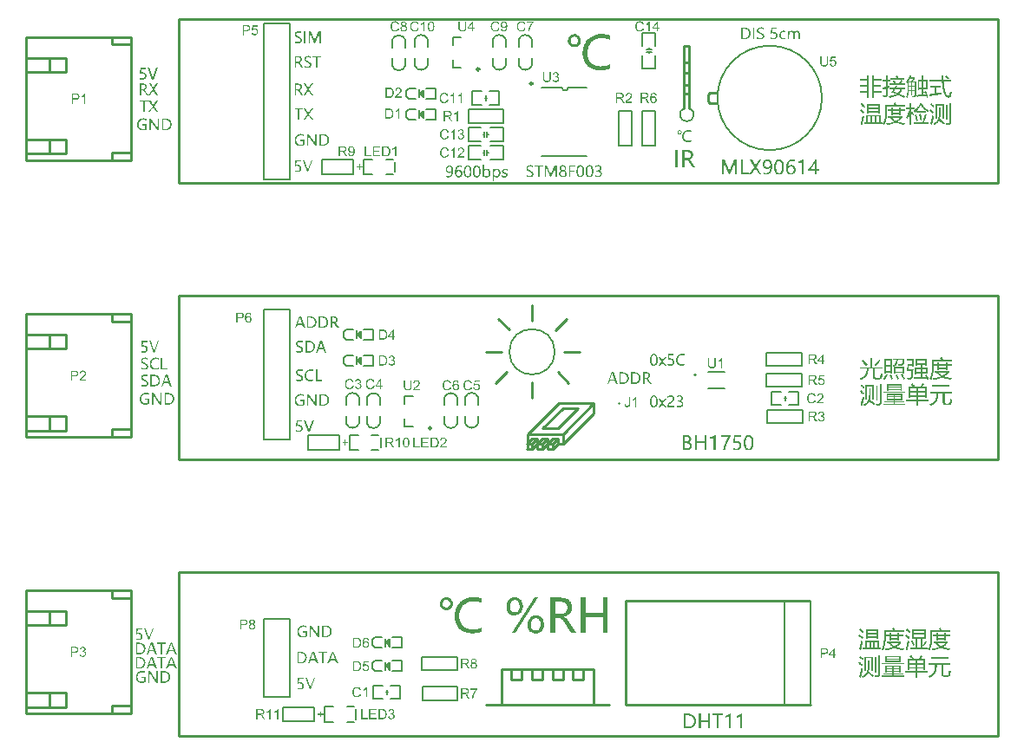
<source format=gto>
G04*
G04 #@! TF.GenerationSoftware,Altium Limited,Altium Designer,21.0.3 (12)*
G04*
G04 Layer_Color=65535*
%FSLAX25Y25*%
%MOIN*%
G70*
G04*
G04 #@! TF.SameCoordinates,439F85FB-2BEC-417C-9B7D-EA87D0E056F6*
G04*
G04*
G04 #@! TF.FilePolarity,Positive*
G04*
G01*
G75*
%ADD10C,0.00787*%
%ADD11C,0.00984*%
%ADD12C,0.01000*%
%ADD13C,0.00800*%
%ADD14C,0.00600*%
%ADD15C,0.00500*%
%ADD16R,0.00700X0.01400*%
G36*
X328301Y443043D02*
X328476D01*
X328695Y443021D01*
X328914Y442999D01*
X329417Y442934D01*
X329963Y442846D01*
X330532Y442737D01*
X331101Y442562D01*
Y440834D01*
X331079D01*
X331035Y440856D01*
X330948Y440900D01*
X330860Y440944D01*
X330707Y440987D01*
X330554Y441053D01*
X330379Y441119D01*
X330160Y441184D01*
X329701Y441294D01*
X329154Y441403D01*
X328564Y441490D01*
X327908Y441512D01*
X327667D01*
X327514Y441490D01*
X327295Y441468D01*
X327055Y441425D01*
X326792Y441381D01*
X326508Y441315D01*
X326202Y441250D01*
X325874Y441141D01*
X325546Y441031D01*
X325218Y440878D01*
X324890Y440703D01*
X324562Y440506D01*
X324255Y440266D01*
X323949Y440003D01*
X323927Y439981D01*
X323884Y439938D01*
X323818Y439850D01*
X323709Y439719D01*
X323599Y439566D01*
X323468Y439391D01*
X323337Y439172D01*
X323206Y438932D01*
X323053Y438647D01*
X322921Y438341D01*
X322790Y438013D01*
X322681Y437641D01*
X322571Y437269D01*
X322506Y436854D01*
X322462Y436395D01*
X322440Y435935D01*
Y435914D01*
Y435826D01*
Y435695D01*
X322462Y435542D01*
X322484Y435323D01*
X322506Y435082D01*
X322550Y434820D01*
X322615Y434536D01*
X322790Y433923D01*
X322899Y433595D01*
X323031Y433267D01*
X323206Y432961D01*
X323402Y432633D01*
X323621Y432349D01*
X323862Y432064D01*
X323884Y432043D01*
X323927Y431999D01*
X324015Y431933D01*
X324124Y431846D01*
X324277Y431736D01*
X324452Y431605D01*
X324649Y431496D01*
X324868Y431365D01*
X325130Y431212D01*
X325414Y431102D01*
X325721Y430971D01*
X326049Y430862D01*
X326420Y430774D01*
X326792Y430709D01*
X327208Y430665D01*
X327623Y430643D01*
X327820D01*
X327951Y430665D01*
X328126D01*
X328323Y430687D01*
X328564Y430709D01*
X328804Y430752D01*
X329351Y430840D01*
X329942Y430971D01*
X330532Y431168D01*
X331101Y431430D01*
Y429790D01*
X331079D01*
X331035Y429768D01*
X330948Y429724D01*
X330816Y429681D01*
X330663Y429637D01*
X330467Y429593D01*
X330270Y429528D01*
X330029Y429462D01*
X329767Y429396D01*
X329482Y429353D01*
X329154Y429287D01*
X328826Y429243D01*
X328126Y429156D01*
X327339Y429134D01*
X327208D01*
X327055Y429156D01*
X326836D01*
X326574Y429200D01*
X326289Y429221D01*
X325939Y429287D01*
X325589Y429374D01*
X325218Y429462D01*
X324824Y429593D01*
X324409Y429724D01*
X323993Y429899D01*
X323599Y430118D01*
X323206Y430359D01*
X322812Y430643D01*
X322462Y430971D01*
X322440Y430993D01*
X322375Y431058D01*
X322287Y431168D01*
X322178Y431299D01*
X322046Y431496D01*
X321871Y431714D01*
X321719Y431977D01*
X321544Y432261D01*
X321369Y432589D01*
X321216Y432961D01*
X321062Y433355D01*
X320909Y433770D01*
X320800Y434230D01*
X320712Y434733D01*
X320647Y435236D01*
X320625Y435782D01*
Y435826D01*
Y435935D01*
X320647Y436089D01*
Y436329D01*
X320691Y436613D01*
X320734Y436920D01*
X320800Y437291D01*
X320887Y437663D01*
X320975Y438079D01*
X321106Y438516D01*
X321281Y438953D01*
X321478Y439391D01*
X321697Y439828D01*
X321981Y440266D01*
X322287Y440659D01*
X322637Y441053D01*
X322659Y441075D01*
X322725Y441141D01*
X322856Y441250D01*
X323009Y441359D01*
X323206Y441512D01*
X323446Y441687D01*
X323730Y441862D01*
X324059Y442059D01*
X324409Y442256D01*
X324802Y442431D01*
X325239Y442606D01*
X325699Y442759D01*
X326180Y442890D01*
X326705Y442978D01*
X327252Y443043D01*
X327842Y443065D01*
X328148D01*
X328301Y443043D01*
D02*
G37*
G36*
X317826Y443021D02*
X318066Y442978D01*
X318351Y442890D01*
X318657Y442759D01*
X318963Y442562D01*
X319247Y442321D01*
X319269Y442300D01*
X319356Y442190D01*
X319488Y442037D01*
X319619Y441819D01*
X319750Y441578D01*
X319881Y441272D01*
X319969Y440922D01*
X319991Y440528D01*
Y440506D01*
Y440484D01*
Y440353D01*
X319947Y440156D01*
X319903Y439916D01*
X319816Y439653D01*
X319685Y439347D01*
X319488Y439041D01*
X319247Y438757D01*
X319203Y438735D01*
X319116Y438647D01*
X318963Y438538D01*
X318744Y438407D01*
X318482Y438254D01*
X318176Y438144D01*
X317826Y438057D01*
X317454Y438035D01*
X317410D01*
X317279Y438057D01*
X317082Y438079D01*
X316841Y438122D01*
X316579Y438210D01*
X316273Y438341D01*
X315967Y438516D01*
X315682Y438757D01*
X315661Y438800D01*
X315573Y438888D01*
X315464Y439041D01*
X315332Y439260D01*
X315179Y439522D01*
X315070Y439828D01*
X314983Y440156D01*
X314961Y440528D01*
Y440550D01*
Y440572D01*
X314983Y440703D01*
X315004Y440900D01*
X315048Y441162D01*
X315136Y441447D01*
X315267Y441731D01*
X315464Y442037D01*
X315704Y442321D01*
X315748Y442343D01*
X315835Y442431D01*
X315988Y442562D01*
X316207Y442693D01*
X316470Y442825D01*
X316754Y442956D01*
X317082Y443043D01*
X317454Y443065D01*
X317629D01*
X317826Y443021D01*
D02*
G37*
G36*
X361152Y398476D02*
X361229D01*
X361327Y398465D01*
X361546Y398432D01*
X361797Y398367D01*
X362048Y398279D01*
X362300Y398170D01*
X362420Y398094D01*
X362529Y398006D01*
X362540D01*
X362551Y397984D01*
X362617Y397919D01*
X362704Y397809D01*
X362813Y397667D01*
X362912Y397481D01*
X362999Y397252D01*
X363065Y396990D01*
X363076Y396837D01*
X363087Y396684D01*
Y396673D01*
Y396618D01*
X363076Y396552D01*
X363065Y396454D01*
X363043Y396345D01*
X363010Y396214D01*
X362966Y396072D01*
X362901Y395929D01*
X362824Y395776D01*
X362726Y395623D01*
X362606Y395470D01*
X362453Y395317D01*
X362289Y395186D01*
X362081Y395055D01*
X361852Y394946D01*
X361589Y394858D01*
Y394836D01*
X361600D01*
X361633Y394814D01*
X361688Y394782D01*
X361753Y394749D01*
X361917Y394640D01*
X362070Y394498D01*
X362081Y394487D01*
X362103Y394454D01*
X362158Y394399D01*
X362212Y394323D01*
X362289Y394224D01*
X362376Y394093D01*
X362486Y393940D01*
X362595Y393754D01*
X363863Y391732D01*
X362835D01*
X361710Y393601D01*
Y393612D01*
X361699Y393623D01*
X361655Y393689D01*
X361589Y393787D01*
X361502Y393907D01*
X361403Y394039D01*
X361305Y394170D01*
X361196Y394279D01*
X361087Y394366D01*
X361076Y394377D01*
X361043Y394399D01*
X360977Y394432D01*
X360901Y394476D01*
X360802Y394509D01*
X360693Y394541D01*
X360573Y394563D01*
X360431Y394574D01*
X359797D01*
Y391732D01*
X358922D01*
Y398487D01*
X361087D01*
X361152Y398476D01*
D02*
G37*
G36*
X357174Y391732D02*
X356299D01*
Y398487D01*
X357174D01*
Y391732D01*
D02*
G37*
G36*
X330267Y212795D02*
X328518D01*
Y218875D01*
X321672D01*
Y212795D01*
X319923Y212795D01*
Y226311D01*
X321672Y226311D01*
Y220428D01*
X328518D01*
Y226311D01*
X330267D01*
Y212795D01*
D02*
G37*
G36*
X294860Y226486D02*
X295122Y226464D01*
X295450Y226398D01*
X295800Y226289D01*
X296172Y226136D01*
X296544Y225917D01*
X296872Y225611D01*
X296915Y225567D01*
X297003Y225436D01*
X297134Y225239D01*
X297287Y224955D01*
X297418Y224605D01*
X297550Y224189D01*
X297637Y223687D01*
X297681Y223118D01*
Y223096D01*
Y223052D01*
Y222965D01*
X297659Y222855D01*
Y222724D01*
X297637Y222571D01*
X297571Y222199D01*
X297462Y221784D01*
X297309Y221346D01*
X297090Y220909D01*
X296784Y220515D01*
X296741Y220472D01*
X296631Y220362D01*
X296434Y220187D01*
X296150Y220012D01*
X295822Y219837D01*
X295406Y219662D01*
X294947Y219553D01*
X294685Y219531D01*
X294422Y219509D01*
X294291D01*
X294182Y219531D01*
X293941Y219553D01*
X293613Y219619D01*
X293263Y219728D01*
X292891Y219903D01*
X292520Y220122D01*
X292170Y220428D01*
Y220450D01*
X292126Y220472D01*
X292038Y220603D01*
X291907Y220800D01*
X291754Y221084D01*
X291601Y221456D01*
X291470Y221871D01*
X291382Y222352D01*
X291339Y222899D01*
Y222921D01*
Y222965D01*
Y223052D01*
X291360Y223183D01*
Y223315D01*
X291382Y223468D01*
X291448Y223862D01*
X291557Y224277D01*
X291710Y224714D01*
X291929Y225130D01*
X292213Y225524D01*
X292235Y225546D01*
X292257Y225567D01*
X292388Y225677D01*
X292585Y225830D01*
X292848Y226027D01*
X293197Y226202D01*
X293613Y226355D01*
X294072Y226464D01*
X294335Y226508D01*
X294750D01*
X294860Y226486D01*
D02*
G37*
G36*
X312706Y226289D02*
X312859D01*
X313055Y226267D01*
X313493Y226202D01*
X313996Y226070D01*
X314499Y225895D01*
X315002Y225677D01*
X315243Y225524D01*
X315461Y225349D01*
X315483D01*
X315505Y225305D01*
X315636Y225174D01*
X315811Y224955D01*
X316030Y224671D01*
X316227Y224299D01*
X316402Y223840D01*
X316533Y223315D01*
X316555Y223009D01*
X316577Y222702D01*
Y222680D01*
Y222571D01*
X316555Y222440D01*
X316533Y222243D01*
X316489Y222024D01*
X316424Y221762D01*
X316336Y221478D01*
X316205Y221193D01*
X316052Y220887D01*
X315855Y220581D01*
X315614Y220275D01*
X315308Y219969D01*
X314980Y219706D01*
X314564Y219444D01*
X314105Y219225D01*
X313580Y219050D01*
Y219006D01*
X313602D01*
X313668Y218963D01*
X313777Y218897D01*
X313908Y218831D01*
X314236Y218613D01*
X314543Y218328D01*
X314564Y218306D01*
X314608Y218241D01*
X314718Y218131D01*
X314827Y217979D01*
X314980Y217782D01*
X315155Y217519D01*
X315374Y217213D01*
X315592Y216841D01*
X318129Y212795D01*
X316073D01*
X313821Y216535D01*
Y216557D01*
X313799Y216579D01*
X313712Y216710D01*
X313580Y216907D01*
X313405Y217147D01*
X313209Y217410D01*
X313012Y217672D01*
X312793Y217891D01*
X312574Y218066D01*
X312552Y218088D01*
X312487Y218131D01*
X312356Y218197D01*
X312203Y218285D01*
X312006Y218350D01*
X311787Y218416D01*
X311546Y218460D01*
X311262Y218481D01*
X309994D01*
Y212795D01*
X308244D01*
Y226311D01*
X312574D01*
X312706Y226289D01*
D02*
G37*
G36*
X294882Y212708D02*
X293416D01*
X302120Y226311D01*
X303564D01*
X294882Y212708D01*
D02*
G37*
G36*
X302952Y219575D02*
X303214Y219553D01*
X303542Y219488D01*
X303892Y219378D01*
X304264Y219203D01*
X304636Y218985D01*
X304964Y218678D01*
X305007Y218635D01*
X305095Y218503D01*
X305226Y218306D01*
X305379Y218022D01*
X305510Y217672D01*
X305642Y217235D01*
X305729Y216732D01*
X305773Y216141D01*
Y216120D01*
Y216076D01*
Y215988D01*
X305751Y215879D01*
Y215748D01*
X305729Y215595D01*
X305663Y215223D01*
X305554Y214829D01*
X305401Y214392D01*
X305182Y213976D01*
X304876Y213583D01*
X304832Y213539D01*
X304723Y213429D01*
X304526Y213276D01*
X304242Y213101D01*
X303914Y212905D01*
X303520Y212752D01*
X303061Y212642D01*
X302799Y212620D01*
X302536Y212598D01*
X302405D01*
X302295Y212620D01*
X302033Y212642D01*
X301727Y212708D01*
X301355Y212817D01*
X300983Y212992D01*
X300611Y213211D01*
X300283Y213517D01*
Y213539D01*
X300240Y213561D01*
X300152Y213692D01*
X300021Y213889D01*
X299868Y214173D01*
X299715Y214523D01*
X299584Y214938D01*
X299496Y215420D01*
X299452Y215945D01*
Y215966D01*
Y216010D01*
Y216098D01*
X299474Y216229D01*
Y216360D01*
X299496Y216513D01*
X299562Y216907D01*
X299671Y217322D01*
X299824Y217760D01*
X300043Y218197D01*
X300327Y218591D01*
X300349Y218613D01*
X300371Y218635D01*
X300502Y218744D01*
X300699Y218919D01*
X300961Y219094D01*
X301311Y219269D01*
X301705Y219444D01*
X302186Y219553D01*
X302449Y219597D01*
X302842D01*
X302952Y219575D01*
D02*
G37*
G36*
X279089Y226508D02*
X279264D01*
X279482Y226486D01*
X279701Y226464D01*
X280204Y226398D01*
X280751Y226311D01*
X281319Y226202D01*
X281888Y226027D01*
Y224299D01*
X281866D01*
X281822Y224321D01*
X281735Y224364D01*
X281647Y224408D01*
X281494Y224452D01*
X281341Y224518D01*
X281166Y224583D01*
X280948Y224649D01*
X280488Y224758D01*
X279942Y224868D01*
X279351Y224955D01*
X278695Y224977D01*
X278454D01*
X278301Y224955D01*
X278083Y224933D01*
X277842Y224889D01*
X277580Y224846D01*
X277295Y224780D01*
X276989Y224714D01*
X276661Y224605D01*
X276333Y224496D01*
X276005Y224343D01*
X275677Y224168D01*
X275349Y223971D01*
X275043Y223730D01*
X274737Y223468D01*
X274715Y223446D01*
X274671Y223402D01*
X274605Y223315D01*
X274496Y223183D01*
X274387Y223030D01*
X274255Y222855D01*
X274124Y222637D01*
X273993Y222396D01*
X273840Y222112D01*
X273709Y221806D01*
X273577Y221478D01*
X273468Y221106D01*
X273359Y220734D01*
X273293Y220319D01*
X273249Y219859D01*
X273228Y219400D01*
Y219378D01*
Y219291D01*
Y219159D01*
X273249Y219006D01*
X273271Y218788D01*
X273293Y218547D01*
X273337Y218285D01*
X273403Y218000D01*
X273577Y217388D01*
X273687Y217060D01*
X273818Y216732D01*
X273993Y216426D01*
X274190Y216098D01*
X274409Y215813D01*
X274649Y215529D01*
X274671Y215507D01*
X274715Y215463D01*
X274802Y215398D01*
X274912Y215310D01*
X275065Y215201D01*
X275240Y215070D01*
X275436Y214960D01*
X275655Y214829D01*
X275918Y214676D01*
X276202Y214567D01*
X276508Y214436D01*
X276836Y214326D01*
X277208Y214239D01*
X277580Y214173D01*
X277995Y214129D01*
X278411Y214107D01*
X278608D01*
X278739Y214129D01*
X278914D01*
X279111Y214151D01*
X279351Y214173D01*
X279592Y214217D01*
X280138Y214304D01*
X280729Y214436D01*
X281319Y214632D01*
X281888Y214895D01*
Y213254D01*
X281866D01*
X281822Y213233D01*
X281735Y213189D01*
X281604Y213145D01*
X281451Y213101D01*
X281254Y213058D01*
X281057Y212992D01*
X280817Y212927D01*
X280554Y212861D01*
X280270Y212817D01*
X279942Y212752D01*
X279614Y212708D01*
X278914Y212620D01*
X278127Y212598D01*
X277995D01*
X277842Y212620D01*
X277623D01*
X277361Y212664D01*
X277077Y212686D01*
X276727Y212752D01*
X276377Y212839D01*
X276005Y212927D01*
X275611Y213058D01*
X275196Y213189D01*
X274780Y213364D01*
X274387Y213583D01*
X273993Y213823D01*
X273599Y214107D01*
X273249Y214436D01*
X273228Y214457D01*
X273162Y214523D01*
X273075Y214632D01*
X272965Y214764D01*
X272834Y214960D01*
X272659Y215179D01*
X272506Y215441D01*
X272331Y215726D01*
X272156Y216054D01*
X272003Y216426D01*
X271850Y216819D01*
X271697Y217235D01*
X271587Y217694D01*
X271500Y218197D01*
X271434Y218700D01*
X271412Y219247D01*
Y219291D01*
Y219400D01*
X271434Y219553D01*
Y219794D01*
X271478Y220078D01*
X271522Y220384D01*
X271587Y220756D01*
X271675Y221128D01*
X271762Y221543D01*
X271894Y221981D01*
X272069Y222418D01*
X272265Y222855D01*
X272484Y223293D01*
X272768Y223730D01*
X273075Y224124D01*
X273424Y224518D01*
X273446Y224539D01*
X273512Y224605D01*
X273643Y224714D01*
X273796Y224824D01*
X273993Y224977D01*
X274234Y225152D01*
X274518Y225327D01*
X274846Y225524D01*
X275196Y225720D01*
X275589Y225895D01*
X276027Y226070D01*
X276486Y226223D01*
X276967Y226355D01*
X277492Y226442D01*
X278039Y226508D01*
X278629Y226530D01*
X278936D01*
X279089Y226508D01*
D02*
G37*
G36*
X268613Y226486D02*
X268854Y226442D01*
X269138Y226355D01*
X269444Y226223D01*
X269750Y226027D01*
X270035Y225786D01*
X270056Y225764D01*
X270144Y225655D01*
X270275Y225502D01*
X270406Y225283D01*
X270538Y225043D01*
X270669Y224736D01*
X270756Y224386D01*
X270778Y223993D01*
Y223971D01*
Y223949D01*
Y223818D01*
X270734Y223621D01*
X270691Y223380D01*
X270603Y223118D01*
X270472Y222812D01*
X270275Y222505D01*
X270035Y222221D01*
X269991Y222199D01*
X269903Y222112D01*
X269750Y222003D01*
X269531Y221871D01*
X269269Y221718D01*
X268963Y221609D01*
X268613Y221521D01*
X268241Y221499D01*
X268197D01*
X268066Y221521D01*
X267869Y221543D01*
X267629Y221587D01*
X267366Y221674D01*
X267060Y221806D01*
X266754Y221981D01*
X266470Y222221D01*
X266448Y222265D01*
X266360Y222352D01*
X266251Y222505D01*
X266120Y222724D01*
X265967Y222987D01*
X265857Y223293D01*
X265770Y223621D01*
X265748Y223993D01*
Y224015D01*
Y224036D01*
X265770Y224168D01*
X265792Y224364D01*
X265835Y224627D01*
X265923Y224911D01*
X266054Y225196D01*
X266251Y225502D01*
X266492Y225786D01*
X266535Y225808D01*
X266623Y225895D01*
X266776Y226027D01*
X266995Y226158D01*
X267257Y226289D01*
X267541Y226420D01*
X267869Y226508D01*
X268241Y226530D01*
X268416D01*
X268613Y226486D01*
D02*
G37*
G36*
X361447Y406136D02*
X361505D01*
X361578Y406129D01*
X361651Y406122D01*
X361819Y406100D01*
X362001Y406071D01*
X362191Y406034D01*
X362380Y405976D01*
Y405400D01*
X362373D01*
X362358Y405407D01*
X362329Y405422D01*
X362300Y405437D01*
X362249Y405451D01*
X362198Y405473D01*
X362139Y405495D01*
X362067Y405517D01*
X361913Y405553D01*
X361731Y405590D01*
X361534Y405619D01*
X361316Y405626D01*
X361235D01*
X361185Y405619D01*
X361112Y405612D01*
X361031Y405597D01*
X360944Y405582D01*
X360849Y405560D01*
X360747Y405539D01*
X360638Y405502D01*
X360528Y405466D01*
X360419Y405415D01*
X360310Y405356D01*
X360200Y405291D01*
X360098Y405211D01*
X359996Y405123D01*
X359989Y405116D01*
X359974Y405101D01*
X359952Y405072D01*
X359916Y405028D01*
X359880Y404977D01*
X359836Y404919D01*
X359792Y404846D01*
X359748Y404766D01*
X359697Y404671D01*
X359654Y404569D01*
X359610Y404460D01*
X359573Y404336D01*
X359537Y404212D01*
X359515Y404073D01*
X359501Y403920D01*
X359493Y403767D01*
Y403760D01*
Y403731D01*
Y403687D01*
X359501Y403636D01*
X359508Y403563D01*
X359515Y403483D01*
X359530Y403395D01*
X359552Y403301D01*
X359610Y403096D01*
X359646Y402987D01*
X359690Y402878D01*
X359748Y402776D01*
X359814Y402666D01*
X359887Y402572D01*
X359967Y402477D01*
X359974Y402470D01*
X359989Y402455D01*
X360018Y402433D01*
X360054Y402404D01*
X360105Y402367D01*
X360164Y402324D01*
X360229Y402287D01*
X360302Y402244D01*
X360390Y402192D01*
X360485Y402156D01*
X360587Y402112D01*
X360696Y402076D01*
X360820Y402047D01*
X360944Y402025D01*
X361082Y402010D01*
X361221Y402003D01*
X361286D01*
X361330Y402010D01*
X361389D01*
X361454Y402018D01*
X361534Y402025D01*
X361615Y402039D01*
X361797Y402069D01*
X361994Y402112D01*
X362191Y402178D01*
X362380Y402266D01*
Y401719D01*
X362373D01*
X362358Y401711D01*
X362329Y401697D01*
X362285Y401682D01*
X362234Y401668D01*
X362169Y401653D01*
X362103Y401631D01*
X362023Y401609D01*
X361935Y401587D01*
X361841Y401573D01*
X361731Y401551D01*
X361622Y401537D01*
X361389Y401507D01*
X361126Y401500D01*
X361082D01*
X361031Y401507D01*
X360959D01*
X360871Y401522D01*
X360776Y401529D01*
X360660Y401551D01*
X360543Y401580D01*
X360419Y401609D01*
X360288Y401653D01*
X360149Y401697D01*
X360011Y401755D01*
X359880Y401828D01*
X359748Y401908D01*
X359617Y402003D01*
X359501Y402112D01*
X359493Y402120D01*
X359471Y402142D01*
X359442Y402178D01*
X359406Y402222D01*
X359362Y402287D01*
X359304Y402360D01*
X359253Y402448D01*
X359194Y402542D01*
X359136Y402652D01*
X359085Y402776D01*
X359034Y402907D01*
X358983Y403046D01*
X358946Y403199D01*
X358917Y403366D01*
X358895Y403534D01*
X358888Y403716D01*
Y403731D01*
Y403767D01*
X358895Y403818D01*
Y403898D01*
X358910Y403993D01*
X358925Y404095D01*
X358946Y404219D01*
X358976Y404343D01*
X359005Y404482D01*
X359049Y404627D01*
X359107Y404773D01*
X359172Y404919D01*
X359245Y405065D01*
X359340Y405211D01*
X359442Y405342D01*
X359559Y405473D01*
X359566Y405480D01*
X359588Y405502D01*
X359632Y405539D01*
X359683Y405575D01*
X359748Y405626D01*
X359828Y405685D01*
X359923Y405743D01*
X360033Y405808D01*
X360149Y405874D01*
X360280Y405932D01*
X360426Y405991D01*
X360579Y406042D01*
X360740Y406085D01*
X360915Y406115D01*
X361097Y406136D01*
X361294Y406144D01*
X361396D01*
X361447Y406136D01*
D02*
G37*
G36*
X357955Y406129D02*
X358035Y406115D01*
X358130Y406085D01*
X358232Y406042D01*
X358334Y405976D01*
X358429Y405896D01*
X358436Y405889D01*
X358465Y405852D01*
X358509Y405801D01*
X358553Y405728D01*
X358596Y405648D01*
X358640Y405546D01*
X358669Y405429D01*
X358677Y405298D01*
Y405291D01*
Y405283D01*
Y405240D01*
X358662Y405174D01*
X358647Y405094D01*
X358618Y405007D01*
X358575Y404904D01*
X358509Y404802D01*
X358429Y404708D01*
X358414Y404700D01*
X358385Y404671D01*
X358334Y404635D01*
X358261Y404591D01*
X358174Y404540D01*
X358072Y404503D01*
X357955Y404474D01*
X357831Y404467D01*
X357817D01*
X357773Y404474D01*
X357707Y404482D01*
X357627Y404496D01*
X357540Y404525D01*
X357437Y404569D01*
X357335Y404627D01*
X357241Y404708D01*
X357233Y404722D01*
X357204Y404751D01*
X357168Y404802D01*
X357124Y404875D01*
X357073Y404963D01*
X357036Y405065D01*
X357007Y405174D01*
X357000Y405298D01*
Y405305D01*
Y405313D01*
X357007Y405356D01*
X357015Y405422D01*
X357029Y405510D01*
X357058Y405604D01*
X357102Y405699D01*
X357168Y405801D01*
X357248Y405896D01*
X357262Y405903D01*
X357292Y405932D01*
X357343Y405976D01*
X357416Y406020D01*
X357503Y406064D01*
X357598Y406107D01*
X357707Y406136D01*
X357831Y406144D01*
X357889D01*
X357955Y406129D01*
D02*
G37*
G36*
X195783Y445954D02*
X194246D01*
X194041Y444916D01*
X194046Y444922D01*
X194057Y444927D01*
X194074Y444939D01*
X194102Y444955D01*
X194135Y444972D01*
X194174Y444994D01*
X194263Y445038D01*
X194374Y445083D01*
X194496Y445122D01*
X194629Y445149D01*
X194695Y445160D01*
X194818D01*
X194851Y445155D01*
X194895Y445149D01*
X194945Y445144D01*
X195001Y445133D01*
X195062Y445116D01*
X195195Y445077D01*
X195267Y445049D01*
X195339Y445011D01*
X195412Y444972D01*
X195484Y444927D01*
X195550Y444872D01*
X195617Y444811D01*
X195622Y444805D01*
X195633Y444794D01*
X195650Y444777D01*
X195672Y444750D01*
X195700Y444711D01*
X195728Y444672D01*
X195761Y444622D01*
X195794Y444567D01*
X195822Y444506D01*
X195855Y444439D01*
X195883Y444361D01*
X195911Y444284D01*
X195933Y444200D01*
X195950Y444106D01*
X195961Y444012D01*
X195966Y443912D01*
Y443906D01*
Y443890D01*
Y443862D01*
X195961Y443823D01*
X195955Y443779D01*
X195950Y443728D01*
X195939Y443668D01*
X195928Y443607D01*
X195894Y443462D01*
X195839Y443312D01*
X195806Y443235D01*
X195761Y443162D01*
X195717Y443085D01*
X195661Y443013D01*
X195656Y443007D01*
X195645Y442990D01*
X195622Y442968D01*
X195595Y442940D01*
X195556Y442907D01*
X195511Y442863D01*
X195456Y442824D01*
X195395Y442779D01*
X195328Y442735D01*
X195250Y442696D01*
X195167Y442657D01*
X195079Y442619D01*
X194984Y442591D01*
X194879Y442569D01*
X194768Y442552D01*
X194651Y442546D01*
X194601D01*
X194562Y442552D01*
X194518Y442557D01*
X194468Y442563D01*
X194407Y442569D01*
X194346Y442585D01*
X194207Y442619D01*
X194068Y442668D01*
X193996Y442702D01*
X193924Y442741D01*
X193858Y442785D01*
X193791Y442835D01*
X193785Y442840D01*
X193774Y442846D01*
X193763Y442868D01*
X193741Y442891D01*
X193713Y442918D01*
X193685Y442952D01*
X193652Y442996D01*
X193624Y443046D01*
X193591Y443096D01*
X193558Y443157D01*
X193497Y443290D01*
X193447Y443445D01*
X193430Y443529D01*
X193419Y443618D01*
X193913Y443656D01*
Y443651D01*
Y443640D01*
X193919Y443623D01*
X193924Y443595D01*
X193941Y443534D01*
X193963Y443451D01*
X193996Y443368D01*
X194041Y443273D01*
X194096Y443190D01*
X194163Y443113D01*
X194174Y443107D01*
X194196Y443085D01*
X194240Y443057D01*
X194301Y443024D01*
X194368Y442990D01*
X194451Y442963D01*
X194546Y442940D01*
X194651Y442935D01*
X194684D01*
X194707Y442940D01*
X194773Y442946D01*
X194851Y442968D01*
X194945Y442996D01*
X195040Y443040D01*
X195140Y443107D01*
X195184Y443146D01*
X195228Y443190D01*
X195234Y443196D01*
X195239Y443201D01*
X195250Y443218D01*
X195267Y443235D01*
X195306Y443296D01*
X195350Y443373D01*
X195389Y443468D01*
X195428Y443584D01*
X195456Y443723D01*
X195467Y443795D01*
Y443873D01*
Y443878D01*
Y443890D01*
Y443912D01*
X195461Y443939D01*
Y443973D01*
X195456Y444012D01*
X195439Y444100D01*
X195412Y444206D01*
X195373Y444311D01*
X195317Y444411D01*
X195239Y444506D01*
Y444511D01*
X195228Y444517D01*
X195201Y444544D01*
X195151Y444583D01*
X195084Y444628D01*
X194995Y444666D01*
X194895Y444705D01*
X194779Y444733D01*
X194712Y444744D01*
X194607D01*
X194562Y444739D01*
X194507Y444733D01*
X194440Y444716D01*
X194374Y444700D01*
X194301Y444672D01*
X194229Y444639D01*
X194224Y444633D01*
X194202Y444622D01*
X194168Y444594D01*
X194124Y444567D01*
X194079Y444528D01*
X194035Y444478D01*
X193985Y444428D01*
X193946Y444367D01*
X193502Y444428D01*
X193874Y446404D01*
X195783D01*
Y445954D01*
D02*
G37*
G36*
X191693Y446448D02*
X191787Y446443D01*
X191887Y446437D01*
X191982Y446426D01*
X192065Y446415D01*
X192076D01*
X192115Y446404D01*
X192165Y446393D01*
X192231Y446376D01*
X192304Y446348D01*
X192381Y446315D01*
X192464Y446276D01*
X192537Y446232D01*
X192548Y446226D01*
X192570Y446209D01*
X192603Y446176D01*
X192648Y446137D01*
X192698Y446087D01*
X192747Y446021D01*
X192803Y445949D01*
X192847Y445865D01*
X192853Y445854D01*
X192864Y445826D01*
X192886Y445777D01*
X192908Y445710D01*
X192925Y445632D01*
X192947Y445543D01*
X192958Y445443D01*
X192964Y445338D01*
Y445332D01*
Y445316D01*
Y445294D01*
X192958Y445255D01*
X192953Y445216D01*
X192947Y445166D01*
X192936Y445111D01*
X192925Y445049D01*
X192886Y444922D01*
X192864Y444855D01*
X192831Y444783D01*
X192792Y444711D01*
X192753Y444644D01*
X192703Y444578D01*
X192648Y444511D01*
X192642Y444506D01*
X192631Y444494D01*
X192614Y444478D01*
X192587Y444461D01*
X192553Y444433D01*
X192509Y444406D01*
X192453Y444372D01*
X192392Y444345D01*
X192320Y444311D01*
X192237Y444278D01*
X192148Y444250D01*
X192043Y444228D01*
X191932Y444206D01*
X191809Y444189D01*
X191671Y444178D01*
X191526Y444172D01*
X190544D01*
Y442613D01*
X190033D01*
Y446454D01*
X191610D01*
X191693Y446448D01*
D02*
G37*
G36*
X190704Y217940D02*
X190798Y217934D01*
X190898Y217929D01*
X190993Y217917D01*
X191076Y217906D01*
X191087D01*
X191126Y217895D01*
X191176Y217884D01*
X191242Y217868D01*
X191315Y217840D01*
X191392Y217807D01*
X191475Y217768D01*
X191548Y217723D01*
X191559Y217718D01*
X191581Y217701D01*
X191614Y217668D01*
X191659Y217629D01*
X191709Y217579D01*
X191759Y217512D01*
X191814Y217440D01*
X191858Y217357D01*
X191864Y217346D01*
X191875Y217318D01*
X191897Y217268D01*
X191920Y217202D01*
X191936Y217124D01*
X191958Y217035D01*
X191970Y216935D01*
X191975Y216830D01*
Y216824D01*
Y216808D01*
Y216785D01*
X191970Y216746D01*
X191964Y216708D01*
X191958Y216658D01*
X191947Y216602D01*
X191936Y216541D01*
X191897Y216413D01*
X191875Y216347D01*
X191842Y216275D01*
X191803Y216203D01*
X191764Y216136D01*
X191714Y216069D01*
X191659Y216003D01*
X191653Y215997D01*
X191642Y215986D01*
X191625Y215969D01*
X191598Y215953D01*
X191564Y215925D01*
X191520Y215897D01*
X191464Y215864D01*
X191403Y215836D01*
X191331Y215803D01*
X191248Y215770D01*
X191159Y215742D01*
X191054Y215720D01*
X190943Y215698D01*
X190821Y215681D01*
X190682Y215670D01*
X190538Y215664D01*
X189555D01*
Y214105D01*
X189045D01*
Y217945D01*
X190621D01*
X190704Y217940D01*
D02*
G37*
G36*
X193762Y217956D02*
X193807Y217951D01*
X193857Y217945D01*
X193912Y217940D01*
X193967Y217923D01*
X194101Y217890D01*
X194234Y217840D01*
X194300Y217807D01*
X194367Y217768D01*
X194428Y217718D01*
X194489Y217668D01*
X194495Y217662D01*
X194500Y217657D01*
X194517Y217640D01*
X194539Y217618D01*
X194561Y217584D01*
X194589Y217551D01*
X194645Y217468D01*
X194700Y217362D01*
X194750Y217240D01*
X194789Y217102D01*
X194794Y217030D01*
X194800Y216952D01*
Y216946D01*
Y216941D01*
Y216907D01*
X194794Y216858D01*
X194783Y216796D01*
X194767Y216719D01*
X194739Y216641D01*
X194706Y216563D01*
X194656Y216486D01*
X194650Y216475D01*
X194628Y216452D01*
X194595Y216419D01*
X194550Y216375D01*
X194489Y216325D01*
X194417Y216275D01*
X194334Y216225D01*
X194234Y216180D01*
X194239D01*
X194251Y216175D01*
X194267Y216169D01*
X194289Y216158D01*
X194356Y216130D01*
X194434Y216092D01*
X194517Y216036D01*
X194606Y215975D01*
X194689Y215897D01*
X194767Y215809D01*
Y215803D01*
X194772Y215797D01*
X194794Y215764D01*
X194828Y215709D01*
X194861Y215636D01*
X194894Y215548D01*
X194928Y215442D01*
X194950Y215326D01*
X194955Y215198D01*
Y215193D01*
Y215176D01*
Y215148D01*
X194950Y215115D01*
X194944Y215076D01*
X194939Y215026D01*
X194928Y214970D01*
X194911Y214909D01*
X194872Y214782D01*
X194844Y214710D01*
X194806Y214643D01*
X194767Y214571D01*
X194722Y214504D01*
X194667Y214438D01*
X194606Y214371D01*
X194600Y214366D01*
X194589Y214354D01*
X194572Y214338D01*
X194545Y214321D01*
X194506Y214293D01*
X194467Y214266D01*
X194417Y214238D01*
X194361Y214205D01*
X194300Y214171D01*
X194228Y214143D01*
X194151Y214116D01*
X194073Y214088D01*
X193984Y214071D01*
X193890Y214055D01*
X193795Y214044D01*
X193690Y214038D01*
X193634D01*
X193596Y214044D01*
X193546Y214049D01*
X193490Y214055D01*
X193429Y214066D01*
X193362Y214083D01*
X193213Y214121D01*
X193135Y214149D01*
X193063Y214177D01*
X192985Y214216D01*
X192907Y214260D01*
X192835Y214310D01*
X192769Y214371D01*
X192763Y214377D01*
X192752Y214388D01*
X192735Y214404D01*
X192713Y214432D01*
X192691Y214465D01*
X192658Y214504D01*
X192630Y214549D01*
X192597Y214604D01*
X192563Y214660D01*
X192536Y214726D01*
X192480Y214865D01*
X192458Y214948D01*
X192441Y215032D01*
X192430Y215120D01*
X192425Y215209D01*
Y215215D01*
Y215226D01*
Y215248D01*
X192430Y215270D01*
Y215303D01*
X192436Y215342D01*
X192447Y215431D01*
X192469Y215531D01*
X192502Y215631D01*
X192552Y215736D01*
X192613Y215836D01*
Y215842D01*
X192624Y215847D01*
X192647Y215875D01*
X192691Y215919D01*
X192752Y215975D01*
X192830Y216031D01*
X192924Y216092D01*
X193029Y216142D01*
X193157Y216180D01*
X193152D01*
X193146Y216186D01*
X193129Y216192D01*
X193107Y216203D01*
X193057Y216225D01*
X192991Y216258D01*
X192919Y216302D01*
X192846Y216358D01*
X192780Y216419D01*
X192719Y216486D01*
X192713Y216497D01*
X192696Y216519D01*
X192674Y216563D01*
X192652Y216619D01*
X192624Y216691D01*
X192602Y216774D01*
X192586Y216869D01*
X192580Y216968D01*
Y216974D01*
Y216985D01*
Y217007D01*
X192586Y217041D01*
X192591Y217074D01*
X192597Y217118D01*
X192619Y217213D01*
X192652Y217324D01*
X192708Y217440D01*
X192741Y217501D01*
X192780Y217562D01*
X192830Y217618D01*
X192880Y217673D01*
X192885Y217679D01*
X192896Y217684D01*
X192913Y217701D01*
X192935Y217718D01*
X192963Y217740D01*
X193002Y217762D01*
X193046Y217790D01*
X193091Y217818D01*
X193146Y217845D01*
X193207Y217873D01*
X193274Y217895D01*
X193346Y217917D01*
X193501Y217951D01*
X193590Y217956D01*
X193679Y217962D01*
X193729D01*
X193762Y217956D01*
D02*
G37*
G36*
X417423Y204434D02*
X417944D01*
Y204001D01*
X417423D01*
Y203080D01*
X416951D01*
Y204001D01*
X415280D01*
Y204434D01*
X417040Y206920D01*
X417423D01*
Y204434D01*
D02*
G37*
G36*
X413715Y206915D02*
X413809Y206909D01*
X413909Y206904D01*
X414004Y206892D01*
X414087Y206881D01*
X414098D01*
X414137Y206870D01*
X414187Y206859D01*
X414254Y206843D01*
X414326Y206815D01*
X414403Y206782D01*
X414487Y206743D01*
X414559Y206698D01*
X414570Y206693D01*
X414592Y206676D01*
X414625Y206643D01*
X414670Y206604D01*
X414720Y206554D01*
X414770Y206487D01*
X414825Y206415D01*
X414870Y206332D01*
X414875Y206321D01*
X414886Y206293D01*
X414908Y206243D01*
X414931Y206177D01*
X414947Y206099D01*
X414969Y206010D01*
X414981Y205910D01*
X414986Y205805D01*
Y205799D01*
Y205783D01*
Y205760D01*
X414981Y205721D01*
X414975Y205683D01*
X414969Y205633D01*
X414958Y205577D01*
X414947Y205516D01*
X414908Y205388D01*
X414886Y205322D01*
X414853Y205250D01*
X414814Y205178D01*
X414775Y205111D01*
X414725Y205044D01*
X414670Y204978D01*
X414664Y204972D01*
X414653Y204961D01*
X414637Y204944D01*
X414609Y204928D01*
X414575Y204900D01*
X414531Y204872D01*
X414475Y204839D01*
X414415Y204811D01*
X414342Y204778D01*
X414259Y204745D01*
X414170Y204717D01*
X414065Y204695D01*
X413954Y204673D01*
X413832Y204656D01*
X413693Y204645D01*
X413549Y204639D01*
X412566D01*
Y203080D01*
X412056D01*
Y206920D01*
X413632D01*
X413715Y206915D01*
D02*
G37*
G36*
X192370Y335956D02*
X192409D01*
X192454Y335951D01*
X192559Y335929D01*
X192676Y335901D01*
X192798Y335857D01*
X192920Y335790D01*
X192981Y335751D01*
X193036Y335707D01*
X193042Y335701D01*
X193047Y335696D01*
X193064Y335679D01*
X193081Y335662D01*
X193108Y335634D01*
X193131Y335601D01*
X193192Y335524D01*
X193253Y335424D01*
X193308Y335301D01*
X193358Y335163D01*
X193392Y335007D01*
X192920Y334968D01*
Y334974D01*
X192914Y334980D01*
X192909Y335013D01*
X192892Y335063D01*
X192870Y335124D01*
X192848Y335191D01*
X192814Y335257D01*
X192775Y335318D01*
X192737Y335368D01*
X192726Y335379D01*
X192703Y335401D01*
X192665Y335435D01*
X192609Y335473D01*
X192537Y335507D01*
X192459Y335540D01*
X192365Y335562D01*
X192265Y335573D01*
X192226D01*
X192182Y335568D01*
X192132Y335557D01*
X192065Y335540D01*
X191999Y335518D01*
X191932Y335490D01*
X191865Y335446D01*
X191854Y335440D01*
X191826Y335418D01*
X191788Y335379D01*
X191738Y335324D01*
X191682Y335257D01*
X191621Y335179D01*
X191566Y335080D01*
X191510Y334968D01*
Y334963D01*
X191505Y334952D01*
X191499Y334935D01*
X191488Y334913D01*
X191482Y334880D01*
X191471Y334841D01*
X191460Y334796D01*
X191449Y334741D01*
X191432Y334680D01*
X191421Y334613D01*
X191410Y334541D01*
X191405Y334463D01*
X191394Y334375D01*
X191388Y334286D01*
X191382Y334186D01*
Y334086D01*
X191388Y334092D01*
X191410Y334125D01*
X191449Y334169D01*
X191499Y334225D01*
X191554Y334291D01*
X191627Y334352D01*
X191704Y334414D01*
X191793Y334469D01*
X191799D01*
X191804Y334474D01*
X191838Y334491D01*
X191887Y334508D01*
X191954Y334536D01*
X192032Y334558D01*
X192121Y334574D01*
X192215Y334591D01*
X192315Y334597D01*
X192359D01*
X192393Y334591D01*
X192437Y334585D01*
X192481Y334580D01*
X192537Y334569D01*
X192592Y334552D01*
X192720Y334513D01*
X192787Y334486D01*
X192853Y334447D01*
X192920Y334408D01*
X192992Y334364D01*
X193059Y334308D01*
X193120Y334247D01*
X193125Y334241D01*
X193136Y334230D01*
X193153Y334214D01*
X193170Y334186D01*
X193197Y334147D01*
X193225Y334108D01*
X193253Y334058D01*
X193286Y334003D01*
X193319Y333942D01*
X193347Y333875D01*
X193375Y333797D01*
X193403Y333720D01*
X193419Y333636D01*
X193436Y333542D01*
X193447Y333448D01*
X193453Y333348D01*
Y333342D01*
Y333331D01*
Y333315D01*
Y333287D01*
X193447Y333254D01*
Y333220D01*
X193430Y333131D01*
X193414Y333026D01*
X193386Y332915D01*
X193347Y332793D01*
X193292Y332676D01*
Y332671D01*
X193286Y332665D01*
X193275Y332649D01*
X193264Y332626D01*
X193231Y332571D01*
X193181Y332499D01*
X193120Y332421D01*
X193047Y332343D01*
X192959Y332266D01*
X192864Y332199D01*
X192859D01*
X192853Y332193D01*
X192837Y332182D01*
X192814Y332177D01*
X192759Y332149D01*
X192687Y332121D01*
X192592Y332088D01*
X192487Y332066D01*
X192370Y332044D01*
X192243Y332038D01*
X192215D01*
X192187Y332044D01*
X192143D01*
X192093Y332049D01*
X192037Y332060D01*
X191971Y332077D01*
X191904Y332094D01*
X191826Y332116D01*
X191749Y332143D01*
X191671Y332177D01*
X191588Y332221D01*
X191510Y332271D01*
X191432Y332327D01*
X191355Y332393D01*
X191282Y332471D01*
X191277Y332476D01*
X191266Y332493D01*
X191249Y332515D01*
X191227Y332554D01*
X191194Y332604D01*
X191166Y332660D01*
X191133Y332732D01*
X191099Y332809D01*
X191060Y332904D01*
X191027Y333009D01*
X190999Y333126D01*
X190972Y333254D01*
X190944Y333398D01*
X190927Y333553D01*
X190916Y333720D01*
X190911Y333897D01*
Y333903D01*
Y333908D01*
Y333925D01*
Y333947D01*
X190916Y334003D01*
Y334081D01*
X190922Y334169D01*
X190933Y334275D01*
X190944Y334391D01*
X190961Y334519D01*
X190983Y334647D01*
X191011Y334785D01*
X191044Y334918D01*
X191083Y335052D01*
X191133Y335179D01*
X191188Y335301D01*
X191249Y335418D01*
X191321Y335518D01*
X191327Y335524D01*
X191338Y335535D01*
X191360Y335557D01*
X191388Y335590D01*
X191421Y335623D01*
X191466Y335657D01*
X191521Y335701D01*
X191577Y335740D01*
X191643Y335779D01*
X191716Y335823D01*
X191799Y335857D01*
X191882Y335895D01*
X191976Y335923D01*
X192076Y335945D01*
X192182Y335956D01*
X192293Y335962D01*
X192337D01*
X192370Y335956D01*
D02*
G37*
G36*
X189207Y335940D02*
X189301Y335934D01*
X189401Y335929D01*
X189496Y335917D01*
X189579Y335906D01*
X189590D01*
X189629Y335895D01*
X189679Y335884D01*
X189745Y335868D01*
X189817Y335840D01*
X189895Y335806D01*
X189978Y335768D01*
X190050Y335723D01*
X190062Y335718D01*
X190084Y335701D01*
X190117Y335668D01*
X190161Y335629D01*
X190211Y335579D01*
X190261Y335512D01*
X190317Y335440D01*
X190361Y335357D01*
X190367Y335346D01*
X190378Y335318D01*
X190400Y335268D01*
X190422Y335202D01*
X190439Y335124D01*
X190461Y335035D01*
X190472Y334935D01*
X190478Y334830D01*
Y334824D01*
Y334807D01*
Y334785D01*
X190472Y334747D01*
X190467Y334708D01*
X190461Y334658D01*
X190450Y334602D01*
X190439Y334541D01*
X190400Y334414D01*
X190378Y334347D01*
X190345Y334275D01*
X190306Y334203D01*
X190267Y334136D01*
X190217Y334069D01*
X190161Y334003D01*
X190156Y333997D01*
X190145Y333986D01*
X190128Y333969D01*
X190100Y333953D01*
X190067Y333925D01*
X190023Y333897D01*
X189967Y333864D01*
X189906Y333836D01*
X189834Y333803D01*
X189751Y333770D01*
X189662Y333742D01*
X189557Y333720D01*
X189445Y333698D01*
X189323Y333681D01*
X189185Y333670D01*
X189040Y333664D01*
X188058D01*
Y332105D01*
X187547D01*
Y335945D01*
X189124D01*
X189207Y335940D01*
D02*
G37*
G36*
X275726Y202940D02*
X275776D01*
X275893Y202934D01*
X276015Y202918D01*
X276148Y202901D01*
X276270Y202873D01*
X276331Y202856D01*
X276381Y202840D01*
X276387D01*
X276392Y202834D01*
X276426Y202818D01*
X276476Y202795D01*
X276537Y202757D01*
X276603Y202707D01*
X276675Y202640D01*
X276742Y202562D01*
X276809Y202473D01*
Y202468D01*
X276814Y202462D01*
X276836Y202429D01*
X276858Y202374D01*
X276892Y202302D01*
X276920Y202218D01*
X276947Y202118D01*
X276964Y202013D01*
X276970Y201896D01*
Y201891D01*
Y201880D01*
Y201857D01*
X276964Y201830D01*
Y201791D01*
X276958Y201752D01*
X276936Y201658D01*
X276903Y201547D01*
X276858Y201430D01*
X276792Y201314D01*
X276747Y201258D01*
X276703Y201203D01*
X276697Y201197D01*
X276692Y201191D01*
X276675Y201175D01*
X276653Y201158D01*
X276625Y201136D01*
X276592Y201114D01*
X276548Y201086D01*
X276503Y201053D01*
X276448Y201025D01*
X276387Y200997D01*
X276320Y200964D01*
X276248Y200936D01*
X276165Y200914D01*
X276081Y200886D01*
X275987Y200870D01*
X275887Y200853D01*
X275898Y200847D01*
X275921Y200836D01*
X275954Y200814D01*
X275998Y200792D01*
X276098Y200731D01*
X276148Y200692D01*
X276192Y200659D01*
X276204Y200648D01*
X276231Y200620D01*
X276276Y200575D01*
X276331Y200520D01*
X276392Y200442D01*
X276464Y200359D01*
X276537Y200259D01*
X276614Y200148D01*
X277275Y199105D01*
X276642D01*
X276137Y199904D01*
Y199909D01*
X276126Y199920D01*
X276115Y199937D01*
X276098Y199959D01*
X276059Y200020D01*
X276009Y200098D01*
X275948Y200181D01*
X275887Y200270D01*
X275826Y200353D01*
X275771Y200431D01*
X275765Y200437D01*
X275748Y200459D01*
X275721Y200492D01*
X275682Y200531D01*
X275599Y200614D01*
X275554Y200653D01*
X275510Y200686D01*
X275504Y200692D01*
X275493Y200697D01*
X275471Y200709D01*
X275438Y200725D01*
X275404Y200742D01*
X275365Y200759D01*
X275277Y200786D01*
X275271D01*
X275260Y200792D01*
X275238D01*
X275210Y200797D01*
X275171Y200803D01*
X275127D01*
X275066Y200809D01*
X274411D01*
Y199105D01*
X273900D01*
Y202945D01*
X275682D01*
X275726Y202940D01*
D02*
G37*
G36*
X278906Y202956D02*
X278951Y202951D01*
X279001Y202945D01*
X279056Y202940D01*
X279112Y202923D01*
X279245Y202890D01*
X279378Y202840D01*
X279445Y202806D01*
X279511Y202768D01*
X279572Y202718D01*
X279633Y202668D01*
X279639Y202662D01*
X279645Y202657D01*
X279661Y202640D01*
X279683Y202618D01*
X279706Y202585D01*
X279733Y202551D01*
X279789Y202468D01*
X279844Y202362D01*
X279894Y202240D01*
X279933Y202102D01*
X279939Y202029D01*
X279944Y201952D01*
Y201946D01*
Y201941D01*
Y201907D01*
X279939Y201857D01*
X279928Y201796D01*
X279911Y201719D01*
X279883Y201641D01*
X279850Y201563D01*
X279800Y201486D01*
X279794Y201474D01*
X279772Y201452D01*
X279739Y201419D01*
X279695Y201375D01*
X279633Y201325D01*
X279561Y201275D01*
X279478Y201225D01*
X279378Y201180D01*
X279384D01*
X279395Y201175D01*
X279412Y201169D01*
X279434Y201158D01*
X279500Y201130D01*
X279578Y201092D01*
X279661Y201036D01*
X279750Y200975D01*
X279833Y200897D01*
X279911Y200809D01*
Y200803D01*
X279917Y200797D01*
X279939Y200764D01*
X279972Y200709D01*
X280005Y200637D01*
X280039Y200548D01*
X280072Y200442D01*
X280094Y200326D01*
X280100Y200198D01*
Y200192D01*
Y200176D01*
Y200148D01*
X280094Y200115D01*
X280089Y200076D01*
X280083Y200026D01*
X280072Y199970D01*
X280055Y199909D01*
X280016Y199782D01*
X279989Y199710D01*
X279950Y199643D01*
X279911Y199571D01*
X279867Y199504D01*
X279811Y199438D01*
X279750Y199371D01*
X279745Y199365D01*
X279733Y199354D01*
X279717Y199338D01*
X279689Y199321D01*
X279650Y199293D01*
X279611Y199266D01*
X279561Y199238D01*
X279506Y199205D01*
X279445Y199171D01*
X279373Y199144D01*
X279295Y199116D01*
X279217Y199088D01*
X279128Y199071D01*
X279034Y199055D01*
X278940Y199044D01*
X278834Y199038D01*
X278779D01*
X278740Y199044D01*
X278690Y199049D01*
X278635Y199055D01*
X278573Y199066D01*
X278507Y199083D01*
X278357Y199121D01*
X278279Y199149D01*
X278207Y199177D01*
X278129Y199216D01*
X278052Y199260D01*
X277980Y199310D01*
X277913Y199371D01*
X277907Y199377D01*
X277896Y199388D01*
X277880Y199404D01*
X277857Y199432D01*
X277835Y199465D01*
X277802Y199504D01*
X277774Y199549D01*
X277741Y199604D01*
X277708Y199660D01*
X277680Y199726D01*
X277624Y199865D01*
X277602Y199948D01*
X277586Y200031D01*
X277574Y200120D01*
X277569Y200209D01*
Y200215D01*
Y200226D01*
Y200248D01*
X277574Y200270D01*
Y200304D01*
X277580Y200342D01*
X277591Y200431D01*
X277613Y200531D01*
X277647Y200631D01*
X277696Y200736D01*
X277758Y200836D01*
Y200842D01*
X277769Y200847D01*
X277791Y200875D01*
X277835Y200920D01*
X277896Y200975D01*
X277974Y201030D01*
X278068Y201092D01*
X278174Y201142D01*
X278302Y201180D01*
X278296D01*
X278290Y201186D01*
X278274Y201191D01*
X278252Y201203D01*
X278202Y201225D01*
X278135Y201258D01*
X278063Y201303D01*
X277991Y201358D01*
X277924Y201419D01*
X277863Y201486D01*
X277857Y201497D01*
X277841Y201519D01*
X277819Y201563D01*
X277796Y201619D01*
X277769Y201691D01*
X277747Y201774D01*
X277730Y201869D01*
X277724Y201969D01*
Y201974D01*
Y201985D01*
Y202007D01*
X277730Y202041D01*
X277735Y202074D01*
X277741Y202118D01*
X277763Y202213D01*
X277796Y202324D01*
X277852Y202440D01*
X277885Y202501D01*
X277924Y202562D01*
X277974Y202618D01*
X278024Y202673D01*
X278029Y202679D01*
X278041Y202684D01*
X278057Y202701D01*
X278080Y202718D01*
X278107Y202740D01*
X278146Y202762D01*
X278190Y202790D01*
X278235Y202818D01*
X278290Y202845D01*
X278351Y202873D01*
X278418Y202895D01*
X278490Y202918D01*
X278646Y202951D01*
X278734Y202956D01*
X278823Y202962D01*
X278873D01*
X278906Y202956D01*
D02*
G37*
G36*
X280097Y190998D02*
X280091Y190993D01*
X280080Y190982D01*
X280058Y190960D01*
X280036Y190926D01*
X280003Y190887D01*
X279958Y190843D01*
X279914Y190788D01*
X279864Y190721D01*
X279814Y190654D01*
X279753Y190577D01*
X279692Y190488D01*
X279631Y190399D01*
X279564Y190299D01*
X279498Y190194D01*
X279431Y190077D01*
X279364Y189961D01*
X279359Y189955D01*
X279348Y189933D01*
X279331Y189900D01*
X279303Y189850D01*
X279275Y189789D01*
X279242Y189722D01*
X279203Y189644D01*
X279165Y189556D01*
X279120Y189456D01*
X279070Y189356D01*
X279026Y189245D01*
X278981Y189128D01*
X278892Y188890D01*
X278809Y188634D01*
Y188629D01*
X278804Y188612D01*
X278798Y188584D01*
X278787Y188551D01*
X278776Y188506D01*
X278765Y188451D01*
X278748Y188390D01*
X278737Y188323D01*
X278720Y188246D01*
X278704Y188162D01*
X278676Y187985D01*
X278648Y187791D01*
X278632Y187580D01*
X278149D01*
Y187585D01*
Y187602D01*
Y187624D01*
X278154Y187657D01*
Y187702D01*
X278160Y187757D01*
X278166Y187818D01*
X278171Y187885D01*
X278182Y187963D01*
X278193Y188040D01*
X278210Y188135D01*
X278226Y188229D01*
X278243Y188329D01*
X278265Y188440D01*
X278321Y188668D01*
Y188673D01*
X278327Y188695D01*
X278338Y188728D01*
X278354Y188778D01*
X278371Y188834D01*
X278393Y188901D01*
X278415Y188978D01*
X278449Y189062D01*
X278482Y189156D01*
X278515Y189250D01*
X278598Y189461D01*
X278698Y189683D01*
X278809Y189905D01*
X278815Y189911D01*
X278826Y189933D01*
X278843Y189961D01*
X278865Y190005D01*
X278892Y190055D01*
X278931Y190116D01*
X278970Y190183D01*
X279015Y190255D01*
X279120Y190416D01*
X279231Y190582D01*
X279359Y190754D01*
X279492Y190915D01*
X277610D01*
Y191370D01*
X280097D01*
Y190998D01*
D02*
G37*
G36*
X275729Y191415D02*
X275779D01*
X275896Y191409D01*
X276018Y191393D01*
X276151Y191376D01*
X276273Y191348D01*
X276334Y191332D01*
X276384Y191315D01*
X276390D01*
X276395Y191309D01*
X276428Y191293D01*
X276478Y191270D01*
X276539Y191232D01*
X276606Y191182D01*
X276678Y191115D01*
X276745Y191037D01*
X276811Y190949D01*
Y190943D01*
X276817Y190937D01*
X276839Y190904D01*
X276861Y190849D01*
X276894Y190777D01*
X276922Y190693D01*
X276950Y190593D01*
X276967Y190488D01*
X276972Y190371D01*
Y190366D01*
Y190355D01*
Y190332D01*
X276967Y190305D01*
Y190266D01*
X276961Y190227D01*
X276939Y190133D01*
X276906Y190022D01*
X276861Y189905D01*
X276795Y189789D01*
X276750Y189733D01*
X276706Y189678D01*
X276700Y189672D01*
X276695Y189666D01*
X276678Y189650D01*
X276656Y189633D01*
X276628Y189611D01*
X276595Y189589D01*
X276551Y189561D01*
X276506Y189528D01*
X276451Y189500D01*
X276390Y189472D01*
X276323Y189439D01*
X276251Y189411D01*
X276167Y189389D01*
X276084Y189361D01*
X275990Y189345D01*
X275890Y189328D01*
X275901Y189322D01*
X275923Y189311D01*
X275957Y189289D01*
X276001Y189267D01*
X276101Y189206D01*
X276151Y189167D01*
X276195Y189134D01*
X276206Y189123D01*
X276234Y189095D01*
X276278Y189050D01*
X276334Y188995D01*
X276395Y188917D01*
X276467Y188834D01*
X276539Y188734D01*
X276617Y188623D01*
X277277Y187580D01*
X276645D01*
X276140Y188379D01*
Y188384D01*
X276129Y188396D01*
X276117Y188412D01*
X276101Y188434D01*
X276062Y188496D01*
X276012Y188573D01*
X275951Y188656D01*
X275890Y188745D01*
X275829Y188828D01*
X275774Y188906D01*
X275768Y188912D01*
X275751Y188934D01*
X275724Y188967D01*
X275685Y189006D01*
X275601Y189089D01*
X275557Y189128D01*
X275513Y189161D01*
X275507Y189167D01*
X275496Y189173D01*
X275474Y189184D01*
X275441Y189200D01*
X275407Y189217D01*
X275368Y189234D01*
X275279Y189261D01*
X275274D01*
X275263Y189267D01*
X275241D01*
X275213Y189272D01*
X275174Y189278D01*
X275130D01*
X275069Y189284D01*
X274414D01*
Y187580D01*
X273903D01*
Y191420D01*
X275685D01*
X275729Y191415D01*
D02*
G37*
G36*
X203718Y179571D02*
X203246D01*
Y182574D01*
X203241Y182568D01*
X203213Y182546D01*
X203180Y182513D01*
X203124Y182474D01*
X203063Y182424D01*
X202985Y182369D01*
X202897Y182308D01*
X202797Y182246D01*
X202791D01*
X202786Y182241D01*
X202752Y182219D01*
X202697Y182191D01*
X202630Y182158D01*
X202553Y182119D01*
X202469Y182080D01*
X202386Y182041D01*
X202303Y182008D01*
Y182463D01*
X202308D01*
X202319Y182474D01*
X202342Y182480D01*
X202369Y182496D01*
X202403Y182513D01*
X202442Y182535D01*
X202536Y182591D01*
X202647Y182652D01*
X202758Y182729D01*
X202874Y182818D01*
X202991Y182913D01*
X202996Y182918D01*
X203002Y182924D01*
X203019Y182940D01*
X203041Y182957D01*
X203091Y183012D01*
X203157Y183079D01*
X203224Y183157D01*
X203296Y183246D01*
X203357Y183334D01*
X203413Y183429D01*
X203718D01*
Y179571D01*
D02*
G37*
G36*
X200732D02*
X200260D01*
Y182574D01*
X200255Y182568D01*
X200227Y182546D01*
X200194Y182513D01*
X200138Y182474D01*
X200077Y182424D01*
X199999Y182369D01*
X199911Y182308D01*
X199811Y182246D01*
X199805D01*
X199800Y182241D01*
X199766Y182219D01*
X199711Y182191D01*
X199644Y182158D01*
X199567Y182119D01*
X199483Y182080D01*
X199400Y182041D01*
X199317Y182008D01*
Y182463D01*
X199322D01*
X199334Y182474D01*
X199356Y182480D01*
X199383Y182496D01*
X199417Y182513D01*
X199456Y182535D01*
X199550Y182591D01*
X199661Y182652D01*
X199772Y182729D01*
X199889Y182818D01*
X200005Y182913D01*
X200011Y182918D01*
X200016Y182924D01*
X200033Y182940D01*
X200055Y182957D01*
X200105Y183012D01*
X200172Y183079D01*
X200238Y183157D01*
X200310Y183246D01*
X200371Y183334D01*
X200427Y183429D01*
X200732D01*
Y179571D01*
D02*
G37*
G36*
X197108Y183406D02*
X197158D01*
X197274Y183401D01*
X197397Y183384D01*
X197530Y183368D01*
X197652Y183340D01*
X197713Y183323D01*
X197763Y183307D01*
X197768D01*
X197774Y183301D01*
X197807Y183284D01*
X197857Y183262D01*
X197918Y183223D01*
X197985Y183173D01*
X198057Y183107D01*
X198124Y183029D01*
X198190Y182940D01*
Y182935D01*
X198196Y182929D01*
X198218Y182896D01*
X198240Y182840D01*
X198274Y182768D01*
X198301Y182685D01*
X198329Y182585D01*
X198346Y182480D01*
X198351Y182363D01*
Y182358D01*
Y182346D01*
Y182324D01*
X198346Y182296D01*
Y182258D01*
X198340Y182219D01*
X198318Y182124D01*
X198284Y182013D01*
X198240Y181897D01*
X198174Y181780D01*
X198129Y181725D01*
X198085Y181669D01*
X198079Y181664D01*
X198074Y181658D01*
X198057Y181641D01*
X198035Y181625D01*
X198007Y181603D01*
X197974Y181580D01*
X197929Y181553D01*
X197885Y181519D01*
X197829Y181492D01*
X197768Y181464D01*
X197702Y181431D01*
X197630Y181403D01*
X197546Y181381D01*
X197463Y181353D01*
X197369Y181336D01*
X197269Y181320D01*
X197280Y181314D01*
X197302Y181303D01*
X197336Y181281D01*
X197380Y181259D01*
X197480Y181198D01*
X197530Y181159D01*
X197574Y181125D01*
X197585Y181114D01*
X197613Y181087D01*
X197657Y181042D01*
X197713Y180987D01*
X197774Y180909D01*
X197846Y180826D01*
X197918Y180726D01*
X197996Y180615D01*
X198656Y179571D01*
X198024D01*
X197519Y180371D01*
Y180376D01*
X197508Y180387D01*
X197496Y180404D01*
X197480Y180426D01*
X197441Y180487D01*
X197391Y180565D01*
X197330Y180648D01*
X197269Y180737D01*
X197208Y180820D01*
X197152Y180898D01*
X197147Y180903D01*
X197130Y180926D01*
X197102Y180959D01*
X197064Y180998D01*
X196980Y181081D01*
X196936Y181120D01*
X196891Y181153D01*
X196886Y181159D01*
X196875Y181164D01*
X196853Y181175D01*
X196819Y181192D01*
X196786Y181209D01*
X196747Y181225D01*
X196658Y181253D01*
X196653D01*
X196642Y181259D01*
X196620D01*
X196592Y181264D01*
X196553Y181270D01*
X196509D01*
X196448Y181275D01*
X195793D01*
Y179571D01*
X195282D01*
Y183412D01*
X197064D01*
X197108Y183406D01*
D02*
G37*
G36*
X247195Y183456D02*
X247267Y183445D01*
X247356Y183429D01*
X247456Y183401D01*
X247555Y183368D01*
X247656Y183323D01*
X247661D01*
X247667Y183318D01*
X247700Y183301D01*
X247750Y183268D01*
X247805Y183229D01*
X247872Y183173D01*
X247938Y183112D01*
X248005Y183040D01*
X248061Y182957D01*
X248066Y182946D01*
X248083Y182918D01*
X248105Y182868D01*
X248133Y182807D01*
X248161Y182735D01*
X248183Y182652D01*
X248199Y182557D01*
X248205Y182463D01*
Y182452D01*
Y182419D01*
X248199Y182374D01*
X248188Y182313D01*
X248172Y182241D01*
X248144Y182163D01*
X248111Y182086D01*
X248066Y182008D01*
X248061Y181997D01*
X248044Y181974D01*
X248011Y181936D01*
X247966Y181891D01*
X247911Y181841D01*
X247844Y181786D01*
X247766Y181736D01*
X247672Y181686D01*
X247678D01*
X247689Y181680D01*
X247705Y181675D01*
X247728Y181669D01*
X247789Y181647D01*
X247866Y181614D01*
X247955Y181569D01*
X248044Y181514D01*
X248127Y181442D01*
X248205Y181359D01*
X248210Y181347D01*
X248233Y181314D01*
X248266Y181259D01*
X248299Y181186D01*
X248333Y181098D01*
X248366Y180992D01*
X248388Y180870D01*
X248394Y180737D01*
Y180731D01*
Y180715D01*
Y180687D01*
X248388Y180654D01*
X248382Y180609D01*
X248371Y180559D01*
X248360Y180504D01*
X248349Y180443D01*
X248305Y180309D01*
X248271Y180237D01*
X248238Y180171D01*
X248194Y180099D01*
X248144Y180026D01*
X248088Y179954D01*
X248022Y179888D01*
X248016Y179882D01*
X248005Y179871D01*
X247983Y179854D01*
X247955Y179832D01*
X247922Y179805D01*
X247877Y179777D01*
X247828Y179743D01*
X247766Y179716D01*
X247705Y179682D01*
X247633Y179649D01*
X247561Y179621D01*
X247478Y179594D01*
X247389Y179571D01*
X247295Y179555D01*
X247200Y179544D01*
X247095Y179538D01*
X247045D01*
X247012Y179544D01*
X246967Y179549D01*
X246917Y179555D01*
X246862Y179566D01*
X246801Y179577D01*
X246668Y179610D01*
X246529Y179666D01*
X246457Y179699D01*
X246390Y179738D01*
X246323Y179788D01*
X246257Y179838D01*
X246251Y179843D01*
X246240Y179854D01*
X246223Y179871D01*
X246207Y179893D01*
X246179Y179921D01*
X246151Y179960D01*
X246118Y179999D01*
X246085Y180049D01*
X246052Y180104D01*
X246018Y180160D01*
X245957Y180293D01*
X245907Y180448D01*
X245890Y180532D01*
X245879Y180620D01*
X246351Y180681D01*
Y180676D01*
X246357Y180665D01*
X246362Y180642D01*
X246368Y180615D01*
X246373Y180581D01*
X246385Y180543D01*
X246412Y180459D01*
X246451Y180359D01*
X246501Y180265D01*
X246557Y180176D01*
X246623Y180099D01*
X246634Y180093D01*
X246656Y180071D01*
X246701Y180043D01*
X246756Y180015D01*
X246823Y179982D01*
X246906Y179954D01*
X247001Y179932D01*
X247100Y179927D01*
X247134D01*
X247156Y179932D01*
X247217Y179938D01*
X247295Y179954D01*
X247383Y179982D01*
X247478Y180021D01*
X247572Y180076D01*
X247661Y180154D01*
X247672Y180165D01*
X247700Y180199D01*
X247733Y180248D01*
X247778Y180315D01*
X247822Y180398D01*
X247855Y180493D01*
X247883Y180604D01*
X247894Y180726D01*
Y180731D01*
Y180742D01*
Y180759D01*
X247888Y180781D01*
X247883Y180842D01*
X247866Y180914D01*
X247844Y181003D01*
X247805Y181092D01*
X247750Y181181D01*
X247678Y181264D01*
X247667Y181275D01*
X247639Y181297D01*
X247594Y181331D01*
X247533Y181370D01*
X247456Y181408D01*
X247361Y181442D01*
X247256Y181464D01*
X247139Y181475D01*
X247089D01*
X247050Y181470D01*
X247001Y181464D01*
X246945Y181453D01*
X246879Y181442D01*
X246806Y181425D01*
X246862Y181841D01*
X246890D01*
X246912Y181836D01*
X246984D01*
X247045Y181847D01*
X247117Y181858D01*
X247200Y181875D01*
X247295Y181902D01*
X247383Y181941D01*
X247478Y181991D01*
X247483D01*
X247489Y181997D01*
X247517Y182019D01*
X247555Y182058D01*
X247600Y182108D01*
X247644Y182180D01*
X247683Y182263D01*
X247711Y182358D01*
X247722Y182413D01*
Y182474D01*
Y182480D01*
Y182485D01*
Y182518D01*
X247711Y182563D01*
X247700Y182624D01*
X247678Y182691D01*
X247650Y182763D01*
X247605Y182835D01*
X247545Y182901D01*
X247539Y182907D01*
X247511Y182929D01*
X247472Y182957D01*
X247422Y182990D01*
X247356Y183018D01*
X247278Y183046D01*
X247189Y183068D01*
X247089Y183073D01*
X247045D01*
X246995Y183062D01*
X246928Y183051D01*
X246856Y183029D01*
X246784Y183001D01*
X246706Y182957D01*
X246634Y182901D01*
X246629Y182896D01*
X246606Y182868D01*
X246573Y182829D01*
X246534Y182774D01*
X246496Y182702D01*
X246457Y182613D01*
X246423Y182507D01*
X246401Y182385D01*
X245929Y182468D01*
Y182474D01*
X245935Y182491D01*
X245940Y182513D01*
X245946Y182546D01*
X245957Y182585D01*
X245974Y182629D01*
X246007Y182735D01*
X246063Y182857D01*
X246129Y182979D01*
X246212Y183096D01*
X246318Y183201D01*
X246323Y183207D01*
X246335Y183212D01*
X246351Y183223D01*
X246373Y183240D01*
X246401Y183262D01*
X246440Y183284D01*
X246479Y183307D01*
X246529Y183334D01*
X246640Y183379D01*
X246767Y183423D01*
X246917Y183451D01*
X246995Y183462D01*
X247134D01*
X247195Y183456D01*
D02*
G37*
G36*
X243770Y183440D02*
X243881Y183434D01*
X243992Y183423D01*
X244104Y183406D01*
X244198Y183390D01*
X244203D01*
X244214Y183384D01*
X244231D01*
X244253Y183373D01*
X244314Y183356D01*
X244392Y183329D01*
X244481Y183290D01*
X244575Y183240D01*
X244670Y183184D01*
X244758Y183112D01*
X244764Y183107D01*
X244770Y183101D01*
X244786Y183084D01*
X244808Y183068D01*
X244864Y183012D01*
X244930Y182935D01*
X245003Y182840D01*
X245080Y182729D01*
X245152Y182602D01*
X245214Y182457D01*
Y182452D01*
X245219Y182441D01*
X245230Y182419D01*
X245236Y182385D01*
X245252Y182346D01*
X245263Y182302D01*
X245274Y182252D01*
X245291Y182191D01*
X245308Y182130D01*
X245319Y182058D01*
X245347Y181902D01*
X245363Y181730D01*
X245369Y181542D01*
Y181536D01*
Y181525D01*
Y181497D01*
Y181470D01*
X245363Y181431D01*
Y181386D01*
X245358Y181281D01*
X245341Y181159D01*
X245324Y181031D01*
X245297Y180898D01*
X245263Y180765D01*
Y180759D01*
X245258Y180748D01*
X245252Y180731D01*
X245247Y180709D01*
X245224Y180648D01*
X245191Y180570D01*
X245158Y180482D01*
X245113Y180393D01*
X245058Y180298D01*
X245003Y180210D01*
X244997Y180199D01*
X244975Y180171D01*
X244941Y180132D01*
X244897Y180082D01*
X244847Y180026D01*
X244786Y179971D01*
X244725Y179910D01*
X244653Y179860D01*
X244642Y179854D01*
X244620Y179838D01*
X244581Y179816D01*
X244525Y179788D01*
X244459Y179754D01*
X244381Y179727D01*
X244292Y179693D01*
X244192Y179666D01*
X244181D01*
X244164Y179660D01*
X244148Y179655D01*
X244092Y179649D01*
X244015Y179638D01*
X243926Y179627D01*
X243820Y179616D01*
X243704Y179610D01*
X243576Y179605D01*
X242194D01*
Y183445D01*
X243671D01*
X243770Y183440D01*
D02*
G37*
G36*
X241401Y182990D02*
X239131D01*
Y181819D01*
X241256D01*
Y181364D01*
X239131D01*
Y180060D01*
X241489D01*
Y179605D01*
X238620D01*
Y183445D01*
X241401D01*
Y182990D01*
D02*
G37*
G36*
X236117Y180060D02*
X238010D01*
Y179605D01*
X235606D01*
Y183445D01*
X236117D01*
Y180060D01*
D02*
G37*
G36*
X220138Y181660D02*
X221007D01*
Y181295D01*
X220138D01*
Y180417D01*
X219769D01*
Y181295D01*
X218900D01*
Y181660D01*
X219769D01*
Y182529D01*
X220138D01*
Y181660D01*
D02*
G37*
G36*
X234101Y191981D02*
X234151Y191976D01*
X234212Y191970D01*
X234273Y191965D01*
X234345Y191948D01*
X234495Y191915D01*
X234662Y191865D01*
X234745Y191832D01*
X234822Y191793D01*
X234900Y191743D01*
X234978Y191693D01*
X234983Y191687D01*
X234995Y191682D01*
X235017Y191665D01*
X235044Y191637D01*
X235072Y191610D01*
X235111Y191571D01*
X235150Y191526D01*
X235194Y191482D01*
X235239Y191426D01*
X235283Y191360D01*
X235333Y191293D01*
X235377Y191221D01*
X235416Y191138D01*
X235461Y191054D01*
X235494Y190966D01*
X235527Y190866D01*
X235028Y190749D01*
Y190755D01*
X235022Y190766D01*
X235011Y190788D01*
X235000Y190816D01*
X234989Y190849D01*
X234972Y190894D01*
X234928Y190982D01*
X234872Y191082D01*
X234806Y191182D01*
X234722Y191277D01*
X234634Y191360D01*
X234623Y191371D01*
X234589Y191393D01*
X234534Y191421D01*
X234462Y191460D01*
X234367Y191493D01*
X234262Y191526D01*
X234134Y191549D01*
X233995Y191554D01*
X233951D01*
X233923Y191549D01*
X233885D01*
X233840Y191543D01*
X233735Y191526D01*
X233618Y191504D01*
X233496Y191465D01*
X233368Y191410D01*
X233252Y191338D01*
X233246D01*
X233241Y191326D01*
X233202Y191299D01*
X233152Y191254D01*
X233091Y191188D01*
X233019Y191104D01*
X232952Y191010D01*
X232891Y190894D01*
X232836Y190766D01*
Y190760D01*
X232830Y190749D01*
X232824Y190733D01*
X232819Y190705D01*
X232808Y190672D01*
X232797Y190633D01*
X232780Y190538D01*
X232758Y190427D01*
X232736Y190305D01*
X232724Y190172D01*
X232719Y190028D01*
Y190022D01*
Y190006D01*
Y189978D01*
Y189945D01*
X232724Y189906D01*
Y189856D01*
X232730Y189800D01*
X232736Y189739D01*
X232752Y189606D01*
X232780Y189462D01*
X232813Y189317D01*
X232858Y189173D01*
Y189167D01*
X232863Y189156D01*
X232874Y189140D01*
X232885Y189112D01*
X232919Y189045D01*
X232969Y188968D01*
X233030Y188879D01*
X233107Y188785D01*
X233196Y188701D01*
X233302Y188624D01*
X233307D01*
X233318Y188618D01*
X233335Y188607D01*
X233357Y188596D01*
X233385Y188585D01*
X233418Y188568D01*
X233496Y188535D01*
X233596Y188502D01*
X233707Y188474D01*
X233829Y188452D01*
X233957Y188446D01*
X233995D01*
X234029Y188452D01*
X234068D01*
X234106Y188457D01*
X234206Y188479D01*
X234323Y188507D01*
X234439Y188551D01*
X234561Y188612D01*
X234623Y188646D01*
X234678Y188690D01*
X234684Y188696D01*
X234689Y188701D01*
X234706Y188718D01*
X234728Y188735D01*
X234750Y188762D01*
X234778Y188796D01*
X234811Y188829D01*
X234839Y188873D01*
X234872Y188923D01*
X234911Y188979D01*
X234945Y189034D01*
X234978Y189101D01*
X235005Y189173D01*
X235033Y189251D01*
X235061Y189334D01*
X235083Y189423D01*
X235594Y189295D01*
Y189290D01*
X235588Y189267D01*
X235577Y189234D01*
X235561Y189190D01*
X235544Y189140D01*
X235522Y189079D01*
X235494Y189012D01*
X235461Y188940D01*
X235383Y188785D01*
X235283Y188629D01*
X235222Y188551D01*
X235161Y188474D01*
X235094Y188407D01*
X235017Y188341D01*
X235011Y188335D01*
X235000Y188324D01*
X234972Y188313D01*
X234945Y188291D01*
X234900Y188263D01*
X234856Y188235D01*
X234795Y188207D01*
X234734Y188180D01*
X234662Y188146D01*
X234584Y188119D01*
X234501Y188091D01*
X234412Y188063D01*
X234317Y188041D01*
X234218Y188030D01*
X234112Y188019D01*
X234001Y188013D01*
X233940D01*
X233896Y188019D01*
X233846D01*
X233785Y188024D01*
X233718Y188035D01*
X233640Y188046D01*
X233479Y188074D01*
X233313Y188119D01*
X233146Y188180D01*
X233069Y188218D01*
X232991Y188263D01*
X232985Y188268D01*
X232974Y188274D01*
X232952Y188291D01*
X232930Y188313D01*
X232896Y188335D01*
X232858Y188368D01*
X232813Y188407D01*
X232769Y188452D01*
X232724Y188502D01*
X232675Y188551D01*
X232575Y188679D01*
X232480Y188829D01*
X232397Y188996D01*
Y189001D01*
X232386Y189018D01*
X232380Y189045D01*
X232364Y189079D01*
X232353Y189123D01*
X232336Y189179D01*
X232314Y189240D01*
X232297Y189306D01*
X232280Y189378D01*
X232258Y189462D01*
X232230Y189634D01*
X232208Y189828D01*
X232197Y190028D01*
Y190033D01*
Y190056D01*
Y190089D01*
X232203Y190128D01*
Y190183D01*
X232208Y190239D01*
X232214Y190311D01*
X232225Y190383D01*
X232253Y190544D01*
X232292Y190721D01*
X232347Y190899D01*
X232425Y191071D01*
X232430Y191077D01*
X232436Y191093D01*
X232447Y191116D01*
X232469Y191143D01*
X232491Y191182D01*
X232519Y191226D01*
X232591Y191326D01*
X232686Y191437D01*
X232797Y191549D01*
X232924Y191659D01*
X233074Y191754D01*
X233080Y191759D01*
X233096Y191765D01*
X233119Y191776D01*
X233146Y191793D01*
X233191Y191809D01*
X233235Y191826D01*
X233291Y191848D01*
X233352Y191870D01*
X233418Y191893D01*
X233490Y191915D01*
X233646Y191948D01*
X233823Y191976D01*
X234007Y191987D01*
X234062D01*
X234101Y191981D01*
D02*
G37*
G36*
X237803Y188080D02*
X237331D01*
Y191082D01*
X237326Y191077D01*
X237298Y191054D01*
X237264Y191021D01*
X237209Y190982D01*
X237148Y190932D01*
X237070Y190877D01*
X236981Y190816D01*
X236881Y190755D01*
X236876D01*
X236870Y190749D01*
X236837Y190727D01*
X236782Y190699D01*
X236715Y190666D01*
X236637Y190627D01*
X236554Y190588D01*
X236471Y190550D01*
X236387Y190516D01*
Y190971D01*
X236393D01*
X236404Y190982D01*
X236426Y190988D01*
X236454Y191005D01*
X236487Y191021D01*
X236526Y191043D01*
X236621Y191099D01*
X236732Y191160D01*
X236843Y191238D01*
X236959Y191326D01*
X237076Y191421D01*
X237081Y191426D01*
X237087Y191432D01*
X237104Y191449D01*
X237126Y191465D01*
X237176Y191521D01*
X237242Y191587D01*
X237309Y191665D01*
X237381Y191754D01*
X237442Y191843D01*
X237497Y191937D01*
X237803D01*
Y188080D01*
D02*
G37*
G36*
X238430Y201454D02*
X236893D01*
X236688Y200416D01*
X236693Y200422D01*
X236704Y200427D01*
X236721Y200438D01*
X236749Y200455D01*
X236782Y200472D01*
X236821Y200494D01*
X236910Y200538D01*
X237021Y200583D01*
X237143Y200622D01*
X237276Y200649D01*
X237343Y200660D01*
X237465D01*
X237498Y200655D01*
X237542Y200649D01*
X237592Y200644D01*
X237648Y200633D01*
X237709Y200616D01*
X237842Y200577D01*
X237914Y200550D01*
X237986Y200511D01*
X238059Y200472D01*
X238131Y200427D01*
X238197Y200372D01*
X238264Y200311D01*
X238269Y200305D01*
X238281Y200294D01*
X238297Y200277D01*
X238319Y200250D01*
X238347Y200211D01*
X238375Y200172D01*
X238408Y200122D01*
X238441Y200067D01*
X238469Y200006D01*
X238503Y199939D01*
X238530Y199861D01*
X238558Y199784D01*
X238580Y199700D01*
X238597Y199606D01*
X238608Y199512D01*
X238614Y199412D01*
Y199406D01*
Y199390D01*
Y199362D01*
X238608Y199323D01*
X238602Y199278D01*
X238597Y199229D01*
X238586Y199168D01*
X238575Y199106D01*
X238541Y198962D01*
X238486Y198812D01*
X238453Y198735D01*
X238408Y198662D01*
X238364Y198585D01*
X238308Y198513D01*
X238303Y198507D01*
X238292Y198490D01*
X238269Y198468D01*
X238242Y198441D01*
X238203Y198407D01*
X238158Y198363D01*
X238103Y198324D01*
X238042Y198280D01*
X237975Y198235D01*
X237898Y198196D01*
X237814Y198157D01*
X237726Y198119D01*
X237631Y198091D01*
X237526Y198069D01*
X237415Y198052D01*
X237298Y198046D01*
X237248D01*
X237209Y198052D01*
X237165Y198057D01*
X237115Y198063D01*
X237054Y198069D01*
X236993Y198085D01*
X236854Y198119D01*
X236716Y198169D01*
X236643Y198202D01*
X236571Y198241D01*
X236505Y198285D01*
X236438Y198335D01*
X236432Y198341D01*
X236421Y198346D01*
X236410Y198368D01*
X236388Y198390D01*
X236360Y198418D01*
X236333Y198451D01*
X236299Y198496D01*
X236272Y198546D01*
X236238Y198596D01*
X236205Y198657D01*
X236144Y198790D01*
X236094Y198945D01*
X236077Y199029D01*
X236066Y199118D01*
X236560Y199156D01*
Y199151D01*
Y199140D01*
X236566Y199123D01*
X236571Y199095D01*
X236588Y199034D01*
X236610Y198951D01*
X236643Y198868D01*
X236688Y198774D01*
X236743Y198690D01*
X236810Y198612D01*
X236821Y198607D01*
X236843Y198585D01*
X236888Y198557D01*
X236948Y198524D01*
X237015Y198490D01*
X237098Y198463D01*
X237193Y198441D01*
X237298Y198435D01*
X237332D01*
X237354Y198441D01*
X237420Y198446D01*
X237498Y198468D01*
X237592Y198496D01*
X237687Y198540D01*
X237787Y198607D01*
X237831Y198646D01*
X237875Y198690D01*
X237881Y198696D01*
X237887Y198701D01*
X237898Y198718D01*
X237914Y198735D01*
X237953Y198796D01*
X237998Y198873D01*
X238036Y198968D01*
X238075Y199084D01*
X238103Y199223D01*
X238114Y199295D01*
Y199373D01*
Y199378D01*
Y199390D01*
Y199412D01*
X238108Y199440D01*
Y199473D01*
X238103Y199512D01*
X238086Y199600D01*
X238059Y199706D01*
X238020Y199811D01*
X237964Y199911D01*
X237887Y200006D01*
Y200011D01*
X237875Y200017D01*
X237848Y200044D01*
X237798Y200083D01*
X237731Y200128D01*
X237642Y200167D01*
X237542Y200205D01*
X237426Y200233D01*
X237359Y200244D01*
X237254D01*
X237209Y200239D01*
X237154Y200233D01*
X237087Y200217D01*
X237021Y200200D01*
X236948Y200172D01*
X236876Y200139D01*
X236871Y200133D01*
X236849Y200122D01*
X236815Y200094D01*
X236771Y200067D01*
X236726Y200028D01*
X236682Y199978D01*
X236632Y199928D01*
X236593Y199867D01*
X236149Y199928D01*
X236521Y201904D01*
X238430D01*
Y201454D01*
D02*
G37*
G36*
X233963Y201948D02*
X234074Y201942D01*
X234185Y201931D01*
X234296Y201915D01*
X234390Y201898D01*
X234396D01*
X234407Y201893D01*
X234423D01*
X234446Y201881D01*
X234507Y201865D01*
X234584Y201837D01*
X234673Y201798D01*
X234767Y201748D01*
X234862Y201693D01*
X234951Y201621D01*
X234956Y201615D01*
X234962Y201609D01*
X234978Y201593D01*
X235000Y201576D01*
X235056Y201521D01*
X235123Y201443D01*
X235195Y201349D01*
X235272Y201238D01*
X235345Y201110D01*
X235406Y200966D01*
Y200960D01*
X235411Y200949D01*
X235422Y200927D01*
X235428Y200894D01*
X235444Y200855D01*
X235456Y200810D01*
X235467Y200760D01*
X235483Y200699D01*
X235500Y200638D01*
X235511Y200566D01*
X235539Y200411D01*
X235556Y200239D01*
X235561Y200050D01*
Y200044D01*
Y200033D01*
Y200006D01*
Y199978D01*
X235556Y199939D01*
Y199895D01*
X235550Y199789D01*
X235533Y199667D01*
X235517Y199539D01*
X235489Y199406D01*
X235456Y199273D01*
Y199267D01*
X235450Y199256D01*
X235444Y199240D01*
X235439Y199217D01*
X235417Y199156D01*
X235383Y199079D01*
X235350Y198990D01*
X235306Y198901D01*
X235250Y198807D01*
X235195Y198718D01*
X235189Y198707D01*
X235167Y198679D01*
X235134Y198640D01*
X235089Y198590D01*
X235039Y198535D01*
X234978Y198479D01*
X234917Y198418D01*
X234845Y198368D01*
X234834Y198363D01*
X234812Y198346D01*
X234773Y198324D01*
X234717Y198296D01*
X234651Y198263D01*
X234573Y198235D01*
X234484Y198202D01*
X234384Y198174D01*
X234373D01*
X234357Y198169D01*
X234340Y198163D01*
X234284Y198157D01*
X234207Y198146D01*
X234118Y198135D01*
X234013Y198124D01*
X233896Y198119D01*
X233768Y198113D01*
X232386D01*
Y201954D01*
X233863D01*
X233963Y201948D01*
D02*
G37*
G36*
X237517Y210956D02*
X237556D01*
X237601Y210951D01*
X237706Y210929D01*
X237823Y210901D01*
X237945Y210857D01*
X238067Y210790D01*
X238128Y210751D01*
X238183Y210707D01*
X238189Y210701D01*
X238194Y210696D01*
X238211Y210679D01*
X238228Y210662D01*
X238256Y210634D01*
X238278Y210601D01*
X238339Y210524D01*
X238400Y210424D01*
X238455Y210301D01*
X238505Y210163D01*
X238539Y210007D01*
X238067Y209968D01*
Y209974D01*
X238061Y209980D01*
X238056Y210013D01*
X238039Y210063D01*
X238017Y210124D01*
X237995Y210191D01*
X237961Y210257D01*
X237923Y210318D01*
X237884Y210368D01*
X237873Y210379D01*
X237850Y210401D01*
X237812Y210435D01*
X237756Y210473D01*
X237684Y210507D01*
X237606Y210540D01*
X237512Y210562D01*
X237412Y210573D01*
X237373D01*
X237329Y210568D01*
X237279Y210557D01*
X237212Y210540D01*
X237146Y210518D01*
X237079Y210490D01*
X237012Y210446D01*
X237001Y210440D01*
X236974Y210418D01*
X236935Y210379D01*
X236885Y210324D01*
X236829Y210257D01*
X236768Y210179D01*
X236713Y210080D01*
X236657Y209968D01*
Y209963D01*
X236652Y209952D01*
X236646Y209935D01*
X236635Y209913D01*
X236629Y209880D01*
X236618Y209841D01*
X236607Y209796D01*
X236596Y209741D01*
X236579Y209680D01*
X236568Y209613D01*
X236557Y209541D01*
X236552Y209463D01*
X236541Y209375D01*
X236535Y209286D01*
X236529Y209186D01*
Y209086D01*
X236535Y209092D01*
X236557Y209125D01*
X236596Y209169D01*
X236646Y209225D01*
X236702Y209291D01*
X236774Y209352D01*
X236851Y209414D01*
X236940Y209469D01*
X236946D01*
X236951Y209474D01*
X236985Y209491D01*
X237035Y209508D01*
X237101Y209536D01*
X237179Y209558D01*
X237268Y209574D01*
X237362Y209591D01*
X237462Y209597D01*
X237506D01*
X237540Y209591D01*
X237584Y209585D01*
X237628Y209580D01*
X237684Y209569D01*
X237739Y209552D01*
X237867Y209513D01*
X237934Y209486D01*
X238000Y209447D01*
X238067Y209408D01*
X238139Y209364D01*
X238206Y209308D01*
X238267Y209247D01*
X238272Y209241D01*
X238283Y209230D01*
X238300Y209214D01*
X238317Y209186D01*
X238344Y209147D01*
X238372Y209108D01*
X238400Y209058D01*
X238433Y209003D01*
X238467Y208942D01*
X238494Y208875D01*
X238522Y208797D01*
X238550Y208720D01*
X238566Y208636D01*
X238583Y208542D01*
X238594Y208448D01*
X238600Y208348D01*
Y208342D01*
Y208331D01*
Y208315D01*
Y208287D01*
X238594Y208254D01*
Y208220D01*
X238578Y208131D01*
X238561Y208026D01*
X238533Y207915D01*
X238494Y207793D01*
X238439Y207676D01*
Y207671D01*
X238433Y207665D01*
X238422Y207649D01*
X238411Y207626D01*
X238378Y207571D01*
X238328Y207499D01*
X238267Y207421D01*
X238194Y207343D01*
X238106Y207266D01*
X238011Y207199D01*
X238006D01*
X238000Y207193D01*
X237984Y207182D01*
X237961Y207177D01*
X237906Y207149D01*
X237834Y207121D01*
X237739Y207088D01*
X237634Y207066D01*
X237517Y207044D01*
X237390Y207038D01*
X237362D01*
X237334Y207044D01*
X237290D01*
X237240Y207049D01*
X237184Y207060D01*
X237118Y207077D01*
X237051Y207094D01*
X236974Y207116D01*
X236896Y207143D01*
X236818Y207177D01*
X236735Y207221D01*
X236657Y207271D01*
X236579Y207327D01*
X236502Y207393D01*
X236430Y207471D01*
X236424Y207476D01*
X236413Y207493D01*
X236396Y207515D01*
X236374Y207554D01*
X236341Y207604D01*
X236313Y207660D01*
X236280Y207732D01*
X236246Y207809D01*
X236208Y207904D01*
X236174Y208009D01*
X236147Y208126D01*
X236119Y208254D01*
X236091Y208398D01*
X236074Y208553D01*
X236063Y208720D01*
X236058Y208897D01*
Y208903D01*
Y208908D01*
Y208925D01*
Y208947D01*
X236063Y209003D01*
Y209081D01*
X236069Y209169D01*
X236080Y209275D01*
X236091Y209391D01*
X236108Y209519D01*
X236130Y209647D01*
X236158Y209785D01*
X236191Y209918D01*
X236230Y210052D01*
X236280Y210179D01*
X236335Y210301D01*
X236396Y210418D01*
X236469Y210518D01*
X236474Y210524D01*
X236485Y210535D01*
X236507Y210557D01*
X236535Y210590D01*
X236568Y210623D01*
X236613Y210657D01*
X236668Y210701D01*
X236724Y210740D01*
X236790Y210779D01*
X236862Y210823D01*
X236946Y210857D01*
X237029Y210895D01*
X237123Y210923D01*
X237223Y210945D01*
X237329Y210956D01*
X237440Y210962D01*
X237484D01*
X237517Y210956D01*
D02*
G37*
G36*
X233977Y210940D02*
X234087Y210934D01*
X234198Y210923D01*
X234310Y210906D01*
X234404Y210890D01*
X234409D01*
X234420Y210884D01*
X234437D01*
X234459Y210873D01*
X234520Y210857D01*
X234598Y210829D01*
X234687Y210790D01*
X234781Y210740D01*
X234876Y210684D01*
X234964Y210612D01*
X234970Y210607D01*
X234976Y210601D01*
X234992Y210584D01*
X235014Y210568D01*
X235070Y210512D01*
X235137Y210435D01*
X235209Y210340D01*
X235286Y210229D01*
X235359Y210102D01*
X235420Y209957D01*
Y209952D01*
X235425Y209941D01*
X235436Y209918D01*
X235442Y209885D01*
X235458Y209846D01*
X235470Y209802D01*
X235481Y209752D01*
X235497Y209691D01*
X235514Y209630D01*
X235525Y209558D01*
X235553Y209402D01*
X235569Y209230D01*
X235575Y209042D01*
Y209036D01*
Y209025D01*
Y208997D01*
Y208969D01*
X235569Y208931D01*
Y208886D01*
X235564Y208781D01*
X235547Y208659D01*
X235530Y208531D01*
X235503Y208398D01*
X235470Y208265D01*
Y208259D01*
X235464Y208248D01*
X235458Y208231D01*
X235453Y208209D01*
X235431Y208148D01*
X235397Y208070D01*
X235364Y207982D01*
X235320Y207893D01*
X235264Y207798D01*
X235209Y207710D01*
X235203Y207698D01*
X235181Y207671D01*
X235148Y207632D01*
X235103Y207582D01*
X235053Y207526D01*
X234992Y207471D01*
X234931Y207410D01*
X234859Y207360D01*
X234848Y207354D01*
X234826Y207338D01*
X234787Y207316D01*
X234731Y207288D01*
X234665Y207255D01*
X234587Y207227D01*
X234498Y207193D01*
X234398Y207166D01*
X234387D01*
X234371Y207160D01*
X234354Y207155D01*
X234298Y207149D01*
X234221Y207138D01*
X234132Y207127D01*
X234027Y207116D01*
X233910Y207110D01*
X233782Y207105D01*
X232400D01*
Y210945D01*
X233877D01*
X233977Y210940D01*
D02*
G37*
G36*
X156121Y415267D02*
X157549Y413000D01*
X156842D01*
X155836Y414691D01*
X155829Y414706D01*
X155822Y414720D01*
X155807Y414742D01*
X155792Y414772D01*
X155778Y414815D01*
X155756Y414866D01*
X155734Y414925D01*
X155720D01*
Y414917D01*
X155712Y414910D01*
X155705Y414888D01*
X155691Y414859D01*
X155676Y414815D01*
X155647Y414764D01*
X155618Y414691D01*
X154575Y413000D01*
X153868D01*
X155370Y415260D01*
X153985Y417505D01*
X154699D01*
X155588Y415945D01*
X155596Y415938D01*
X155603Y415923D01*
X155618Y415894D01*
X155640Y415850D01*
X155661Y415807D01*
X155691Y415748D01*
X155749Y415624D01*
X155763D01*
Y415632D01*
X155778Y415654D01*
X155792Y415683D01*
X155807Y415727D01*
X155836Y415777D01*
X155865Y415836D01*
X155931Y415960D01*
X156864Y417505D01*
X157528D01*
X156121Y415267D01*
D02*
G37*
G36*
X153678Y416988D02*
X152381D01*
Y413000D01*
X151790D01*
Y416988D01*
X150500D01*
Y417505D01*
X153678D01*
Y416988D01*
D02*
G37*
G36*
X156142Y421767D02*
X157571Y419500D01*
X156864D01*
X155858Y421191D01*
X155851Y421206D01*
X155844Y421220D01*
X155829Y421242D01*
X155814Y421272D01*
X155800Y421315D01*
X155778Y421366D01*
X155756Y421425D01*
X155742D01*
Y421417D01*
X155734Y421410D01*
X155727Y421388D01*
X155712Y421359D01*
X155698Y421315D01*
X155669Y421264D01*
X155640Y421191D01*
X154597Y419500D01*
X153890D01*
X155392Y421760D01*
X154007Y424005D01*
X154721D01*
X155610Y422445D01*
X155618Y422438D01*
X155625Y422423D01*
X155640Y422394D01*
X155661Y422350D01*
X155683Y422307D01*
X155712Y422248D01*
X155771Y422124D01*
X155785D01*
Y422132D01*
X155800Y422154D01*
X155814Y422183D01*
X155829Y422226D01*
X155858Y422277D01*
X155887Y422336D01*
X155953Y422460D01*
X156886Y424005D01*
X157549D01*
X156142Y421767D01*
D02*
G37*
G36*
X151987Y423998D02*
X152038D01*
X152104Y423991D01*
X152250Y423969D01*
X152417Y423925D01*
X152585Y423867D01*
X152753Y423794D01*
X152833Y423743D01*
X152906Y423685D01*
X152913D01*
X152920Y423670D01*
X152964Y423626D01*
X153022Y423553D01*
X153095Y423458D01*
X153161Y423335D01*
X153219Y423181D01*
X153263Y423006D01*
X153270Y422904D01*
X153278Y422802D01*
Y422795D01*
Y422759D01*
X153270Y422715D01*
X153263Y422649D01*
X153248Y422576D01*
X153226Y422489D01*
X153197Y422394D01*
X153154Y422299D01*
X153103Y422197D01*
X153037Y422095D01*
X152957Y421993D01*
X152855Y421891D01*
X152745Y421804D01*
X152607Y421716D01*
X152454Y421643D01*
X152279Y421585D01*
Y421570D01*
X152286D01*
X152308Y421556D01*
X152344Y421534D01*
X152388Y421512D01*
X152497Y421439D01*
X152600Y421344D01*
X152607Y421337D01*
X152621Y421315D01*
X152658Y421279D01*
X152694Y421228D01*
X152745Y421162D01*
X152804Y421075D01*
X152876Y420973D01*
X152949Y420849D01*
X153795Y419500D01*
X153110D01*
X152359Y420747D01*
Y420754D01*
X152352Y420761D01*
X152322Y420805D01*
X152279Y420870D01*
X152220Y420951D01*
X152155Y421038D01*
X152089Y421126D01*
X152016Y421199D01*
X151943Y421257D01*
X151936Y421264D01*
X151914Y421279D01*
X151871Y421301D01*
X151820Y421330D01*
X151754Y421352D01*
X151681Y421374D01*
X151601Y421388D01*
X151506Y421395D01*
X151083D01*
Y419500D01*
X150500D01*
Y424005D01*
X151943D01*
X151987Y423998D01*
D02*
G37*
G36*
X155814Y425573D02*
X155173D01*
X153547Y430078D01*
X154189D01*
X155406Y426557D01*
Y426550D01*
X155413Y426528D01*
X155428Y426491D01*
X155443Y426440D01*
X155450Y426382D01*
X155464Y426309D01*
X155479Y426236D01*
X155494Y426149D01*
X155508D01*
Y426156D01*
X155516Y426185D01*
X155523Y426222D01*
X155530Y426280D01*
X155545Y426338D01*
X155559Y426404D01*
X155610Y426557D01*
X156850Y430078D01*
X157476D01*
X155814Y425573D01*
D02*
G37*
G36*
X152840Y429582D02*
X151207D01*
X151120Y428299D01*
X151528Y428321D01*
X151593D01*
X151645Y428314D01*
X151703D01*
X151776Y428299D01*
X151856Y428292D01*
X151936Y428277D01*
X152118Y428234D01*
X152301Y428168D01*
X152395Y428132D01*
X152483Y428081D01*
X152570Y428030D01*
X152650Y427964D01*
X152658Y427957D01*
X152665Y427949D01*
X152687Y427928D01*
X152716Y427898D01*
X152745Y427862D01*
X152782Y427818D01*
X152818Y427767D01*
X152855Y427702D01*
X152891Y427636D01*
X152928Y427563D01*
X152964Y427476D01*
X152993Y427388D01*
X153044Y427191D01*
X153051Y427075D01*
X153059Y426958D01*
Y426951D01*
Y426929D01*
Y426892D01*
X153051Y426849D01*
X153044Y426790D01*
X153037Y426732D01*
X153022Y426659D01*
X153008Y426579D01*
X152949Y426411D01*
X152920Y426324D01*
X152876Y426236D01*
X152825Y426149D01*
X152767Y426061D01*
X152702Y425981D01*
X152621Y425901D01*
X152614Y425894D01*
X152600Y425886D01*
X152578Y425865D01*
X152541Y425835D01*
X152497Y425806D01*
X152446Y425777D01*
X152381Y425741D01*
X152308Y425704D01*
X152228Y425660D01*
X152140Y425624D01*
X152046Y425595D01*
X151943Y425566D01*
X151827Y425536D01*
X151710Y425515D01*
X151579Y425507D01*
X151448Y425500D01*
X151346D01*
X151295Y425507D01*
X151229D01*
X151091Y425522D01*
X150937Y425544D01*
X150777Y425580D01*
X150631Y425624D01*
X150566Y425653D01*
X150500Y425682D01*
Y426265D01*
X150507D01*
X150522Y426251D01*
X150544Y426236D01*
X150580Y426222D01*
X150624Y426200D01*
X150668Y426171D01*
X150792Y426120D01*
X150930Y426061D01*
X151091Y426010D01*
X151258Y425981D01*
X151433Y425967D01*
X151477D01*
X151513Y425974D01*
X151601Y425981D01*
X151703Y425996D01*
X151827Y426032D01*
X151951Y426076D01*
X152075Y426134D01*
X152191Y426222D01*
X152206Y426236D01*
X152235Y426273D01*
X152286Y426331D01*
X152337Y426404D01*
X152388Y426506D01*
X152439Y426623D01*
X152468Y426761D01*
X152483Y426914D01*
Y426922D01*
Y426936D01*
Y426958D01*
X152476Y426987D01*
X152468Y427067D01*
X152446Y427162D01*
X152410Y427272D01*
X152352Y427381D01*
X152279Y427490D01*
X152177Y427585D01*
X152162Y427592D01*
X152118Y427621D01*
X152053Y427658D01*
X151958Y427709D01*
X151841Y427753D01*
X151696Y427789D01*
X151528Y427818D01*
X151331Y427825D01*
X151178D01*
X151076Y427818D01*
X150959D01*
X150828Y427811D01*
X150697Y427804D01*
X150566Y427789D01*
X150733Y430078D01*
X152840D01*
Y429582D01*
D02*
G37*
G36*
X152044Y410651D02*
X152117Y410644D01*
X152197Y410636D01*
X152292Y410629D01*
X152482Y410600D01*
X152693Y410564D01*
X152897Y410505D01*
X153094Y410425D01*
Y409791D01*
X153087Y409798D01*
X153072Y409805D01*
X153043Y409820D01*
X152999Y409842D01*
X152948Y409871D01*
X152883Y409900D01*
X152810Y409929D01*
X152729Y409966D01*
X152642Y409995D01*
X152540Y410024D01*
X152438Y410053D01*
X152321Y410082D01*
X152073Y410119D01*
X151942Y410133D01*
X151731D01*
X151680Y410126D01*
X151621Y410119D01*
X151549Y410104D01*
X151461Y410090D01*
X151374Y410068D01*
X151279Y410046D01*
X151184Y410009D01*
X151082Y409973D01*
X150980Y409922D01*
X150878Y409864D01*
X150776Y409798D01*
X150681Y409718D01*
X150586Y409630D01*
X150579Y409623D01*
X150564Y409609D01*
X150542Y409579D01*
X150513Y409536D01*
X150477Y409492D01*
X150433Y409426D01*
X150397Y409361D01*
X150353Y409273D01*
X150302Y409186D01*
X150266Y409084D01*
X150222Y408974D01*
X150185Y408858D01*
X150156Y408734D01*
X150134Y408595D01*
X150120Y408457D01*
X150112Y408304D01*
Y408296D01*
Y408267D01*
Y408223D01*
X150120Y408165D01*
X150127Y408092D01*
X150134Y408012D01*
X150149Y407917D01*
X150171Y407823D01*
X150222Y407611D01*
X150258Y407502D01*
X150295Y407392D01*
X150346Y407283D01*
X150404Y407174D01*
X150470Y407079D01*
X150550Y406984D01*
X150557Y406977D01*
X150572Y406962D01*
X150593Y406940D01*
X150630Y406911D01*
X150674Y406875D01*
X150732Y406831D01*
X150790Y406795D01*
X150863Y406751D01*
X150951Y406700D01*
X151038Y406663D01*
X151133Y406620D01*
X151242Y406583D01*
X151359Y406554D01*
X151476Y406532D01*
X151607Y406518D01*
X151745Y406510D01*
X151833D01*
X151876Y406518D01*
X151928D01*
X152044Y406532D01*
X152183Y406561D01*
X152329Y406591D01*
X152482Y406641D01*
X152620Y406707D01*
Y407932D01*
X151643D01*
Y408442D01*
X153203D01*
Y406379D01*
X153196Y406372D01*
X153174Y406364D01*
X153138Y406343D01*
X153087Y406321D01*
X153021Y406292D01*
X152941Y406262D01*
X152853Y406226D01*
X152759Y406189D01*
X152649Y406153D01*
X152533Y406117D01*
X152409Y406087D01*
X152278Y406058D01*
X151986Y406015D01*
X151833Y406007D01*
X151680Y406000D01*
X151636D01*
X151585Y406007D01*
X151519D01*
X151432Y406022D01*
X151337Y406029D01*
X151235Y406051D01*
X151118Y406080D01*
X150995Y406109D01*
X150863Y406153D01*
X150732Y406197D01*
X150601Y406255D01*
X150470Y406328D01*
X150338Y406408D01*
X150214Y406503D01*
X150098Y406612D01*
X150091Y406620D01*
X150076Y406641D01*
X150040Y406678D01*
X150003Y406729D01*
X149959Y406787D01*
X149908Y406860D01*
X149857Y406948D01*
X149799Y407050D01*
X149741Y407166D01*
X149689Y407290D01*
X149638Y407421D01*
X149595Y407575D01*
X149558Y407728D01*
X149529Y407903D01*
X149507Y408078D01*
X149500Y408267D01*
Y408282D01*
Y408311D01*
X149507Y408369D01*
Y408442D01*
X149522Y408530D01*
X149536Y408632D01*
X149558Y408748D01*
X149580Y408872D01*
X149617Y409003D01*
X149660Y409142D01*
X149719Y409288D01*
X149777Y409434D01*
X149857Y409572D01*
X149945Y409718D01*
X150047Y409849D01*
X150163Y409980D01*
X150171Y409988D01*
X150193Y410009D01*
X150229Y410046D01*
X150280Y410090D01*
X150346Y410141D01*
X150426Y410192D01*
X150521Y410257D01*
X150623Y410323D01*
X150739Y410381D01*
X150871Y410447D01*
X151009Y410498D01*
X151162Y410556D01*
X151322Y410593D01*
X151490Y410629D01*
X151672Y410651D01*
X151862Y410658D01*
X151986D01*
X152044Y410651D01*
D02*
G37*
G36*
X157913Y406073D02*
X157220D01*
X154953Y409579D01*
X154946Y409587D01*
X154938Y409601D01*
X154917Y409630D01*
X154902Y409674D01*
X154851Y409762D01*
X154800Y409871D01*
X154778D01*
Y409864D01*
X154785Y409842D01*
Y409798D01*
X154792Y409732D01*
Y409652D01*
X154800Y409536D01*
Y409404D01*
Y409324D01*
Y409237D01*
Y406073D01*
X154224D01*
Y410578D01*
X154960D01*
X157162Y407130D01*
X157169Y407123D01*
X157191Y407093D01*
X157213Y407050D01*
X157249Y406999D01*
X157308Y406897D01*
X157337Y406853D01*
X157351Y406824D01*
X157366D01*
Y406831D01*
X157359Y406860D01*
Y406911D01*
X157351Y406977D01*
X157344Y407064D01*
Y407181D01*
X157337Y407319D01*
Y407480D01*
Y410578D01*
X157913D01*
Y406073D01*
D02*
G37*
G36*
X160464Y410571D02*
X160537D01*
X160625Y410564D01*
X160727Y410549D01*
X160836Y410527D01*
X160960Y410505D01*
X161091Y410469D01*
X161230Y410432D01*
X161375Y410381D01*
X161514Y410323D01*
X161660Y410257D01*
X161798Y410177D01*
X161937Y410082D01*
X162068Y409980D01*
X162075Y409973D01*
X162097Y409951D01*
X162134Y409922D01*
X162177Y409871D01*
X162228Y409813D01*
X162279Y409740D01*
X162345Y409652D01*
X162411Y409557D01*
X162469Y409448D01*
X162534Y409332D01*
X162585Y409200D01*
X162644Y409055D01*
X162680Y408901D01*
X162717Y408741D01*
X162739Y408566D01*
X162746Y408384D01*
Y408369D01*
Y408340D01*
X162739Y408282D01*
Y408209D01*
X162724Y408121D01*
X162709Y408019D01*
X162688Y407903D01*
X162658Y407779D01*
X162622Y407648D01*
X162578Y407509D01*
X162527Y407371D01*
X162462Y407232D01*
X162381Y407093D01*
X162294Y406955D01*
X162185Y406824D01*
X162068Y406700D01*
X162061Y406693D01*
X162039Y406671D01*
X161995Y406641D01*
X161944Y406605D01*
X161878Y406554D01*
X161798Y406503D01*
X161704Y406445D01*
X161594Y406386D01*
X161477Y406328D01*
X161346Y406270D01*
X161200Y406219D01*
X161047Y406168D01*
X160880Y406131D01*
X160705Y406102D01*
X160515Y406080D01*
X160318Y406073D01*
X159072D01*
Y410578D01*
X160406D01*
X160464Y410571D01*
D02*
G37*
G36*
X151544Y198151D02*
X151617Y198144D01*
X151697Y198136D01*
X151792Y198129D01*
X151982Y198100D01*
X152193Y198064D01*
X152397Y198005D01*
X152594Y197925D01*
Y197291D01*
X152587Y197298D01*
X152572Y197305D01*
X152543Y197320D01*
X152499Y197342D01*
X152448Y197371D01*
X152383Y197400D01*
X152310Y197429D01*
X152229Y197466D01*
X152142Y197495D01*
X152040Y197524D01*
X151938Y197553D01*
X151821Y197582D01*
X151573Y197619D01*
X151442Y197633D01*
X151231D01*
X151180Y197626D01*
X151121Y197619D01*
X151049Y197604D01*
X150961Y197590D01*
X150873Y197568D01*
X150779Y197546D01*
X150684Y197510D01*
X150582Y197473D01*
X150480Y197422D01*
X150378Y197364D01*
X150276Y197298D01*
X150181Y197218D01*
X150086Y197130D01*
X150079Y197123D01*
X150064Y197108D01*
X150042Y197079D01*
X150013Y197036D01*
X149977Y196992D01*
X149933Y196926D01*
X149897Y196861D01*
X149853Y196773D01*
X149802Y196686D01*
X149766Y196584D01*
X149722Y196474D01*
X149685Y196358D01*
X149656Y196234D01*
X149634Y196095D01*
X149620Y195957D01*
X149612Y195804D01*
Y195796D01*
Y195767D01*
Y195723D01*
X149620Y195665D01*
X149627Y195592D01*
X149634Y195512D01*
X149649Y195417D01*
X149671Y195323D01*
X149722Y195111D01*
X149758Y195002D01*
X149795Y194892D01*
X149846Y194783D01*
X149904Y194674D01*
X149970Y194579D01*
X150050Y194484D01*
X150057Y194477D01*
X150072Y194462D01*
X150093Y194440D01*
X150130Y194411D01*
X150174Y194375D01*
X150232Y194331D01*
X150290Y194295D01*
X150363Y194251D01*
X150451Y194200D01*
X150538Y194163D01*
X150633Y194120D01*
X150742Y194083D01*
X150859Y194054D01*
X150976Y194032D01*
X151107Y194018D01*
X151245Y194010D01*
X151333D01*
X151376Y194018D01*
X151428D01*
X151544Y194032D01*
X151683Y194061D01*
X151829Y194090D01*
X151982Y194141D01*
X152120Y194207D01*
Y195432D01*
X151143D01*
Y195942D01*
X152703D01*
Y193879D01*
X152696Y193872D01*
X152674Y193865D01*
X152638Y193843D01*
X152587Y193821D01*
X152521Y193792D01*
X152441Y193762D01*
X152353Y193726D01*
X152259Y193690D01*
X152149Y193653D01*
X152033Y193617D01*
X151909Y193588D01*
X151778Y193558D01*
X151486Y193515D01*
X151333Y193507D01*
X151180Y193500D01*
X151136D01*
X151085Y193507D01*
X151019D01*
X150932Y193522D01*
X150837Y193529D01*
X150735Y193551D01*
X150618Y193580D01*
X150495Y193609D01*
X150363Y193653D01*
X150232Y193697D01*
X150101Y193755D01*
X149970Y193828D01*
X149838Y193908D01*
X149714Y194003D01*
X149598Y194112D01*
X149591Y194120D01*
X149576Y194141D01*
X149539Y194178D01*
X149503Y194229D01*
X149459Y194287D01*
X149408Y194360D01*
X149357Y194448D01*
X149299Y194550D01*
X149241Y194666D01*
X149189Y194790D01*
X149138Y194922D01*
X149095Y195075D01*
X149058Y195228D01*
X149029Y195403D01*
X149007Y195578D01*
X149000Y195767D01*
Y195782D01*
Y195811D01*
X149007Y195869D01*
Y195942D01*
X149022Y196030D01*
X149036Y196132D01*
X149058Y196248D01*
X149080Y196372D01*
X149117Y196503D01*
X149160Y196642D01*
X149219Y196788D01*
X149277Y196934D01*
X149357Y197072D01*
X149445Y197218D01*
X149547Y197349D01*
X149663Y197480D01*
X149671Y197488D01*
X149693Y197510D01*
X149729Y197546D01*
X149780Y197590D01*
X149846Y197641D01*
X149926Y197692D01*
X150021Y197757D01*
X150123Y197823D01*
X150239Y197881D01*
X150371Y197947D01*
X150509Y197998D01*
X150662Y198056D01*
X150822Y198093D01*
X150990Y198129D01*
X151172Y198151D01*
X151362Y198158D01*
X151486D01*
X151544Y198151D01*
D02*
G37*
G36*
X157413Y193573D02*
X156720D01*
X154453Y197079D01*
X154446Y197087D01*
X154438Y197101D01*
X154417Y197130D01*
X154402Y197174D01*
X154351Y197262D01*
X154300Y197371D01*
X154278D01*
Y197364D01*
X154285Y197342D01*
Y197298D01*
X154293Y197232D01*
Y197152D01*
X154300Y197036D01*
Y196904D01*
Y196824D01*
Y196737D01*
Y193573D01*
X153724D01*
Y198078D01*
X154460D01*
X156662Y194630D01*
X156669Y194623D01*
X156691Y194594D01*
X156713Y194550D01*
X156749Y194499D01*
X156808Y194397D01*
X156837Y194353D01*
X156851Y194324D01*
X156866D01*
Y194331D01*
X156859Y194360D01*
Y194411D01*
X156851Y194477D01*
X156844Y194564D01*
Y194681D01*
X156837Y194819D01*
Y194980D01*
Y198078D01*
X157413D01*
Y193573D01*
D02*
G37*
G36*
X159964Y198071D02*
X160037D01*
X160125Y198064D01*
X160227Y198049D01*
X160336Y198027D01*
X160460Y198005D01*
X160591Y197969D01*
X160730Y197932D01*
X160875Y197881D01*
X161014Y197823D01*
X161160Y197757D01*
X161298Y197677D01*
X161437Y197582D01*
X161568Y197480D01*
X161575Y197473D01*
X161597Y197451D01*
X161634Y197422D01*
X161677Y197371D01*
X161728Y197313D01*
X161779Y197240D01*
X161845Y197152D01*
X161911Y197057D01*
X161969Y196948D01*
X162034Y196832D01*
X162085Y196700D01*
X162144Y196555D01*
X162180Y196401D01*
X162217Y196241D01*
X162239Y196066D01*
X162246Y195884D01*
Y195869D01*
Y195840D01*
X162239Y195782D01*
Y195709D01*
X162224Y195621D01*
X162209Y195519D01*
X162188Y195403D01*
X162158Y195279D01*
X162122Y195148D01*
X162078Y195009D01*
X162027Y194870D01*
X161962Y194732D01*
X161881Y194594D01*
X161794Y194455D01*
X161685Y194324D01*
X161568Y194200D01*
X161561Y194193D01*
X161539Y194171D01*
X161495Y194141D01*
X161444Y194105D01*
X161378Y194054D01*
X161298Y194003D01*
X161204Y193945D01*
X161094Y193886D01*
X160977Y193828D01*
X160846Y193770D01*
X160701Y193719D01*
X160547Y193668D01*
X160380Y193631D01*
X160205Y193602D01*
X160015Y193580D01*
X159818Y193573D01*
X158572D01*
Y198078D01*
X159906D01*
X159964Y198071D01*
D02*
G37*
G36*
X164703Y199000D02*
X164061D01*
X163602Y200232D01*
X161721D01*
X161291Y199000D01*
X160649D01*
X162363Y203505D01*
X162989D01*
X164703Y199000D01*
D02*
G37*
G36*
X160467Y202988D02*
X159170D01*
Y199000D01*
X158579D01*
Y202988D01*
X157289D01*
Y203505D01*
X160467D01*
Y202988D01*
D02*
G37*
G36*
X157085Y199000D02*
X156443D01*
X155984Y200232D01*
X154103D01*
X153673Y199000D01*
X153031D01*
X154745Y203505D01*
X155371D01*
X157085Y199000D01*
D02*
G37*
G36*
X150392Y203498D02*
X150465D01*
X150553Y203491D01*
X150655Y203476D01*
X150764Y203454D01*
X150888Y203432D01*
X151019Y203396D01*
X151158Y203359D01*
X151304Y203308D01*
X151442Y203250D01*
X151588Y203185D01*
X151726Y203104D01*
X151865Y203010D01*
X151996Y202907D01*
X152004Y202900D01*
X152025Y202878D01*
X152062Y202849D01*
X152105Y202798D01*
X152157Y202740D01*
X152208Y202667D01*
X152273Y202579D01*
X152339Y202485D01*
X152397Y202375D01*
X152463Y202259D01*
X152514Y202127D01*
X152572Y201982D01*
X152609Y201829D01*
X152645Y201668D01*
X152667Y201493D01*
X152674Y201311D01*
Y201296D01*
Y201267D01*
X152667Y201209D01*
Y201136D01*
X152652Y201048D01*
X152638Y200946D01*
X152616Y200830D01*
X152587Y200706D01*
X152550Y200575D01*
X152506Y200436D01*
X152455Y200298D01*
X152390Y200159D01*
X152310Y200021D01*
X152222Y199882D01*
X152113Y199751D01*
X151996Y199627D01*
X151989Y199620D01*
X151967Y199598D01*
X151923Y199569D01*
X151872Y199532D01*
X151807Y199481D01*
X151726Y199430D01*
X151632Y199372D01*
X151522Y199313D01*
X151406Y199255D01*
X151275Y199197D01*
X151129Y199146D01*
X150976Y199095D01*
X150808Y199058D01*
X150633Y199029D01*
X150443Y199007D01*
X150247Y199000D01*
X149000D01*
Y203505D01*
X150334D01*
X150392Y203498D01*
D02*
G37*
G36*
X164703Y204500D02*
X164061D01*
X163602Y205732D01*
X161721D01*
X161291Y204500D01*
X160649D01*
X162363Y209005D01*
X162989D01*
X164703Y204500D01*
D02*
G37*
G36*
X160467Y208488D02*
X159170D01*
Y204500D01*
X158579D01*
Y208488D01*
X157289D01*
Y209005D01*
X160467D01*
Y208488D01*
D02*
G37*
G36*
X157085Y204500D02*
X156443D01*
X155984Y205732D01*
X154103D01*
X153673Y204500D01*
X153031D01*
X154745Y209005D01*
X155371D01*
X157085Y204500D01*
D02*
G37*
G36*
X150392Y208998D02*
X150465D01*
X150553Y208991D01*
X150655Y208976D01*
X150764Y208954D01*
X150888Y208932D01*
X151019Y208896D01*
X151158Y208859D01*
X151304Y208808D01*
X151442Y208750D01*
X151588Y208684D01*
X151726Y208604D01*
X151865Y208509D01*
X151996Y208407D01*
X152004Y208400D01*
X152025Y208378D01*
X152062Y208349D01*
X152105Y208298D01*
X152157Y208240D01*
X152208Y208167D01*
X152273Y208079D01*
X152339Y207985D01*
X152397Y207875D01*
X152463Y207759D01*
X152514Y207627D01*
X152572Y207482D01*
X152609Y207329D01*
X152645Y207168D01*
X152667Y206993D01*
X152674Y206811D01*
Y206796D01*
Y206767D01*
X152667Y206709D01*
Y206636D01*
X152652Y206549D01*
X152638Y206446D01*
X152616Y206330D01*
X152587Y206206D01*
X152550Y206075D01*
X152506Y205936D01*
X152455Y205798D01*
X152390Y205659D01*
X152310Y205521D01*
X152222Y205382D01*
X152113Y205251D01*
X151996Y205127D01*
X151989Y205120D01*
X151967Y205098D01*
X151923Y205069D01*
X151872Y205032D01*
X151807Y204981D01*
X151726Y204930D01*
X151632Y204872D01*
X151522Y204814D01*
X151406Y204755D01*
X151275Y204697D01*
X151129Y204646D01*
X150976Y204595D01*
X150808Y204558D01*
X150633Y204529D01*
X150443Y204507D01*
X150247Y204500D01*
X149000D01*
Y209005D01*
X150334D01*
X150392Y208998D01*
D02*
G37*
G36*
X154314Y210073D02*
X153673D01*
X152047Y214578D01*
X152689D01*
X153906Y211057D01*
Y211050D01*
X153913Y211028D01*
X153928Y210991D01*
X153943Y210940D01*
X153950Y210882D01*
X153964Y210809D01*
X153979Y210736D01*
X153994Y210649D01*
X154008D01*
Y210656D01*
X154016Y210685D01*
X154023Y210722D01*
X154030Y210780D01*
X154045Y210838D01*
X154059Y210904D01*
X154110Y211057D01*
X155350Y214578D01*
X155976D01*
X154314Y210073D01*
D02*
G37*
G36*
X151340Y214082D02*
X149707D01*
X149620Y212799D01*
X150028Y212821D01*
X150093D01*
X150145Y212814D01*
X150203D01*
X150276Y212799D01*
X150356Y212792D01*
X150436Y212777D01*
X150618Y212734D01*
X150801Y212668D01*
X150895Y212632D01*
X150983Y212581D01*
X151070Y212530D01*
X151151Y212464D01*
X151158Y212457D01*
X151165Y212449D01*
X151187Y212428D01*
X151216Y212398D01*
X151245Y212362D01*
X151282Y212318D01*
X151318Y212267D01*
X151355Y212202D01*
X151391Y212136D01*
X151428Y212063D01*
X151464Y211976D01*
X151493Y211888D01*
X151544Y211691D01*
X151551Y211575D01*
X151559Y211458D01*
Y211451D01*
Y211429D01*
Y211392D01*
X151551Y211349D01*
X151544Y211290D01*
X151537Y211232D01*
X151522Y211159D01*
X151508Y211079D01*
X151449Y210911D01*
X151420Y210824D01*
X151376Y210736D01*
X151326Y210649D01*
X151267Y210561D01*
X151202Y210481D01*
X151121Y210401D01*
X151114Y210394D01*
X151100Y210386D01*
X151078Y210365D01*
X151041Y210335D01*
X150997Y210306D01*
X150946Y210277D01*
X150881Y210241D01*
X150808Y210204D01*
X150728Y210160D01*
X150640Y210124D01*
X150546Y210095D01*
X150443Y210066D01*
X150327Y210036D01*
X150210Y210015D01*
X150079Y210007D01*
X149948Y210000D01*
X149846D01*
X149795Y210007D01*
X149729D01*
X149591Y210022D01*
X149437Y210044D01*
X149277Y210080D01*
X149131Y210124D01*
X149066Y210153D01*
X149000Y210182D01*
Y210766D01*
X149007D01*
X149022Y210751D01*
X149044Y210736D01*
X149080Y210722D01*
X149124Y210700D01*
X149168Y210671D01*
X149292Y210620D01*
X149430Y210561D01*
X149591Y210510D01*
X149758Y210481D01*
X149933Y210467D01*
X149977D01*
X150013Y210474D01*
X150101Y210481D01*
X150203Y210496D01*
X150327Y210532D01*
X150451Y210576D01*
X150575Y210634D01*
X150691Y210722D01*
X150706Y210736D01*
X150735Y210773D01*
X150786Y210831D01*
X150837Y210904D01*
X150888Y211006D01*
X150939Y211123D01*
X150968Y211261D01*
X150983Y211414D01*
Y211421D01*
Y211436D01*
Y211458D01*
X150976Y211487D01*
X150968Y211567D01*
X150946Y211662D01*
X150910Y211771D01*
X150852Y211881D01*
X150779Y211990D01*
X150677Y212085D01*
X150662Y212092D01*
X150618Y212121D01*
X150553Y212158D01*
X150458Y212209D01*
X150341Y212253D01*
X150196Y212289D01*
X150028Y212318D01*
X149831Y212326D01*
X149678D01*
X149576Y212318D01*
X149459D01*
X149328Y212311D01*
X149197Y212304D01*
X149066Y212289D01*
X149233Y214578D01*
X151340D01*
Y214082D01*
D02*
G37*
G36*
X153044Y305151D02*
X153117Y305144D01*
X153197Y305136D01*
X153292Y305129D01*
X153482Y305100D01*
X153693Y305064D01*
X153897Y305005D01*
X154094Y304925D01*
Y304291D01*
X154087Y304298D01*
X154072Y304305D01*
X154043Y304320D01*
X153999Y304342D01*
X153948Y304371D01*
X153883Y304400D01*
X153810Y304429D01*
X153729Y304466D01*
X153642Y304495D01*
X153540Y304524D01*
X153438Y304553D01*
X153321Y304582D01*
X153073Y304619D01*
X152942Y304633D01*
X152731D01*
X152680Y304626D01*
X152621Y304619D01*
X152549Y304604D01*
X152461Y304590D01*
X152374Y304568D01*
X152279Y304546D01*
X152184Y304509D01*
X152082Y304473D01*
X151980Y304422D01*
X151878Y304364D01*
X151776Y304298D01*
X151681Y304218D01*
X151586Y304130D01*
X151579Y304123D01*
X151564Y304109D01*
X151542Y304079D01*
X151513Y304036D01*
X151477Y303992D01*
X151433Y303926D01*
X151397Y303861D01*
X151353Y303773D01*
X151302Y303686D01*
X151266Y303584D01*
X151222Y303474D01*
X151185Y303358D01*
X151156Y303234D01*
X151134Y303095D01*
X151120Y302957D01*
X151112Y302804D01*
Y302796D01*
Y302767D01*
Y302724D01*
X151120Y302665D01*
X151127Y302592D01*
X151134Y302512D01*
X151149Y302417D01*
X151171Y302323D01*
X151222Y302111D01*
X151258Y302002D01*
X151295Y301892D01*
X151346Y301783D01*
X151404Y301674D01*
X151470Y301579D01*
X151550Y301484D01*
X151557Y301477D01*
X151572Y301462D01*
X151593Y301440D01*
X151630Y301411D01*
X151674Y301375D01*
X151732Y301331D01*
X151790Y301295D01*
X151863Y301251D01*
X151951Y301200D01*
X152038Y301163D01*
X152133Y301120D01*
X152242Y301083D01*
X152359Y301054D01*
X152476Y301032D01*
X152607Y301018D01*
X152745Y301010D01*
X152833D01*
X152876Y301018D01*
X152928D01*
X153044Y301032D01*
X153183Y301061D01*
X153329Y301091D01*
X153482Y301142D01*
X153620Y301207D01*
Y302432D01*
X152643D01*
Y302942D01*
X154203D01*
Y300879D01*
X154196Y300872D01*
X154174Y300865D01*
X154138Y300843D01*
X154087Y300821D01*
X154021Y300792D01*
X153941Y300762D01*
X153853Y300726D01*
X153759Y300690D01*
X153649Y300653D01*
X153533Y300617D01*
X153409Y300588D01*
X153278Y300558D01*
X152986Y300515D01*
X152833Y300507D01*
X152680Y300500D01*
X152636D01*
X152585Y300507D01*
X152519D01*
X152432Y300522D01*
X152337Y300529D01*
X152235Y300551D01*
X152118Y300580D01*
X151995Y300609D01*
X151863Y300653D01*
X151732Y300697D01*
X151601Y300755D01*
X151470Y300828D01*
X151338Y300908D01*
X151214Y301003D01*
X151098Y301112D01*
X151091Y301120D01*
X151076Y301142D01*
X151040Y301178D01*
X151003Y301229D01*
X150959Y301287D01*
X150908Y301360D01*
X150857Y301448D01*
X150799Y301550D01*
X150741Y301666D01*
X150689Y301790D01*
X150638Y301922D01*
X150595Y302075D01*
X150558Y302228D01*
X150529Y302403D01*
X150507Y302578D01*
X150500Y302767D01*
Y302782D01*
Y302811D01*
X150507Y302869D01*
Y302942D01*
X150522Y303030D01*
X150536Y303132D01*
X150558Y303248D01*
X150580Y303372D01*
X150617Y303503D01*
X150660Y303642D01*
X150719Y303788D01*
X150777Y303934D01*
X150857Y304072D01*
X150945Y304218D01*
X151047Y304349D01*
X151163Y304480D01*
X151171Y304488D01*
X151193Y304509D01*
X151229Y304546D01*
X151280Y304590D01*
X151346Y304641D01*
X151426Y304692D01*
X151521Y304757D01*
X151623Y304823D01*
X151739Y304881D01*
X151871Y304947D01*
X152009Y304998D01*
X152162Y305056D01*
X152322Y305093D01*
X152490Y305129D01*
X152672Y305151D01*
X152862Y305158D01*
X152986D01*
X153044Y305151D01*
D02*
G37*
G36*
X158913Y300573D02*
X158220D01*
X155953Y304079D01*
X155946Y304087D01*
X155938Y304101D01*
X155917Y304130D01*
X155902Y304174D01*
X155851Y304262D01*
X155800Y304371D01*
X155778D01*
Y304364D01*
X155785Y304342D01*
Y304298D01*
X155792Y304233D01*
Y304152D01*
X155800Y304036D01*
Y303904D01*
Y303824D01*
Y303737D01*
Y300573D01*
X155224D01*
Y305078D01*
X155960D01*
X158162Y301630D01*
X158169Y301623D01*
X158191Y301593D01*
X158213Y301550D01*
X158249Y301499D01*
X158308Y301397D01*
X158337Y301353D01*
X158351Y301324D01*
X158366D01*
Y301331D01*
X158359Y301360D01*
Y301411D01*
X158351Y301477D01*
X158344Y301564D01*
Y301681D01*
X158337Y301819D01*
Y301980D01*
Y305078D01*
X158913D01*
Y300573D01*
D02*
G37*
G36*
X161464Y305071D02*
X161537D01*
X161625Y305064D01*
X161727Y305049D01*
X161836Y305027D01*
X161960Y305005D01*
X162091Y304969D01*
X162230Y304932D01*
X162375Y304881D01*
X162514Y304823D01*
X162660Y304757D01*
X162798Y304677D01*
X162937Y304582D01*
X163068Y304480D01*
X163075Y304473D01*
X163097Y304451D01*
X163134Y304422D01*
X163177Y304371D01*
X163228Y304313D01*
X163279Y304240D01*
X163345Y304152D01*
X163411Y304058D01*
X163469Y303948D01*
X163534Y303832D01*
X163585Y303700D01*
X163644Y303555D01*
X163680Y303401D01*
X163717Y303241D01*
X163739Y303066D01*
X163746Y302884D01*
Y302869D01*
Y302840D01*
X163739Y302782D01*
Y302709D01*
X163724Y302621D01*
X163709Y302519D01*
X163688Y302403D01*
X163658Y302279D01*
X163622Y302148D01*
X163578Y302009D01*
X163527Y301870D01*
X163462Y301732D01*
X163381Y301593D01*
X163294Y301455D01*
X163185Y301324D01*
X163068Y301200D01*
X163061Y301192D01*
X163039Y301171D01*
X162995Y301142D01*
X162944Y301105D01*
X162878Y301054D01*
X162798Y301003D01*
X162704Y300945D01*
X162594Y300886D01*
X162478Y300828D01*
X162346Y300770D01*
X162200Y300719D01*
X162047Y300668D01*
X161880Y300631D01*
X161705Y300602D01*
X161515Y300580D01*
X161318Y300573D01*
X160072D01*
Y305078D01*
X161406D01*
X161464Y305071D01*
D02*
G37*
G36*
X152757Y312151D02*
X152815D01*
X152968Y312136D01*
X153129Y312115D01*
X153289Y312085D01*
X153449Y312049D01*
X153515Y312020D01*
X153581Y311991D01*
Y311356D01*
X153573D01*
X153559Y311371D01*
X153537Y311386D01*
X153508Y311400D01*
X153464Y311422D01*
X153420Y311444D01*
X153362Y311473D01*
X153296Y311502D01*
X153231Y311524D01*
X153150Y311553D01*
X152976Y311597D01*
X152771Y311626D01*
X152545Y311641D01*
X152480D01*
X152400Y311633D01*
X152305Y311619D01*
X152196Y311597D01*
X152086Y311568D01*
X151970Y311524D01*
X151867Y311466D01*
X151860Y311458D01*
X151831Y311437D01*
X151787Y311393D01*
X151744Y311342D01*
X151693Y311269D01*
X151656Y311189D01*
X151627Y311094D01*
X151612Y310985D01*
Y310970D01*
Y310941D01*
X151620Y310890D01*
X151634Y310824D01*
X151656Y310751D01*
X151685Y310678D01*
X151729Y310606D01*
X151787Y310533D01*
X151795Y310525D01*
X151824Y310504D01*
X151875Y310467D01*
X151955Y310416D01*
X152006Y310380D01*
X152057Y310350D01*
X152123Y310307D01*
X152196Y310270D01*
X152276Y310226D01*
X152371Y310175D01*
X152465Y310124D01*
X152575Y310073D01*
X152582D01*
X152604Y310059D01*
X152640Y310044D01*
X152684Y310015D01*
X152735Y309986D01*
X152801Y309957D01*
X152939Y309876D01*
X153092Y309774D01*
X153245Y309665D01*
X153384Y309548D01*
X153449Y309490D01*
X153500Y309432D01*
X153515Y309417D01*
X153544Y309373D01*
X153588Y309315D01*
X153639Y309228D01*
X153683Y309118D01*
X153726Y309002D01*
X153756Y308871D01*
X153770Y308725D01*
Y308717D01*
Y308696D01*
Y308666D01*
X153763Y308630D01*
X153756Y308579D01*
X153748Y308521D01*
X153719Y308389D01*
X153668Y308236D01*
X153632Y308163D01*
X153588Y308090D01*
X153537Y308018D01*
X153486Y307945D01*
X153413Y307879D01*
X153340Y307814D01*
X153333D01*
X153318Y307799D01*
X153296Y307784D01*
X153260Y307762D01*
X153216Y307741D01*
X153165Y307711D01*
X153100Y307689D01*
X153027Y307660D01*
X152946Y307631D01*
X152859Y307602D01*
X152764Y307573D01*
X152655Y307551D01*
X152538Y307529D01*
X152414Y307515D01*
X152283Y307507D01*
X152145Y307500D01*
X152094D01*
X152042Y307507D01*
X151962D01*
X151875Y307515D01*
X151766Y307529D01*
X151649Y307551D01*
X151518Y307573D01*
X151503D01*
X151459Y307588D01*
X151394Y307602D01*
X151321Y307624D01*
X151233Y307646D01*
X151146Y307675D01*
X151066Y307711D01*
X151000Y307755D01*
Y308418D01*
X151007Y308411D01*
X151036Y308389D01*
X151080Y308353D01*
X151146Y308316D01*
X151226Y308265D01*
X151313Y308214D01*
X151423Y308163D01*
X151547Y308120D01*
X151554D01*
X151561Y308112D01*
X151605Y308105D01*
X151671Y308083D01*
X151758Y308061D01*
X151860Y308039D01*
X151977Y308025D01*
X152094Y308010D01*
X152210Y308003D01*
X152254D01*
X152298Y308010D01*
X152356D01*
X152429Y308025D01*
X152509Y308039D01*
X152596Y308061D01*
X152684Y308090D01*
X152771Y308127D01*
X152859Y308171D01*
X152939Y308222D01*
X153012Y308287D01*
X153070Y308367D01*
X153114Y308455D01*
X153150Y308564D01*
X153158Y308681D01*
Y308688D01*
Y308710D01*
X153150Y308747D01*
X153143Y308798D01*
X153114Y308900D01*
X153092Y308958D01*
X153056Y309016D01*
X153049Y309024D01*
X153034Y309046D01*
X153012Y309075D01*
X152983Y309111D01*
X152939Y309148D01*
X152895Y309199D01*
X152837Y309242D01*
X152771Y309286D01*
X152764Y309293D01*
X152735Y309308D01*
X152691Y309337D01*
X152626Y309373D01*
X152531Y309425D01*
X152422Y309483D01*
X152276Y309556D01*
X152196Y309599D01*
X152108Y309643D01*
X152101Y309651D01*
X152079Y309658D01*
X152042Y309680D01*
X151999Y309702D01*
X151948Y309731D01*
X151882Y309767D01*
X151744Y309847D01*
X151591Y309949D01*
X151445Y310051D01*
X151379Y310110D01*
X151313Y310161D01*
X151255Y310219D01*
X151211Y310270D01*
X151204Y310285D01*
X151182Y310321D01*
X151146Y310380D01*
X151109Y310460D01*
X151066Y310562D01*
X151036Y310671D01*
X151007Y310795D01*
X151000Y310934D01*
Y310941D01*
Y310956D01*
Y310985D01*
X151007Y311028D01*
X151015Y311072D01*
X151022Y311130D01*
X151058Y311254D01*
X151109Y311400D01*
X151146Y311473D01*
X151189Y311546D01*
X151241Y311619D01*
X151306Y311692D01*
X151372Y311757D01*
X151452Y311823D01*
X151459Y311830D01*
X151474Y311838D01*
X151496Y311852D01*
X151532Y311874D01*
X151576Y311903D01*
X151634Y311932D01*
X151693Y311962D01*
X151766Y311991D01*
X151846Y312020D01*
X151926Y312049D01*
X152021Y312078D01*
X152123Y312107D01*
X152341Y312144D01*
X152465Y312158D01*
X152699D01*
X152757Y312151D01*
D02*
G37*
G36*
X162730Y307573D02*
X162088D01*
X161629Y308805D01*
X159748D01*
X159318Y307573D01*
X158676D01*
X160389Y312078D01*
X161016D01*
X162730Y307573D01*
D02*
G37*
G36*
X156037Y312071D02*
X156110D01*
X156198Y312064D01*
X156300Y312049D01*
X156409Y312027D01*
X156533Y312005D01*
X156664Y311969D01*
X156803Y311932D01*
X156949Y311881D01*
X157087Y311823D01*
X157233Y311757D01*
X157371Y311677D01*
X157510Y311582D01*
X157641Y311480D01*
X157649Y311473D01*
X157670Y311451D01*
X157707Y311422D01*
X157750Y311371D01*
X157802Y311313D01*
X157853Y311240D01*
X157918Y311152D01*
X157984Y311057D01*
X158042Y310948D01*
X158108Y310831D01*
X158159Y310700D01*
X158217Y310555D01*
X158254Y310401D01*
X158290Y310241D01*
X158312Y310066D01*
X158319Y309884D01*
Y309869D01*
Y309840D01*
X158312Y309782D01*
Y309709D01*
X158297Y309621D01*
X158283Y309519D01*
X158261Y309403D01*
X158232Y309279D01*
X158195Y309148D01*
X158151Y309009D01*
X158100Y308871D01*
X158035Y308732D01*
X157955Y308594D01*
X157867Y308455D01*
X157758Y308324D01*
X157641Y308200D01*
X157634Y308192D01*
X157612Y308171D01*
X157568Y308141D01*
X157517Y308105D01*
X157452Y308054D01*
X157371Y308003D01*
X157277Y307945D01*
X157167Y307886D01*
X157051Y307828D01*
X156920Y307770D01*
X156774Y307719D01*
X156621Y307668D01*
X156453Y307631D01*
X156278Y307602D01*
X156088Y307580D01*
X155892Y307573D01*
X154645D01*
Y312078D01*
X155979D01*
X156037Y312071D01*
D02*
G37*
G36*
X156825Y318651D02*
X156890D01*
X156963Y318644D01*
X157043Y318636D01*
X157211Y318615D01*
X157393Y318578D01*
X157568Y318534D01*
X157736Y318469D01*
Y317864D01*
X157729D01*
X157714Y317878D01*
X157685Y317886D01*
X157649Y317907D01*
X157605Y317929D01*
X157554Y317951D01*
X157488Y317973D01*
X157422Y318002D01*
X157262Y318046D01*
X157080Y318090D01*
X156883Y318119D01*
X156672Y318133D01*
X156599D01*
X156548Y318126D01*
X156482Y318119D01*
X156409Y318104D01*
X156329Y318090D01*
X156234Y318068D01*
X156140Y318046D01*
X156045Y318009D01*
X155935Y317973D01*
X155833Y317922D01*
X155731Y317864D01*
X155629Y317798D01*
X155534Y317718D01*
X155440Y317630D01*
X155432Y317623D01*
X155418Y317609D01*
X155396Y317579D01*
X155367Y317536D01*
X155330Y317485D01*
X155287Y317426D01*
X155250Y317353D01*
X155206Y317273D01*
X155155Y317178D01*
X155119Y317076D01*
X155075Y316967D01*
X155039Y316843D01*
X155009Y316719D01*
X154988Y316581D01*
X154973Y316428D01*
X154966Y316274D01*
Y316267D01*
Y316238D01*
Y316194D01*
X154973Y316143D01*
X154980Y316070D01*
X154988Y315990D01*
X155002Y315903D01*
X155024Y315808D01*
X155075Y315604D01*
X155112Y315494D01*
X155155Y315392D01*
X155206Y315283D01*
X155265Y315181D01*
X155330Y315079D01*
X155410Y314984D01*
X155418Y314977D01*
X155432Y314962D01*
X155454Y314940D01*
X155491Y314911D01*
X155534Y314875D01*
X155593Y314831D01*
X155651Y314795D01*
X155724Y314751D01*
X155804Y314700D01*
X155892Y314663D01*
X155986Y314620D01*
X156088Y314583D01*
X156198Y314554D01*
X156314Y314532D01*
X156438Y314518D01*
X156570Y314510D01*
X156635D01*
X156679Y314518D01*
X156737D01*
X156810Y314525D01*
X156883Y314540D01*
X156971Y314547D01*
X157153Y314583D01*
X157342Y314641D01*
X157546Y314714D01*
X157736Y314816D01*
Y314255D01*
X157729D01*
X157714Y314248D01*
X157685Y314233D01*
X157649Y314219D01*
X157597Y314197D01*
X157539Y314175D01*
X157466Y314153D01*
X157393Y314131D01*
X157306Y314102D01*
X157211Y314080D01*
X157109Y314058D01*
X156992Y314044D01*
X156876Y314022D01*
X156752Y314015D01*
X156482Y314000D01*
X156438D01*
X156387Y314007D01*
X156322D01*
X156242Y314022D01*
X156147Y314029D01*
X156037Y314051D01*
X155928Y314080D01*
X155804Y314109D01*
X155680Y314153D01*
X155549Y314197D01*
X155418Y314255D01*
X155287Y314328D01*
X155163Y314408D01*
X155046Y314503D01*
X154929Y314612D01*
X154922Y314620D01*
X154907Y314641D01*
X154878Y314678D01*
X154842Y314722D01*
X154798Y314787D01*
X154747Y314860D01*
X154696Y314948D01*
X154645Y315042D01*
X154587Y315159D01*
X154536Y315276D01*
X154485Y315414D01*
X154441Y315560D01*
X154404Y315713D01*
X154375Y315881D01*
X154361Y316056D01*
X154353Y316238D01*
Y316253D01*
Y316289D01*
X154361Y316340D01*
Y316420D01*
X154375Y316508D01*
X154390Y316617D01*
X154404Y316734D01*
X154434Y316865D01*
X154470Y317003D01*
X154514Y317142D01*
X154565Y317288D01*
X154630Y317434D01*
X154703Y317579D01*
X154791Y317725D01*
X154886Y317856D01*
X155002Y317988D01*
X155009Y317995D01*
X155031Y318017D01*
X155068Y318053D01*
X155119Y318090D01*
X155184Y318141D01*
X155265Y318199D01*
X155352Y318257D01*
X155454Y318323D01*
X155571Y318389D01*
X155695Y318447D01*
X155833Y318505D01*
X155979Y318556D01*
X156140Y318600D01*
X156307Y318629D01*
X156482Y318651D01*
X156664Y318658D01*
X156774D01*
X156825Y318651D01*
D02*
G37*
G36*
X152757D02*
X152815D01*
X152968Y318636D01*
X153129Y318615D01*
X153289Y318585D01*
X153449Y318549D01*
X153515Y318520D01*
X153581Y318491D01*
Y317856D01*
X153573D01*
X153559Y317871D01*
X153537Y317886D01*
X153508Y317900D01*
X153464Y317922D01*
X153420Y317944D01*
X153362Y317973D01*
X153296Y318002D01*
X153231Y318024D01*
X153150Y318053D01*
X152976Y318097D01*
X152771Y318126D01*
X152545Y318141D01*
X152480D01*
X152400Y318133D01*
X152305Y318119D01*
X152196Y318097D01*
X152086Y318068D01*
X151970Y318024D01*
X151867Y317966D01*
X151860Y317958D01*
X151831Y317937D01*
X151787Y317893D01*
X151744Y317842D01*
X151693Y317769D01*
X151656Y317689D01*
X151627Y317594D01*
X151612Y317485D01*
Y317470D01*
Y317441D01*
X151620Y317390D01*
X151634Y317324D01*
X151656Y317251D01*
X151685Y317178D01*
X151729Y317106D01*
X151787Y317033D01*
X151795Y317025D01*
X151824Y317003D01*
X151875Y316967D01*
X151955Y316916D01*
X152006Y316880D01*
X152057Y316850D01*
X152123Y316807D01*
X152196Y316770D01*
X152276Y316726D01*
X152371Y316675D01*
X152465Y316624D01*
X152575Y316573D01*
X152582D01*
X152604Y316559D01*
X152640Y316544D01*
X152684Y316515D01*
X152735Y316486D01*
X152801Y316457D01*
X152939Y316376D01*
X153092Y316274D01*
X153245Y316165D01*
X153384Y316049D01*
X153449Y315990D01*
X153500Y315932D01*
X153515Y315917D01*
X153544Y315874D01*
X153588Y315815D01*
X153639Y315728D01*
X153683Y315618D01*
X153726Y315502D01*
X153756Y315370D01*
X153770Y315225D01*
Y315217D01*
Y315196D01*
Y315166D01*
X153763Y315130D01*
X153756Y315079D01*
X153748Y315021D01*
X153719Y314889D01*
X153668Y314736D01*
X153632Y314663D01*
X153588Y314591D01*
X153537Y314518D01*
X153486Y314445D01*
X153413Y314379D01*
X153340Y314314D01*
X153333D01*
X153318Y314299D01*
X153296Y314284D01*
X153260Y314262D01*
X153216Y314241D01*
X153165Y314211D01*
X153100Y314190D01*
X153027Y314160D01*
X152946Y314131D01*
X152859Y314102D01*
X152764Y314073D01*
X152655Y314051D01*
X152538Y314029D01*
X152414Y314015D01*
X152283Y314007D01*
X152145Y314000D01*
X152094D01*
X152042Y314007D01*
X151962D01*
X151875Y314015D01*
X151766Y314029D01*
X151649Y314051D01*
X151518Y314073D01*
X151503D01*
X151459Y314088D01*
X151394Y314102D01*
X151321Y314124D01*
X151233Y314146D01*
X151146Y314175D01*
X151066Y314211D01*
X151000Y314255D01*
Y314918D01*
X151007Y314911D01*
X151036Y314889D01*
X151080Y314853D01*
X151146Y314816D01*
X151226Y314766D01*
X151313Y314714D01*
X151423Y314663D01*
X151547Y314620D01*
X151554D01*
X151561Y314612D01*
X151605Y314605D01*
X151671Y314583D01*
X151758Y314561D01*
X151860Y314540D01*
X151977Y314525D01*
X152094Y314510D01*
X152210Y314503D01*
X152254D01*
X152298Y314510D01*
X152356D01*
X152429Y314525D01*
X152509Y314540D01*
X152596Y314561D01*
X152684Y314591D01*
X152771Y314627D01*
X152859Y314671D01*
X152939Y314722D01*
X153012Y314787D01*
X153070Y314867D01*
X153114Y314955D01*
X153150Y315064D01*
X153158Y315181D01*
Y315188D01*
Y315210D01*
X153150Y315247D01*
X153143Y315298D01*
X153114Y315400D01*
X153092Y315458D01*
X153056Y315516D01*
X153049Y315524D01*
X153034Y315546D01*
X153012Y315575D01*
X152983Y315611D01*
X152939Y315648D01*
X152895Y315699D01*
X152837Y315742D01*
X152771Y315786D01*
X152764Y315793D01*
X152735Y315808D01*
X152691Y315837D01*
X152626Y315874D01*
X152531Y315925D01*
X152422Y315983D01*
X152276Y316056D01*
X152196Y316100D01*
X152108Y316143D01*
X152101Y316151D01*
X152079Y316158D01*
X152042Y316180D01*
X151999Y316202D01*
X151948Y316231D01*
X151882Y316267D01*
X151744Y316347D01*
X151591Y316449D01*
X151445Y316551D01*
X151379Y316610D01*
X151313Y316661D01*
X151255Y316719D01*
X151211Y316770D01*
X151204Y316785D01*
X151182Y316821D01*
X151146Y316880D01*
X151109Y316960D01*
X151066Y317062D01*
X151036Y317171D01*
X151007Y317295D01*
X151000Y317434D01*
Y317441D01*
Y317456D01*
Y317485D01*
X151007Y317528D01*
X151015Y317572D01*
X151022Y317630D01*
X151058Y317754D01*
X151109Y317900D01*
X151146Y317973D01*
X151189Y318046D01*
X151241Y318119D01*
X151306Y318192D01*
X151372Y318257D01*
X151452Y318323D01*
X151459Y318330D01*
X151474Y318338D01*
X151496Y318352D01*
X151532Y318374D01*
X151576Y318403D01*
X151634Y318432D01*
X151693Y318461D01*
X151766Y318491D01*
X151846Y318520D01*
X151926Y318549D01*
X152021Y318578D01*
X152123Y318607D01*
X152341Y318644D01*
X152465Y318658D01*
X152699D01*
X152757Y318651D01*
D02*
G37*
G36*
X159216Y314583D02*
X161016D01*
Y314073D01*
X158633D01*
Y318578D01*
X159216D01*
Y314583D01*
D02*
G37*
G36*
X156314Y320573D02*
X155673D01*
X154047Y325078D01*
X154689D01*
X155906Y321557D01*
Y321550D01*
X155913Y321528D01*
X155928Y321491D01*
X155943Y321440D01*
X155950Y321382D01*
X155965Y321309D01*
X155979Y321236D01*
X155994Y321149D01*
X156008D01*
Y321156D01*
X156016Y321185D01*
X156023Y321222D01*
X156030Y321280D01*
X156045Y321338D01*
X156059Y321404D01*
X156110Y321557D01*
X157350Y325078D01*
X157976D01*
X156314Y320573D01*
D02*
G37*
G36*
X153340Y324582D02*
X151707D01*
X151620Y323299D01*
X152028Y323321D01*
X152094D01*
X152145Y323314D01*
X152203D01*
X152276Y323299D01*
X152356Y323292D01*
X152436Y323277D01*
X152618Y323234D01*
X152801Y323168D01*
X152895Y323132D01*
X152983Y323081D01*
X153070Y323030D01*
X153150Y322964D01*
X153158Y322957D01*
X153165Y322949D01*
X153187Y322928D01*
X153216Y322898D01*
X153245Y322862D01*
X153282Y322818D01*
X153318Y322767D01*
X153355Y322702D01*
X153391Y322636D01*
X153428Y322563D01*
X153464Y322476D01*
X153493Y322388D01*
X153544Y322191D01*
X153551Y322075D01*
X153559Y321958D01*
Y321951D01*
Y321929D01*
Y321892D01*
X153551Y321849D01*
X153544Y321790D01*
X153537Y321732D01*
X153522Y321659D01*
X153508Y321579D01*
X153449Y321411D01*
X153420Y321324D01*
X153376Y321236D01*
X153325Y321149D01*
X153267Y321061D01*
X153202Y320981D01*
X153121Y320901D01*
X153114Y320894D01*
X153100Y320886D01*
X153078Y320865D01*
X153041Y320835D01*
X152998Y320806D01*
X152946Y320777D01*
X152881Y320741D01*
X152808Y320704D01*
X152728Y320660D01*
X152640Y320624D01*
X152545Y320595D01*
X152443Y320566D01*
X152327Y320536D01*
X152210Y320515D01*
X152079Y320507D01*
X151948Y320500D01*
X151846D01*
X151795Y320507D01*
X151729D01*
X151591Y320522D01*
X151437Y320544D01*
X151277Y320580D01*
X151131Y320624D01*
X151066Y320653D01*
X151000Y320682D01*
Y321266D01*
X151007D01*
X151022Y321251D01*
X151044Y321236D01*
X151080Y321222D01*
X151124Y321200D01*
X151168Y321171D01*
X151292Y321120D01*
X151430Y321061D01*
X151591Y321010D01*
X151758Y320981D01*
X151933Y320967D01*
X151977D01*
X152013Y320974D01*
X152101Y320981D01*
X152203Y320996D01*
X152327Y321032D01*
X152451Y321076D01*
X152575Y321134D01*
X152691Y321222D01*
X152706Y321236D01*
X152735Y321273D01*
X152786Y321331D01*
X152837Y321404D01*
X152888Y321506D01*
X152939Y321623D01*
X152968Y321761D01*
X152983Y321914D01*
Y321921D01*
Y321936D01*
Y321958D01*
X152976Y321987D01*
X152968Y322067D01*
X152946Y322162D01*
X152910Y322271D01*
X152852Y322381D01*
X152779Y322490D01*
X152677Y322585D01*
X152662Y322592D01*
X152618Y322621D01*
X152553Y322658D01*
X152458Y322709D01*
X152341Y322753D01*
X152196Y322789D01*
X152028Y322818D01*
X151831Y322826D01*
X151678D01*
X151576Y322818D01*
X151459D01*
X151328Y322811D01*
X151197Y322804D01*
X151066Y322789D01*
X151233Y325078D01*
X153340D01*
Y324582D01*
D02*
G37*
G36*
X300757Y392651D02*
X300815D01*
X300968Y392636D01*
X301129Y392615D01*
X301289Y392585D01*
X301449Y392549D01*
X301515Y392520D01*
X301581Y392491D01*
Y391856D01*
X301573D01*
X301559Y391871D01*
X301537Y391886D01*
X301508Y391900D01*
X301464Y391922D01*
X301420Y391944D01*
X301362Y391973D01*
X301296Y392002D01*
X301231Y392024D01*
X301151Y392053D01*
X300976Y392097D01*
X300771Y392126D01*
X300546Y392141D01*
X300480D01*
X300400Y392133D01*
X300305Y392119D01*
X300196Y392097D01*
X300086Y392068D01*
X299970Y392024D01*
X299868Y391966D01*
X299860Y391958D01*
X299831Y391937D01*
X299787Y391893D01*
X299744Y391842D01*
X299693Y391769D01*
X299656Y391689D01*
X299627Y391594D01*
X299612Y391485D01*
Y391470D01*
Y391441D01*
X299620Y391390D01*
X299634Y391324D01*
X299656Y391251D01*
X299685Y391178D01*
X299729Y391106D01*
X299787Y391033D01*
X299795Y391025D01*
X299824Y391003D01*
X299875Y390967D01*
X299955Y390916D01*
X300006Y390880D01*
X300057Y390850D01*
X300123Y390807D01*
X300196Y390770D01*
X300276Y390726D01*
X300371Y390675D01*
X300465Y390624D01*
X300575Y390573D01*
X300582D01*
X300604Y390559D01*
X300640Y390544D01*
X300684Y390515D01*
X300735Y390486D01*
X300801Y390457D01*
X300939Y390376D01*
X301092Y390275D01*
X301245Y390165D01*
X301384Y390049D01*
X301449Y389990D01*
X301501Y389932D01*
X301515Y389917D01*
X301544Y389874D01*
X301588Y389815D01*
X301639Y389728D01*
X301683Y389618D01*
X301727Y389502D01*
X301756Y389370D01*
X301770Y389225D01*
Y389217D01*
Y389196D01*
Y389166D01*
X301763Y389130D01*
X301756Y389079D01*
X301748Y389021D01*
X301719Y388889D01*
X301668Y388736D01*
X301632Y388663D01*
X301588Y388591D01*
X301537Y388518D01*
X301486Y388445D01*
X301413Y388379D01*
X301340Y388314D01*
X301333D01*
X301318Y388299D01*
X301296Y388284D01*
X301260Y388262D01*
X301216Y388241D01*
X301165Y388211D01*
X301099Y388190D01*
X301027Y388160D01*
X300946Y388131D01*
X300859Y388102D01*
X300764Y388073D01*
X300655Y388051D01*
X300538Y388029D01*
X300414Y388015D01*
X300283Y388007D01*
X300145Y388000D01*
X300094D01*
X300043Y388007D01*
X299962D01*
X299875Y388015D01*
X299765Y388029D01*
X299649Y388051D01*
X299518Y388073D01*
X299503D01*
X299459Y388088D01*
X299394Y388102D01*
X299321Y388124D01*
X299233Y388146D01*
X299146Y388175D01*
X299066Y388211D01*
X299000Y388255D01*
Y388918D01*
X299007Y388911D01*
X299037Y388889D01*
X299080Y388853D01*
X299146Y388816D01*
X299226Y388766D01*
X299313Y388714D01*
X299423Y388663D01*
X299547Y388620D01*
X299554D01*
X299561Y388612D01*
X299605Y388605D01*
X299671Y388583D01*
X299758Y388561D01*
X299860Y388540D01*
X299977Y388525D01*
X300094Y388510D01*
X300210Y388503D01*
X300254D01*
X300298Y388510D01*
X300356D01*
X300429Y388525D01*
X300509Y388540D01*
X300596Y388561D01*
X300684Y388591D01*
X300771Y388627D01*
X300859Y388671D01*
X300939Y388722D01*
X301012Y388787D01*
X301070Y388867D01*
X301114Y388955D01*
X301151Y389064D01*
X301158Y389181D01*
Y389188D01*
Y389210D01*
X301151Y389247D01*
X301143Y389298D01*
X301114Y389400D01*
X301092Y389458D01*
X301056Y389516D01*
X301048Y389524D01*
X301034Y389545D01*
X301012Y389575D01*
X300983Y389611D01*
X300939Y389648D01*
X300895Y389699D01*
X300837Y389742D01*
X300771Y389786D01*
X300764Y389793D01*
X300735Y389808D01*
X300691Y389837D01*
X300626Y389874D01*
X300531Y389925D01*
X300422Y389983D01*
X300276Y390056D01*
X300196Y390100D01*
X300108Y390143D01*
X300101Y390151D01*
X300079Y390158D01*
X300043Y390180D01*
X299999Y390202D01*
X299948Y390231D01*
X299882Y390267D01*
X299744Y390347D01*
X299590Y390449D01*
X299445Y390551D01*
X299379Y390610D01*
X299313Y390661D01*
X299255Y390719D01*
X299211Y390770D01*
X299204Y390785D01*
X299182Y390821D01*
X299146Y390880D01*
X299109Y390960D01*
X299066Y391062D01*
X299037Y391171D01*
X299007Y391295D01*
X299000Y391434D01*
Y391441D01*
Y391456D01*
Y391485D01*
X299007Y391528D01*
X299015Y391572D01*
X299022Y391630D01*
X299058Y391754D01*
X299109Y391900D01*
X299146Y391973D01*
X299189Y392046D01*
X299241Y392119D01*
X299306Y392192D01*
X299372Y392257D01*
X299452Y392323D01*
X299459Y392330D01*
X299474Y392338D01*
X299496Y392352D01*
X299532Y392374D01*
X299576Y392403D01*
X299634Y392432D01*
X299693Y392461D01*
X299765Y392491D01*
X299846Y392520D01*
X299926Y392549D01*
X300021Y392578D01*
X300123Y392607D01*
X300341Y392644D01*
X300465Y392658D01*
X300699D01*
X300757Y392651D01*
D02*
G37*
G36*
X310722Y388073D02*
X310146D01*
Y391055D01*
Y391062D01*
Y391069D01*
Y391091D01*
Y391120D01*
Y391157D01*
Y391200D01*
X310154Y391302D01*
Y391434D01*
X310168Y391587D01*
X310176Y391754D01*
X310190Y391944D01*
X310176D01*
Y391929D01*
X310161Y391893D01*
X310146Y391834D01*
X310132Y391762D01*
X310088Y391616D01*
X310066Y391550D01*
X310044Y391492D01*
X308550Y388073D01*
X308229D01*
X306742Y391463D01*
Y391470D01*
X306735Y391485D01*
X306720Y391521D01*
X306705Y391565D01*
X306691Y391630D01*
X306662Y391718D01*
X306640Y391820D01*
X306611Y391944D01*
X306596D01*
Y391929D01*
X306604Y391886D01*
Y391813D01*
X306611Y391711D01*
X306618Y391587D01*
Y391426D01*
X306625Y391244D01*
Y391033D01*
Y388073D01*
X306064D01*
Y392578D01*
X306859D01*
X308185Y389487D01*
Y389480D01*
X308193Y389473D01*
X308207Y389429D01*
X308236Y389363D01*
X308266Y389283D01*
X308302Y389196D01*
X308338Y389101D01*
X308368Y389013D01*
X308389Y388933D01*
X308411D01*
Y388940D01*
X308419Y388955D01*
X308426Y388970D01*
X308433Y388999D01*
X308462Y389072D01*
X308492Y389159D01*
X308528Y389254D01*
X308564Y389349D01*
X308594Y389436D01*
X308623Y389502D01*
X309971Y392578D01*
X310722D01*
Y388073D01*
D02*
G37*
G36*
X326695Y392651D02*
X326746D01*
X326804Y392644D01*
X326935Y392622D01*
X327081Y392585D01*
X327234Y392527D01*
X327387Y392454D01*
X327526Y392352D01*
X327533D01*
X327540Y392338D01*
X327584Y392301D01*
X327635Y392235D01*
X327701Y392141D01*
X327766Y392031D01*
X327825Y391900D01*
X327861Y391747D01*
X327868Y391660D01*
X327876Y391572D01*
Y391565D01*
Y391536D01*
X327868Y391492D01*
X327861Y391434D01*
X327847Y391361D01*
X327832Y391281D01*
X327803Y391193D01*
X327766Y391098D01*
X327715Y391003D01*
X327657Y390909D01*
X327584Y390814D01*
X327497Y390719D01*
X327395Y390632D01*
X327278Y390559D01*
X327139Y390493D01*
X326979Y390435D01*
Y390420D01*
X327001D01*
X327023Y390413D01*
X327059Y390406D01*
X327103Y390398D01*
X327147Y390391D01*
X327256Y390362D01*
X327380Y390311D01*
X327511Y390253D01*
X327635Y390180D01*
X327745Y390078D01*
X327759Y390063D01*
X327788Y390027D01*
X327832Y389961D01*
X327890Y389881D01*
X327941Y389772D01*
X327985Y389648D01*
X328014Y389509D01*
X328029Y389349D01*
Y389341D01*
Y389319D01*
Y389290D01*
X328022Y389247D01*
X328014Y389196D01*
X328007Y389137D01*
X327978Y388999D01*
X327919Y388838D01*
X327890Y388758D01*
X327847Y388678D01*
X327796Y388591D01*
X327737Y388510D01*
X327672Y388437D01*
X327591Y388365D01*
X327584Y388357D01*
X327570Y388350D01*
X327548Y388328D01*
X327511Y388306D01*
X327467Y388277D01*
X327416Y388248D01*
X327351Y388219D01*
X327285Y388182D01*
X327205Y388146D01*
X327117Y388117D01*
X327015Y388088D01*
X326913Y388058D01*
X326804Y388036D01*
X326687Y388015D01*
X326556Y388007D01*
X326425Y388000D01*
X326367D01*
X326323Y388007D01*
X326265D01*
X326206Y388015D01*
X326061Y388029D01*
X325893Y388058D01*
X325725Y388102D01*
X325557Y388153D01*
X325397Y388233D01*
Y388824D01*
X325404Y388816D01*
X325419Y388809D01*
X325441Y388795D01*
X325477Y388766D01*
X325521Y388744D01*
X325572Y388714D01*
X325630Y388678D01*
X325703Y388649D01*
X325856Y388583D01*
X326031Y388525D01*
X326228Y388481D01*
X326330Y388474D01*
X326440Y388467D01*
X326483D01*
X326520Y388474D01*
X326600Y388481D01*
X326709Y388496D01*
X326826Y388525D01*
X326950Y388561D01*
X327066Y388620D01*
X327176Y388692D01*
X327190Y388707D01*
X327220Y388736D01*
X327263Y388787D01*
X327314Y388860D01*
X327365Y388948D01*
X327409Y389050D01*
X327438Y389166D01*
X327453Y389305D01*
Y389312D01*
Y389341D01*
X327446Y389385D01*
X327431Y389436D01*
X327416Y389502D01*
X327387Y389575D01*
X327351Y389655D01*
X327300Y389735D01*
X327234Y389815D01*
X327154Y389895D01*
X327052Y389968D01*
X326935Y390034D01*
X326789Y390085D01*
X326629Y390129D01*
X326440Y390158D01*
X326221Y390165D01*
X325849D01*
Y390632D01*
X326250D01*
X326308Y390639D01*
X326374Y390646D01*
X326461Y390654D01*
X326549Y390675D01*
X326651Y390697D01*
X326753Y390734D01*
X326848Y390777D01*
X326950Y390828D01*
X327037Y390894D01*
X327125Y390974D01*
X327190Y391069D01*
X327249Y391171D01*
X327278Y391295D01*
X327292Y391441D01*
Y391448D01*
Y391470D01*
X327285Y391507D01*
X327278Y391558D01*
X327271Y391609D01*
X327249Y391674D01*
X327220Y391740D01*
X327190Y391813D01*
X327147Y391878D01*
X327088Y391944D01*
X327023Y392009D01*
X326943Y392060D01*
X326848Y392112D01*
X326739Y392148D01*
X326607Y392170D01*
X326461Y392177D01*
X326418D01*
X326381Y392170D01*
X326338D01*
X326287Y392163D01*
X326170Y392141D01*
X326039Y392104D01*
X325886Y392046D01*
X325732Y391966D01*
X325652Y391922D01*
X325572Y391864D01*
Y392396D01*
X325579D01*
X325594Y392410D01*
X325616Y392418D01*
X325652Y392440D01*
X325689Y392454D01*
X325740Y392476D01*
X325798Y392505D01*
X325864Y392527D01*
X326017Y392578D01*
X326192Y392615D01*
X326389Y392644D01*
X326600Y392658D01*
X326658D01*
X326695Y392651D01*
D02*
G37*
G36*
X317713Y392060D02*
X315971D01*
Y390551D01*
X317589D01*
Y390041D01*
X315971D01*
Y388073D01*
X315388D01*
Y392578D01*
X317713D01*
Y392060D01*
D02*
G37*
G36*
X305371D02*
X304074D01*
Y388073D01*
X303483D01*
Y392060D01*
X302193D01*
Y392578D01*
X305371D01*
Y392060D01*
D02*
G37*
G36*
X313186Y392651D02*
X313274Y392636D01*
X313369Y392622D01*
X313478Y392593D01*
X313595Y392556D01*
X313704Y392505D01*
X313719Y392498D01*
X313755Y392476D01*
X313806Y392440D01*
X313872Y392396D01*
X313945Y392338D01*
X314025Y392265D01*
X314098Y392184D01*
X314163Y392090D01*
X314171Y392075D01*
X314185Y392046D01*
X314214Y391988D01*
X314243Y391915D01*
X314273Y391827D01*
X314302Y391733D01*
X314316Y391616D01*
X314324Y391499D01*
Y391485D01*
Y391448D01*
X314316Y391390D01*
X314302Y391324D01*
X314280Y391237D01*
X314251Y391142D01*
X314214Y391047D01*
X314156Y390945D01*
X314149Y390931D01*
X314127Y390901D01*
X314090Y390850D01*
X314039Y390792D01*
X313974Y390726D01*
X313894Y390654D01*
X313799Y390581D01*
X313697Y390515D01*
X313704D01*
X313711Y390508D01*
X313755Y390486D01*
X313821Y390449D01*
X313908Y390398D01*
X314003Y390333D01*
X314098Y390253D01*
X314200Y390158D01*
X314287Y390041D01*
X314294Y390027D01*
X314324Y389983D01*
X314360Y389917D01*
X314404Y389830D01*
X314447Y389720D01*
X314484Y389604D01*
X314513Y389465D01*
X314520Y389327D01*
Y389319D01*
Y389312D01*
Y389290D01*
Y389261D01*
X314513Y389188D01*
X314498Y389093D01*
X314477Y388991D01*
X314440Y388875D01*
X314397Y388751D01*
X314338Y388634D01*
X314331Y388620D01*
X314302Y388583D01*
X314265Y388532D01*
X314207Y388467D01*
X314127Y388386D01*
X314039Y388314D01*
X313937Y388233D01*
X313813Y388168D01*
X313799Y388160D01*
X313755Y388146D01*
X313682Y388117D01*
X313595Y388088D01*
X313478Y388058D01*
X313354Y388029D01*
X313208Y388015D01*
X313055Y388007D01*
X312982D01*
X312909Y388015D01*
X312807Y388029D01*
X312691Y388044D01*
X312567Y388073D01*
X312436Y388117D01*
X312304Y388168D01*
X312290Y388175D01*
X312246Y388197D01*
X312188Y388241D01*
X312115Y388292D01*
X312027Y388357D01*
X311940Y388437D01*
X311860Y388532D01*
X311779Y388642D01*
X311772Y388656D01*
X311750Y388692D01*
X311721Y388758D01*
X311692Y388846D01*
X311655Y388940D01*
X311626Y389057D01*
X311604Y389188D01*
X311597Y389327D01*
Y389334D01*
Y389341D01*
Y389363D01*
X311604Y389392D01*
X311612Y389465D01*
X311626Y389567D01*
X311655Y389677D01*
X311699Y389801D01*
X311750Y389925D01*
X311830Y390049D01*
Y390056D01*
X311845Y390063D01*
X311874Y390100D01*
X311925Y390158D01*
X311991Y390231D01*
X312078Y390304D01*
X312180Y390384D01*
X312297Y390457D01*
X312428Y390515D01*
X312414Y390522D01*
X312377Y390544D01*
X312326Y390581D01*
X312261Y390632D01*
X312188Y390690D01*
X312107Y390763D01*
X312035Y390843D01*
X311962Y390938D01*
X311954Y390952D01*
X311932Y390982D01*
X311903Y391040D01*
X311874Y391106D01*
X311845Y391193D01*
X311816Y391288D01*
X311794Y391390D01*
X311787Y391499D01*
Y391507D01*
Y391514D01*
Y391550D01*
X311794Y391616D01*
X311808Y391696D01*
X311830Y391783D01*
X311860Y391878D01*
X311896Y391980D01*
X311954Y392082D01*
X311962Y392097D01*
X311983Y392126D01*
X312020Y392177D01*
X312078Y392235D01*
X312144Y392301D01*
X312217Y392374D01*
X312312Y392447D01*
X312414Y392505D01*
X312428Y392512D01*
X312465Y392527D01*
X312523Y392556D01*
X312603Y392585D01*
X312698Y392607D01*
X312807Y392636D01*
X312924Y392651D01*
X313055Y392658D01*
X313113D01*
X313186Y392651D01*
D02*
G37*
G36*
X323349D02*
X323422Y392644D01*
X323516Y392622D01*
X323618Y392585D01*
X323742Y392534D01*
X323873Y392461D01*
X324005Y392367D01*
X324070Y392308D01*
X324136Y392243D01*
X324201Y392170D01*
X324267Y392090D01*
X324325Y392002D01*
X324391Y391907D01*
X324442Y391798D01*
X324493Y391681D01*
X324544Y391550D01*
X324588Y391412D01*
X324624Y391266D01*
X324661Y391106D01*
X324683Y390931D01*
X324705Y390748D01*
X324712Y390551D01*
X324719Y390340D01*
Y390325D01*
Y390289D01*
Y390231D01*
X324712Y390151D01*
X324705Y390056D01*
X324697Y389946D01*
X324683Y389830D01*
X324668Y389699D01*
X324617Y389414D01*
X324544Y389123D01*
X324500Y388984D01*
X324449Y388846D01*
X324384Y388714D01*
X324311Y388598D01*
X324304Y388591D01*
X324289Y388576D01*
X324267Y388540D01*
X324238Y388503D01*
X324194Y388459D01*
X324143Y388408D01*
X324085Y388357D01*
X324019Y388299D01*
X323946Y388241D01*
X323859Y388190D01*
X323771Y388139D01*
X323669Y388095D01*
X323560Y388058D01*
X323443Y388029D01*
X323319Y388007D01*
X323188Y388000D01*
X323159D01*
X323123Y388007D01*
X323072D01*
X323013Y388015D01*
X322948Y388029D01*
X322875Y388051D01*
X322795Y388073D01*
X322707Y388102D01*
X322620Y388139D01*
X322532Y388182D01*
X322445Y388241D01*
X322357Y388306D01*
X322270Y388379D01*
X322189Y388467D01*
X322117Y388569D01*
X322109Y388576D01*
X322102Y388598D01*
X322080Y388627D01*
X322058Y388678D01*
X322029Y388736D01*
X322000Y388809D01*
X321964Y388889D01*
X321934Y388991D01*
X321898Y389101D01*
X321861Y389225D01*
X321832Y389363D01*
X321803Y389516D01*
X321781Y389677D01*
X321759Y389852D01*
X321752Y390041D01*
X321745Y390238D01*
Y390253D01*
Y390289D01*
Y390355D01*
X321752Y390435D01*
X321759Y390530D01*
X321767Y390646D01*
X321781Y390770D01*
X321796Y390909D01*
X321840Y391200D01*
X321913Y391499D01*
X321956Y391645D01*
X322007Y391783D01*
X322073Y391915D01*
X322139Y392039D01*
X322146Y392046D01*
X322160Y392068D01*
X322182Y392097D01*
X322211Y392133D01*
X322255Y392184D01*
X322306Y392235D01*
X322364Y392294D01*
X322430Y392352D01*
X322510Y392403D01*
X322590Y392461D01*
X322685Y392512D01*
X322787Y392564D01*
X322904Y392600D01*
X323021Y392629D01*
X323152Y392651D01*
X323290Y392658D01*
X323327D01*
X323349Y392651D01*
D02*
G37*
G36*
X319849D02*
X319922Y392644D01*
X320017Y392622D01*
X320119Y392585D01*
X320243Y392534D01*
X320374Y392461D01*
X320505Y392367D01*
X320571Y392308D01*
X320637Y392243D01*
X320702Y392170D01*
X320768Y392090D01*
X320826Y392002D01*
X320892Y391907D01*
X320943Y391798D01*
X320994Y391681D01*
X321045Y391550D01*
X321089Y391412D01*
X321125Y391266D01*
X321162Y391106D01*
X321183Y390931D01*
X321205Y390748D01*
X321213Y390551D01*
X321220Y390340D01*
Y390325D01*
Y390289D01*
Y390231D01*
X321213Y390151D01*
X321205Y390056D01*
X321198Y389946D01*
X321183Y389830D01*
X321169Y389699D01*
X321118Y389414D01*
X321045Y389123D01*
X321001Y388984D01*
X320950Y388846D01*
X320885Y388714D01*
X320812Y388598D01*
X320804Y388591D01*
X320790Y388576D01*
X320768Y388540D01*
X320739Y388503D01*
X320695Y388459D01*
X320644Y388408D01*
X320586Y388357D01*
X320520Y388299D01*
X320447Y388241D01*
X320360Y388190D01*
X320272Y388139D01*
X320170Y388095D01*
X320061Y388058D01*
X319944Y388029D01*
X319820Y388007D01*
X319689Y388000D01*
X319660D01*
X319623Y388007D01*
X319572D01*
X319514Y388015D01*
X319448Y388029D01*
X319376Y388051D01*
X319295Y388073D01*
X319208Y388102D01*
X319120Y388139D01*
X319033Y388182D01*
X318945Y388241D01*
X318858Y388306D01*
X318771Y388379D01*
X318690Y388467D01*
X318617Y388569D01*
X318610Y388576D01*
X318603Y388598D01*
X318581Y388627D01*
X318559Y388678D01*
X318530Y388736D01*
X318501Y388809D01*
X318464Y388889D01*
X318435Y388991D01*
X318399Y389101D01*
X318362Y389225D01*
X318333Y389363D01*
X318304Y389516D01*
X318282Y389677D01*
X318260Y389852D01*
X318253Y390041D01*
X318246Y390238D01*
Y390253D01*
Y390289D01*
Y390355D01*
X318253Y390435D01*
X318260Y390530D01*
X318267Y390646D01*
X318282Y390770D01*
X318297Y390909D01*
X318340Y391200D01*
X318413Y391499D01*
X318457Y391645D01*
X318508Y391783D01*
X318574Y391915D01*
X318639Y392039D01*
X318647Y392046D01*
X318661Y392068D01*
X318683Y392097D01*
X318712Y392133D01*
X318756Y392184D01*
X318807Y392235D01*
X318865Y392294D01*
X318931Y392352D01*
X319011Y392403D01*
X319091Y392461D01*
X319186Y392512D01*
X319288Y392564D01*
X319405Y392600D01*
X319521Y392629D01*
X319653Y392651D01*
X319791Y392658D01*
X319828D01*
X319849Y392651D01*
D02*
G37*
G36*
X273591Y392558D02*
X273701Y392551D01*
X273817Y392536D01*
X273941Y392507D01*
X274065Y392478D01*
X274175Y392434D01*
Y391909D01*
X274167D01*
X274160Y391916D01*
X274116Y391938D01*
X274043Y391968D01*
X273949Y391997D01*
X273839Y392026D01*
X273715Y392055D01*
X273584Y392077D01*
X273438Y392084D01*
X273380D01*
X273344Y392077D01*
X273292Y392070D01*
X273234Y392055D01*
X273103Y392019D01*
X273030Y391997D01*
X272950Y391960D01*
X272877Y391916D01*
X272797Y391873D01*
X272717Y391807D01*
X272644Y391741D01*
X272571Y391661D01*
X272498Y391574D01*
X272491Y391567D01*
X272483Y391552D01*
X272469Y391523D01*
X272440Y391479D01*
X272418Y391428D01*
X272389Y391370D01*
X272352Y391297D01*
X272323Y391209D01*
X272287Y391122D01*
X272257Y391013D01*
X272221Y390903D01*
X272199Y390779D01*
X272177Y390641D01*
X272155Y390502D01*
X272148Y390349D01*
X272141Y390189D01*
X272155D01*
X272163Y390196D01*
X272170Y390218D01*
X272192Y390247D01*
X272214Y390283D01*
X272250Y390335D01*
X272294Y390386D01*
X272345Y390444D01*
X272403Y390502D01*
X272469Y390553D01*
X272542Y390612D01*
X272629Y390663D01*
X272717Y390714D01*
X272819Y390750D01*
X272928Y390779D01*
X273045Y390801D01*
X273176Y390808D01*
X273234D01*
X273271Y390801D01*
X273322Y390794D01*
X273380Y390787D01*
X273511Y390757D01*
X273657Y390714D01*
X273817Y390648D01*
X273890Y390604D01*
X273971Y390553D01*
X274043Y390488D01*
X274109Y390422D01*
X274116Y390415D01*
X274124Y390407D01*
X274138Y390386D01*
X274167Y390356D01*
X274189Y390313D01*
X274218Y390269D01*
X274255Y390218D01*
X274284Y390152D01*
X274320Y390087D01*
X274350Y390006D01*
X274408Y389831D01*
X274444Y389635D01*
X274452Y389525D01*
X274459Y389409D01*
Y389401D01*
Y389380D01*
Y389343D01*
X274452Y389299D01*
X274444Y389241D01*
X274437Y389175D01*
X274423Y389110D01*
X274408Y389030D01*
X274357Y388855D01*
X274284Y388680D01*
X274240Y388585D01*
X274189Y388497D01*
X274124Y388410D01*
X274051Y388330D01*
X274043Y388322D01*
X274036Y388315D01*
X274007Y388293D01*
X273978Y388264D01*
X273941Y388235D01*
X273890Y388199D01*
X273832Y388155D01*
X273774Y388118D01*
X273701Y388082D01*
X273621Y388038D01*
X273446Y387973D01*
X273351Y387943D01*
X273249Y387929D01*
X273139Y387914D01*
X273023Y387907D01*
X272994D01*
X272957Y387914D01*
X272914D01*
X272855Y387922D01*
X272782Y387936D01*
X272709Y387951D01*
X272629Y387973D01*
X272549Y388002D01*
X272462Y388038D01*
X272367Y388082D01*
X272279Y388133D01*
X272192Y388191D01*
X272104Y388264D01*
X272024Y388344D01*
X271944Y388439D01*
X271937Y388446D01*
X271929Y388461D01*
X271907Y388497D01*
X271886Y388541D01*
X271856Y388592D01*
X271820Y388665D01*
X271783Y388738D01*
X271754Y388833D01*
X271718Y388935D01*
X271681Y389052D01*
X271645Y389175D01*
X271616Y389307D01*
X271594Y389460D01*
X271572Y389613D01*
X271565Y389780D01*
X271557Y389963D01*
Y389977D01*
Y390014D01*
Y390079D01*
X271565Y390160D01*
X271572Y390262D01*
X271587Y390378D01*
X271601Y390510D01*
X271623Y390648D01*
X271645Y390794D01*
X271681Y390954D01*
X271725Y391107D01*
X271776Y391268D01*
X271834Y391421D01*
X271900Y391574D01*
X271980Y391720D01*
X272068Y391858D01*
X272075Y391865D01*
X272090Y391887D01*
X272119Y391924D01*
X272163Y391968D01*
X272214Y392026D01*
X272279Y392084D01*
X272352Y392143D01*
X272432Y392215D01*
X272527Y392281D01*
X272629Y392339D01*
X272739Y392405D01*
X272855Y392456D01*
X272986Y392500D01*
X273125Y392536D01*
X273271Y392558D01*
X273424Y392565D01*
X273504D01*
X273591Y392558D01*
D02*
G37*
G36*
X287814Y391268D02*
X287865Y391260D01*
X287924Y391253D01*
X288069Y391224D01*
X288223Y391166D01*
X288303Y391136D01*
X288383Y391093D01*
X288463Y391042D01*
X288543Y390983D01*
X288616Y390918D01*
X288682Y390838D01*
X288689Y390830D01*
X288696Y390816D01*
X288711Y390794D01*
X288740Y390757D01*
X288762Y390714D01*
X288791Y390663D01*
X288827Y390604D01*
X288857Y390531D01*
X288893Y390451D01*
X288922Y390364D01*
X288951Y390269D01*
X288981Y390167D01*
X289002Y390057D01*
X289017Y389941D01*
X289024Y389810D01*
X289032Y389678D01*
Y389671D01*
Y389642D01*
Y389598D01*
X289024Y389547D01*
X289017Y389474D01*
X289010Y389401D01*
X288995Y389314D01*
X288981Y389219D01*
X288937Y389008D01*
X288864Y388796D01*
X288820Y388687D01*
X288762Y388585D01*
X288704Y388483D01*
X288631Y388388D01*
X288623Y388381D01*
X288616Y388366D01*
X288587Y388344D01*
X288558Y388315D01*
X288521Y388279D01*
X288470Y388235D01*
X288412Y388191D01*
X288354Y388147D01*
X288281Y388104D01*
X288201Y388060D01*
X288113Y388016D01*
X288018Y387980D01*
X287916Y387951D01*
X287807Y387929D01*
X287690Y387914D01*
X287566Y387907D01*
X287537D01*
X287508Y387914D01*
X287464D01*
X287413Y387922D01*
X287355Y387936D01*
X287216Y387973D01*
X287136Y388002D01*
X287056Y388038D01*
X286976Y388075D01*
X286896Y388126D01*
X286823Y388191D01*
X286743Y388257D01*
X286670Y388337D01*
X286604Y388432D01*
X286597D01*
Y386500D01*
X286021D01*
Y391195D01*
X286597D01*
Y390641D01*
X286604D01*
X286611Y390648D01*
X286619Y390670D01*
X286641Y390699D01*
X286677Y390743D01*
X286713Y390787D01*
X286765Y390845D01*
X286823Y390896D01*
X286888Y390962D01*
X286961Y391020D01*
X287041Y391078D01*
X287129Y391129D01*
X287231Y391173D01*
X287340Y391217D01*
X287457Y391246D01*
X287581Y391268D01*
X287712Y391275D01*
X287771D01*
X287814Y391268D01*
D02*
G37*
G36*
X291058D02*
X291160Y391260D01*
X291277Y391238D01*
X291401Y391217D01*
X291539Y391180D01*
X291671Y391129D01*
Y390582D01*
X291663D01*
X291656Y390590D01*
X291634Y390604D01*
X291605Y390619D01*
X291532Y390655D01*
X291430Y390699D01*
X291313Y390743D01*
X291175Y390779D01*
X291022Y390808D01*
X290854Y390816D01*
X290810D01*
X290759Y390808D01*
X290694Y390801D01*
X290621Y390787D01*
X290548Y390765D01*
X290475Y390736D01*
X290402Y390692D01*
X290395Y390685D01*
X290373Y390670D01*
X290351Y390648D01*
X290322Y390612D01*
X290285Y390568D01*
X290264Y390510D01*
X290242Y390451D01*
X290234Y390378D01*
Y390371D01*
Y390349D01*
X290242Y390313D01*
X290249Y390269D01*
X290264Y390225D01*
X290285Y390174D01*
X290315Y390123D01*
X290358Y390079D01*
X290366Y390072D01*
X290388Y390057D01*
X290417Y390036D01*
X290475Y390006D01*
X290548Y389963D01*
X290643Y389919D01*
X290759Y389861D01*
X290905Y389802D01*
X290913D01*
X290927Y389795D01*
X290956Y389780D01*
X290993Y389766D01*
X291036Y389751D01*
X291087Y389729D01*
X291197Y389671D01*
X291321Y389613D01*
X291437Y389540D01*
X291547Y389460D01*
X291598Y389423D01*
X291634Y389380D01*
X291641Y389372D01*
X291663Y389343D01*
X291692Y389299D01*
X291729Y389234D01*
X291765Y389161D01*
X291795Y389066D01*
X291816Y388964D01*
X291824Y388855D01*
Y388847D01*
Y388833D01*
Y388811D01*
X291816Y388782D01*
X291802Y388702D01*
X291780Y388599D01*
X291736Y388490D01*
X291671Y388373D01*
X291627Y388315D01*
X291583Y388257D01*
X291525Y388206D01*
X291459Y388155D01*
X291452D01*
X291445Y388147D01*
X291423Y388133D01*
X291394Y388118D01*
X291357Y388096D01*
X291313Y388075D01*
X291211Y388031D01*
X291073Y387987D01*
X290913Y387943D01*
X290730Y387914D01*
X290519Y387907D01*
X290439D01*
X290395Y387914D01*
X290344D01*
X290227Y387929D01*
X290089Y387951D01*
X289943Y387987D01*
X289797Y388031D01*
X289651Y388089D01*
Y388672D01*
X289659D01*
X289673Y388658D01*
X289695Y388643D01*
X289724Y388621D01*
X289768Y388599D01*
X289812Y388570D01*
X289928Y388519D01*
X290067Y388461D01*
X290227Y388410D01*
X290395Y388373D01*
X290482Y388366D01*
X290577Y388359D01*
X290643D01*
X290679Y388366D01*
X290730Y388373D01*
X290789Y388381D01*
X290913Y388417D01*
X291036Y388468D01*
X291095Y388505D01*
X291146Y388541D01*
X291190Y388592D01*
X291219Y388651D01*
X291241Y388716D01*
X291248Y388796D01*
Y388804D01*
Y388825D01*
X291241Y388862D01*
X291233Y388906D01*
X291211Y388957D01*
X291190Y389008D01*
X291153Y389059D01*
X291102Y389103D01*
X291095Y389110D01*
X291073Y389124D01*
X291029Y389154D01*
X290971Y389183D01*
X290891Y389227D01*
X290789Y389278D01*
X290657Y389336D01*
X290504Y389394D01*
X290497D01*
X290482Y389401D01*
X290453Y389416D01*
X290417Y389431D01*
X290329Y389474D01*
X290220Y389525D01*
X290103Y389591D01*
X289987Y389664D01*
X289885Y389737D01*
X289848Y389780D01*
X289812Y389817D01*
X289804Y389824D01*
X289790Y389853D01*
X289761Y389897D01*
X289732Y389963D01*
X289702Y390036D01*
X289673Y390123D01*
X289659Y390218D01*
X289651Y390327D01*
Y390335D01*
Y390349D01*
Y390371D01*
X289659Y390400D01*
X289673Y390480D01*
X289695Y390575D01*
X289739Y390685D01*
X289804Y390801D01*
X289841Y390852D01*
X289892Y390910D01*
X289943Y390962D01*
X290008Y391013D01*
X290016D01*
X290023Y391027D01*
X290045Y391034D01*
X290074Y391056D01*
X290111Y391071D01*
X290154Y391093D01*
X290256Y391144D01*
X290388Y391195D01*
X290541Y391231D01*
X290716Y391260D01*
X290905Y391275D01*
X290978D01*
X291058Y391268D01*
D02*
G37*
G36*
X269575Y392558D02*
X269633Y392551D01*
X269699Y392536D01*
X269852Y392500D01*
X269932Y392471D01*
X270019Y392434D01*
X270107Y392390D01*
X270194Y392339D01*
X270282Y392281D01*
X270362Y392208D01*
X270442Y392128D01*
X270515Y392033D01*
X270522Y392026D01*
X270530Y392011D01*
X270551Y391975D01*
X270573Y391938D01*
X270602Y391880D01*
X270632Y391814D01*
X270668Y391734D01*
X270705Y391647D01*
X270741Y391545D01*
X270778Y391428D01*
X270807Y391304D01*
X270836Y391166D01*
X270858Y391013D01*
X270880Y390852D01*
X270887Y390677D01*
X270894Y390495D01*
Y390480D01*
Y390444D01*
Y390378D01*
X270887Y390291D01*
X270880Y390189D01*
X270865Y390065D01*
X270850Y389934D01*
X270836Y389788D01*
X270807Y389635D01*
X270778Y389482D01*
X270734Y389321D01*
X270690Y389161D01*
X270632Y389001D01*
X270566Y388855D01*
X270493Y388709D01*
X270406Y388578D01*
X270398Y388570D01*
X270384Y388548D01*
X270355Y388519D01*
X270318Y388476D01*
X270267Y388425D01*
X270209Y388366D01*
X270136Y388308D01*
X270056Y388242D01*
X269961Y388177D01*
X269859Y388118D01*
X269750Y388060D01*
X269633Y388009D01*
X269502Y387973D01*
X269363Y387936D01*
X269217Y387914D01*
X269057Y387907D01*
X268977D01*
X268940Y387914D01*
X268889D01*
X268780Y387929D01*
X268649Y387943D01*
X268518Y387965D01*
X268379Y388002D01*
X268248Y388053D01*
Y388585D01*
X268255D01*
X268262Y388578D01*
X268284Y388563D01*
X268314Y388556D01*
X268394Y388519D01*
X268488Y388483D01*
X268612Y388439D01*
X268751Y388410D01*
X268897Y388381D01*
X269057Y388373D01*
X269115D01*
X269159Y388381D01*
X269210Y388388D01*
X269268Y388395D01*
X269400Y388432D01*
X269553Y388490D01*
X269626Y388527D01*
X269706Y388570D01*
X269786Y388629D01*
X269859Y388694D01*
X269925Y388767D01*
X269990Y388847D01*
X269998Y388855D01*
X270005Y388869D01*
X270019Y388898D01*
X270041Y388935D01*
X270070Y388986D01*
X270099Y389044D01*
X270129Y389117D01*
X270158Y389197D01*
X270187Y389292D01*
X270216Y389387D01*
X270245Y389504D01*
X270274Y389620D01*
X270296Y389751D01*
X270311Y389897D01*
X270325Y390043D01*
Y390203D01*
X270318D01*
Y390196D01*
X270304Y390181D01*
X270289Y390152D01*
X270260Y390116D01*
X270231Y390072D01*
X270187Y390028D01*
X270136Y389977D01*
X270085Y389926D01*
X270019Y389868D01*
X269946Y389817D01*
X269859Y389773D01*
X269772Y389729D01*
X269669Y389693D01*
X269560Y389664D01*
X269443Y389649D01*
X269320Y389642D01*
X269261D01*
X269225Y389649D01*
X269174Y389657D01*
X269123Y389664D01*
X268991Y389693D01*
X268838Y389737D01*
X268678Y389802D01*
X268598Y389846D01*
X268525Y389904D01*
X268445Y389963D01*
X268372Y390028D01*
X268365Y390036D01*
X268357Y390050D01*
X268335Y390072D01*
X268314Y390101D01*
X268284Y390138D01*
X268255Y390189D01*
X268219Y390240D01*
X268190Y390305D01*
X268117Y390451D01*
X268058Y390619D01*
X268015Y390823D01*
X268007Y390925D01*
X268000Y391042D01*
Y391049D01*
Y391071D01*
Y391107D01*
X268007Y391151D01*
X268015Y391209D01*
X268022Y391275D01*
X268037Y391348D01*
X268051Y391428D01*
X268102Y391603D01*
X268175Y391785D01*
X268219Y391880D01*
X268277Y391968D01*
X268335Y392055D01*
X268408Y392135D01*
X268415Y392143D01*
X268430Y392157D01*
X268452Y392172D01*
X268481Y392201D01*
X268525Y392237D01*
X268569Y392274D01*
X268627Y392310D01*
X268692Y392354D01*
X268765Y392390D01*
X268846Y392427D01*
X269028Y392500D01*
X269130Y392529D01*
X269232Y392543D01*
X269349Y392558D01*
X269465Y392565D01*
X269531D01*
X269575Y392558D01*
D02*
G37*
G36*
X282791Y390641D02*
X282799D01*
X282806Y390648D01*
X282813Y390670D01*
X282835Y390699D01*
X282872Y390743D01*
X282908Y390787D01*
X282959Y390845D01*
X283017Y390896D01*
X283083Y390962D01*
X283156Y391020D01*
X283236Y391078D01*
X283324Y391129D01*
X283426Y391173D01*
X283535Y391217D01*
X283652Y391246D01*
X283776Y391268D01*
X283907Y391275D01*
X283965D01*
X284009Y391268D01*
X284060Y391260D01*
X284118Y391253D01*
X284257Y391224D01*
X284410Y391173D01*
X284490Y391136D01*
X284570Y391093D01*
X284650Y391042D01*
X284723Y390991D01*
X284796Y390918D01*
X284869Y390845D01*
X284876Y390838D01*
X284884Y390823D01*
X284906Y390801D01*
X284927Y390765D01*
X284949Y390721D01*
X284986Y390670D01*
X285015Y390612D01*
X285051Y390539D01*
X285081Y390458D01*
X285117Y390371D01*
X285146Y390276D01*
X285168Y390174D01*
X285197Y390065D01*
X285212Y389941D01*
X285219Y389817D01*
X285226Y389678D01*
Y389671D01*
Y389642D01*
Y389598D01*
X285219Y389547D01*
X285212Y389474D01*
X285204Y389394D01*
X285190Y389307D01*
X285175Y389212D01*
X285132Y389001D01*
X285059Y388789D01*
X285015Y388680D01*
X284957Y388578D01*
X284898Y388476D01*
X284825Y388381D01*
X284818Y388373D01*
X284804Y388359D01*
X284782Y388337D01*
X284752Y388308D01*
X284709Y388271D01*
X284665Y388228D01*
X284607Y388191D01*
X284541Y388147D01*
X284468Y388096D01*
X284388Y388060D01*
X284300Y388016D01*
X284206Y387980D01*
X284104Y387951D01*
X283994Y387929D01*
X283885Y387914D01*
X283761Y387907D01*
X283732D01*
X283703Y387914D01*
X283659D01*
X283601Y387922D01*
X283542Y387936D01*
X283404Y387973D01*
X283324Y388002D01*
X283251Y388038D01*
X283171Y388075D01*
X283090Y388126D01*
X283010Y388191D01*
X282937Y388257D01*
X282864Y388337D01*
X282799Y388432D01*
X282791D01*
Y387980D01*
X282215D01*
Y392740D01*
X282791D01*
Y390641D01*
D02*
G37*
G36*
X280080Y392558D02*
X280152Y392551D01*
X280247Y392529D01*
X280349Y392492D01*
X280473Y392441D01*
X280604Y392368D01*
X280736Y392274D01*
X280801Y392215D01*
X280867Y392150D01*
X280932Y392077D01*
X280998Y391997D01*
X281056Y391909D01*
X281122Y391814D01*
X281173Y391705D01*
X281224Y391588D01*
X281275Y391457D01*
X281319Y391319D01*
X281355Y391173D01*
X281392Y391013D01*
X281414Y390838D01*
X281435Y390655D01*
X281443Y390458D01*
X281450Y390247D01*
Y390232D01*
Y390196D01*
Y390138D01*
X281443Y390057D01*
X281435Y389963D01*
X281428Y389853D01*
X281414Y389737D01*
X281399Y389605D01*
X281348Y389321D01*
X281275Y389030D01*
X281231Y388891D01*
X281180Y388753D01*
X281115Y388621D01*
X281042Y388505D01*
X281034Y388497D01*
X281020Y388483D01*
X280998Y388446D01*
X280969Y388410D01*
X280925Y388366D01*
X280874Y388315D01*
X280816Y388264D01*
X280750Y388206D01*
X280677Y388147D01*
X280590Y388096D01*
X280502Y388046D01*
X280400Y388002D01*
X280291Y387965D01*
X280174Y387936D01*
X280050Y387914D01*
X279919Y387907D01*
X279890D01*
X279854Y387914D01*
X279802D01*
X279744Y387922D01*
X279679Y387936D01*
X279606Y387958D01*
X279525Y387980D01*
X279438Y388009D01*
X279350Y388046D01*
X279263Y388089D01*
X279176Y388147D01*
X279088Y388213D01*
X279001Y388286D01*
X278920Y388373D01*
X278848Y388476D01*
X278840Y388483D01*
X278833Y388505D01*
X278811Y388534D01*
X278789Y388585D01*
X278760Y388643D01*
X278731Y388716D01*
X278694Y388796D01*
X278665Y388898D01*
X278629Y389008D01*
X278592Y389132D01*
X278563Y389270D01*
X278534Y389423D01*
X278512Y389584D01*
X278490Y389759D01*
X278483Y389948D01*
X278476Y390145D01*
Y390160D01*
Y390196D01*
Y390262D01*
X278483Y390342D01*
X278490Y390437D01*
X278498Y390553D01*
X278512Y390677D01*
X278527Y390816D01*
X278571Y391107D01*
X278643Y391406D01*
X278687Y391552D01*
X278738Y391690D01*
X278804Y391822D01*
X278869Y391946D01*
X278877Y391953D01*
X278891Y391975D01*
X278913Y392004D01*
X278942Y392040D01*
X278986Y392091D01*
X279037Y392143D01*
X279095Y392201D01*
X279161Y392259D01*
X279241Y392310D01*
X279321Y392368D01*
X279416Y392420D01*
X279518Y392471D01*
X279635Y392507D01*
X279751Y392536D01*
X279883Y392558D01*
X280021Y392565D01*
X280058D01*
X280080Y392558D01*
D02*
G37*
G36*
X276580D02*
X276653Y392551D01*
X276748Y392529D01*
X276850Y392492D01*
X276974Y392441D01*
X277105Y392368D01*
X277236Y392274D01*
X277302Y392215D01*
X277368Y392150D01*
X277433Y392077D01*
X277499Y391997D01*
X277557Y391909D01*
X277623Y391814D01*
X277674Y391705D01*
X277725Y391588D01*
X277776Y391457D01*
X277820Y391319D01*
X277856Y391173D01*
X277892Y391013D01*
X277914Y390838D01*
X277936Y390655D01*
X277944Y390458D01*
X277951Y390247D01*
Y390232D01*
Y390196D01*
Y390138D01*
X277944Y390057D01*
X277936Y389963D01*
X277929Y389853D01*
X277914Y389737D01*
X277900Y389605D01*
X277849Y389321D01*
X277776Y389030D01*
X277732Y388891D01*
X277681Y388753D01*
X277615Y388621D01*
X277543Y388505D01*
X277535Y388497D01*
X277521Y388483D01*
X277499Y388446D01*
X277470Y388410D01*
X277426Y388366D01*
X277375Y388315D01*
X277317Y388264D01*
X277251Y388206D01*
X277178Y388147D01*
X277091Y388096D01*
X277003Y388046D01*
X276901Y388002D01*
X276792Y387965D01*
X276675Y387936D01*
X276551Y387914D01*
X276420Y387907D01*
X276391D01*
X276354Y387914D01*
X276303D01*
X276245Y387922D01*
X276179Y387936D01*
X276107Y387958D01*
X276026Y387980D01*
X275939Y388009D01*
X275851Y388046D01*
X275764Y388089D01*
X275676Y388147D01*
X275589Y388213D01*
X275501Y388286D01*
X275421Y388373D01*
X275348Y388476D01*
X275341Y388483D01*
X275334Y388505D01*
X275312Y388534D01*
X275290Y388585D01*
X275261Y388643D01*
X275232Y388716D01*
X275195Y388796D01*
X275166Y388898D01*
X275130Y389008D01*
X275093Y389132D01*
X275064Y389270D01*
X275035Y389423D01*
X275013Y389584D01*
X274991Y389759D01*
X274984Y389948D01*
X274976Y390145D01*
Y390160D01*
Y390196D01*
Y390262D01*
X274984Y390342D01*
X274991Y390437D01*
X274998Y390553D01*
X275013Y390677D01*
X275028Y390816D01*
X275071Y391107D01*
X275144Y391406D01*
X275188Y391552D01*
X275239Y391690D01*
X275305Y391822D01*
X275370Y391946D01*
X275377Y391953D01*
X275392Y391975D01*
X275414Y392004D01*
X275443Y392040D01*
X275487Y392091D01*
X275538Y392143D01*
X275596Y392201D01*
X275662Y392259D01*
X275742Y392310D01*
X275822Y392368D01*
X275917Y392420D01*
X276019Y392471D01*
X276136Y392507D01*
X276252Y392536D01*
X276383Y392558D01*
X276522Y392565D01*
X276558D01*
X276580Y392558D01*
D02*
G37*
G36*
X351603Y301169D02*
X352667Y299573D01*
X352004D01*
X351384Y300593D01*
Y300601D01*
X351377Y300608D01*
X351362Y300630D01*
X351348Y300652D01*
X351333Y300688D01*
X351304Y300732D01*
X351282Y300783D01*
X351246Y300841D01*
X351238D01*
Y300834D01*
X351231Y300827D01*
X351217Y300805D01*
X351202Y300776D01*
X351173Y300732D01*
X351136Y300674D01*
X351093Y300593D01*
X350466Y299573D01*
X349810D01*
X350903Y301148D01*
X349861Y302788D01*
X350524D01*
X351122Y301709D01*
Y301702D01*
X351129Y301694D01*
X351144Y301672D01*
X351158Y301643D01*
X351180Y301607D01*
X351202Y301563D01*
X351260Y301454D01*
X351268D01*
X352055Y302788D01*
X352682D01*
X351603Y301169D01*
D02*
G37*
G36*
X357975Y304151D02*
X358026D01*
X358084Y304144D01*
X358215Y304122D01*
X358361Y304085D01*
X358514Y304027D01*
X358667Y303954D01*
X358805Y303852D01*
X358813D01*
X358820Y303838D01*
X358864Y303801D01*
X358915Y303735D01*
X358980Y303641D01*
X359046Y303531D01*
X359104Y303400D01*
X359141Y303247D01*
X359148Y303160D01*
X359155Y303072D01*
Y303065D01*
Y303036D01*
X359148Y302992D01*
X359141Y302934D01*
X359126Y302861D01*
X359112Y302781D01*
X359083Y302693D01*
X359046Y302598D01*
X358995Y302503D01*
X358937Y302409D01*
X358864Y302314D01*
X358776Y302219D01*
X358674Y302132D01*
X358558Y302059D01*
X358419Y301993D01*
X358259Y301935D01*
Y301920D01*
X358281D01*
X358302Y301913D01*
X358339Y301906D01*
X358383Y301898D01*
X358426Y301891D01*
X358536Y301862D01*
X358660Y301811D01*
X358791Y301753D01*
X358915Y301680D01*
X359024Y301578D01*
X359039Y301563D01*
X359068Y301527D01*
X359112Y301461D01*
X359170Y301381D01*
X359221Y301272D01*
X359265Y301148D01*
X359294Y301009D01*
X359309Y300849D01*
Y300841D01*
Y300819D01*
Y300790D01*
X359301Y300747D01*
X359294Y300696D01*
X359287Y300637D01*
X359258Y300499D01*
X359199Y300338D01*
X359170Y300258D01*
X359126Y300178D01*
X359075Y300091D01*
X359017Y300010D01*
X358951Y299937D01*
X358871Y299865D01*
X358864Y299857D01*
X358849Y299850D01*
X358827Y299828D01*
X358791Y299806D01*
X358747Y299777D01*
X358696Y299748D01*
X358631Y299719D01*
X358565Y299682D01*
X358485Y299646D01*
X358397Y299617D01*
X358295Y299587D01*
X358193Y299558D01*
X358084Y299536D01*
X357967Y299515D01*
X357836Y299507D01*
X357705Y299500D01*
X357646D01*
X357603Y299507D01*
X357544D01*
X357486Y299515D01*
X357340Y299529D01*
X357173Y299558D01*
X357005Y299602D01*
X356837Y299653D01*
X356677Y299733D01*
Y300324D01*
X356684Y300317D01*
X356699Y300309D01*
X356721Y300295D01*
X356757Y300266D01*
X356801Y300244D01*
X356852Y300214D01*
X356910Y300178D01*
X356983Y300149D01*
X357136Y300083D01*
X357311Y300025D01*
X357508Y299981D01*
X357610Y299974D01*
X357719Y299967D01*
X357763D01*
X357800Y299974D01*
X357880Y299981D01*
X357989Y299996D01*
X358106Y300025D01*
X358230Y300061D01*
X358346Y300120D01*
X358456Y300192D01*
X358470Y300207D01*
X358499Y300236D01*
X358543Y300287D01*
X358594Y300360D01*
X358645Y300448D01*
X358689Y300550D01*
X358718Y300666D01*
X358733Y300805D01*
Y300812D01*
Y300841D01*
X358725Y300885D01*
X358711Y300936D01*
X358696Y301002D01*
X358667Y301075D01*
X358631Y301155D01*
X358579Y301235D01*
X358514Y301315D01*
X358434Y301395D01*
X358332Y301468D01*
X358215Y301534D01*
X358069Y301585D01*
X357909Y301629D01*
X357719Y301658D01*
X357501Y301665D01*
X357129D01*
Y302132D01*
X357530D01*
X357588Y302139D01*
X357654Y302146D01*
X357741Y302154D01*
X357829Y302175D01*
X357931Y302197D01*
X358033Y302234D01*
X358128Y302277D01*
X358230Y302328D01*
X358317Y302394D01*
X358405Y302474D01*
X358470Y302569D01*
X358528Y302671D01*
X358558Y302795D01*
X358572Y302941D01*
Y302948D01*
Y302970D01*
X358565Y303007D01*
X358558Y303058D01*
X358550Y303109D01*
X358528Y303174D01*
X358499Y303240D01*
X358470Y303313D01*
X358426Y303378D01*
X358368Y303444D01*
X358302Y303509D01*
X358222Y303560D01*
X358128Y303612D01*
X358018Y303648D01*
X357887Y303670D01*
X357741Y303677D01*
X357697D01*
X357661Y303670D01*
X357617D01*
X357566Y303663D01*
X357450Y303641D01*
X357318Y303604D01*
X357165Y303546D01*
X357012Y303466D01*
X356932Y303422D01*
X356852Y303364D01*
Y303896D01*
X356859D01*
X356874Y303910D01*
X356895Y303918D01*
X356932Y303940D01*
X356968Y303954D01*
X357019Y303976D01*
X357078Y304005D01*
X357143Y304027D01*
X357296Y304078D01*
X357471Y304115D01*
X357668Y304144D01*
X357880Y304158D01*
X357938D01*
X357975Y304151D01*
D02*
G37*
G36*
X354556D02*
X354607D01*
X354665Y304144D01*
X354803Y304115D01*
X354956Y304078D01*
X355124Y304020D01*
X355285Y303940D01*
X355357Y303889D01*
X355430Y303830D01*
X355437D01*
X355445Y303816D01*
X355467Y303794D01*
X355489Y303772D01*
X355547Y303699D01*
X355620Y303597D01*
X355693Y303466D01*
X355751Y303320D01*
X355795Y303138D01*
X355802Y303043D01*
X355809Y302941D01*
Y302934D01*
Y302919D01*
Y302890D01*
Y302861D01*
X355802Y302817D01*
X355795Y302766D01*
X355780Y302649D01*
X355751Y302511D01*
X355715Y302372D01*
X355656Y302219D01*
X355576Y302081D01*
Y302073D01*
X355569Y302066D01*
X355554Y302044D01*
X355532Y302015D01*
X355474Y301942D01*
X355394Y301855D01*
X355285Y301738D01*
X355153Y301614D01*
X355073Y301549D01*
X354986Y301476D01*
X354898Y301410D01*
X354796Y301337D01*
X354789Y301330D01*
X354774Y301323D01*
X354745Y301301D01*
X354709Y301272D01*
X354658Y301242D01*
X354607Y301206D01*
X354490Y301118D01*
X354366Y301031D01*
X354242Y300936D01*
X354125Y300849D01*
X354082Y300812D01*
X354038Y300776D01*
X354031Y300768D01*
X354009Y300747D01*
X353972Y300717D01*
X353936Y300674D01*
X353892Y300623D01*
X353848Y300564D01*
X353805Y300506D01*
X353775Y300448D01*
Y300440D01*
X353761Y300418D01*
X353753Y300389D01*
X353739Y300346D01*
X353724Y300287D01*
X353717Y300229D01*
X353702Y300156D01*
Y300076D01*
X355941D01*
Y299573D01*
X353105D01*
Y299792D01*
Y299799D01*
Y299806D01*
Y299828D01*
Y299857D01*
X353112Y299930D01*
X353119Y300025D01*
X353127Y300127D01*
X353149Y300236D01*
X353170Y300346D01*
X353207Y300455D01*
X353214Y300470D01*
X353229Y300499D01*
X353258Y300557D01*
X353294Y300623D01*
X353338Y300703D01*
X353404Y300790D01*
X353469Y300885D01*
X353557Y300980D01*
X353571Y300994D01*
X353601Y301024D01*
X353666Y301082D01*
X353746Y301155D01*
X353856Y301250D01*
X353987Y301359D01*
X354140Y301476D01*
X354322Y301607D01*
X354329Y301614D01*
X354344Y301621D01*
X354373Y301643D01*
X354410Y301672D01*
X354453Y301702D01*
X354504Y301738D01*
X354614Y301825D01*
X354730Y301928D01*
X354854Y302037D01*
X354956Y302146D01*
X355007Y302205D01*
X355044Y302256D01*
X355051Y302270D01*
X355073Y302307D01*
X355110Y302365D01*
X355146Y302445D01*
X355175Y302540D01*
X355211Y302649D01*
X355233Y302766D01*
X355241Y302897D01*
Y302904D01*
Y302912D01*
Y302956D01*
X355226Y303021D01*
X355211Y303109D01*
X355182Y303196D01*
X355146Y303291D01*
X355088Y303386D01*
X355007Y303466D01*
X355000Y303473D01*
X354964Y303502D01*
X354913Y303531D01*
X354847Y303575D01*
X354760Y303612D01*
X354650Y303648D01*
X354526Y303670D01*
X354388Y303677D01*
X354337D01*
X354286Y303670D01*
X354213Y303663D01*
X354125Y303641D01*
X354031Y303619D01*
X353928Y303582D01*
X353819Y303531D01*
X353805Y303524D01*
X353768Y303509D01*
X353717Y303473D01*
X353644Y303429D01*
X353564Y303371D01*
X353477Y303305D01*
X353382Y303225D01*
X353287Y303130D01*
Y303677D01*
X353294Y303684D01*
X353323Y303714D01*
X353375Y303757D01*
X353433Y303808D01*
X353513Y303867D01*
X353593Y303925D01*
X353688Y303983D01*
X353790Y304034D01*
X353805Y304042D01*
X353841Y304056D01*
X353899Y304071D01*
X353979Y304100D01*
X354074Y304122D01*
X354191Y304136D01*
X354315Y304151D01*
X354453Y304158D01*
X354512D01*
X354556Y304151D01*
D02*
G37*
G36*
X348104D02*
X348177Y304144D01*
X348271Y304122D01*
X348374Y304085D01*
X348498Y304034D01*
X348629Y303961D01*
X348760Y303867D01*
X348826Y303808D01*
X348891Y303743D01*
X348957Y303670D01*
X349022Y303590D01*
X349081Y303502D01*
X349146Y303407D01*
X349197Y303298D01*
X349248Y303181D01*
X349299Y303050D01*
X349343Y302912D01*
X349380Y302766D01*
X349416Y302606D01*
X349438Y302431D01*
X349460Y302248D01*
X349467Y302051D01*
X349474Y301840D01*
Y301825D01*
Y301789D01*
Y301731D01*
X349467Y301651D01*
X349460Y301556D01*
X349452Y301446D01*
X349438Y301330D01*
X349423Y301199D01*
X349372Y300914D01*
X349299Y300623D01*
X349256Y300484D01*
X349205Y300346D01*
X349139Y300214D01*
X349066Y300098D01*
X349059Y300091D01*
X349044Y300076D01*
X349022Y300040D01*
X348993Y300003D01*
X348949Y299959D01*
X348898Y299908D01*
X348840Y299857D01*
X348775Y299799D01*
X348702Y299741D01*
X348614Y299690D01*
X348527Y299639D01*
X348425Y299595D01*
X348315Y299558D01*
X348199Y299529D01*
X348075Y299507D01*
X347943Y299500D01*
X347914D01*
X347878Y299507D01*
X347827D01*
X347768Y299515D01*
X347703Y299529D01*
X347630Y299551D01*
X347550Y299573D01*
X347462Y299602D01*
X347375Y299639D01*
X347287Y299682D01*
X347200Y299741D01*
X347112Y299806D01*
X347025Y299879D01*
X346945Y299967D01*
X346872Y300069D01*
X346865Y300076D01*
X346857Y300098D01*
X346835Y300127D01*
X346814Y300178D01*
X346784Y300236D01*
X346755Y300309D01*
X346719Y300389D01*
X346690Y300491D01*
X346653Y300601D01*
X346617Y300725D01*
X346587Y300863D01*
X346558Y301016D01*
X346536Y301177D01*
X346515Y301352D01*
X346507Y301541D01*
X346500Y301738D01*
Y301753D01*
Y301789D01*
Y301855D01*
X346507Y301935D01*
X346515Y302030D01*
X346522Y302146D01*
X346536Y302270D01*
X346551Y302409D01*
X346595Y302700D01*
X346668Y302999D01*
X346711Y303145D01*
X346762Y303284D01*
X346828Y303415D01*
X346894Y303539D01*
X346901Y303546D01*
X346916Y303568D01*
X346937Y303597D01*
X346967Y303633D01*
X347010Y303684D01*
X347061Y303735D01*
X347120Y303794D01*
X347185Y303852D01*
X347266Y303903D01*
X347346Y303961D01*
X347440Y304012D01*
X347543Y304064D01*
X347659Y304100D01*
X347776Y304129D01*
X347907Y304151D01*
X348045Y304158D01*
X348082D01*
X348104Y304151D01*
D02*
G37*
G36*
X359017Y320151D02*
X359083D01*
X359155Y320144D01*
X359236Y320136D01*
X359403Y320115D01*
X359586Y320078D01*
X359760Y320034D01*
X359928Y319969D01*
Y319364D01*
X359921D01*
X359906Y319378D01*
X359877Y319386D01*
X359841Y319407D01*
X359797Y319429D01*
X359746Y319451D01*
X359680Y319473D01*
X359615Y319502D01*
X359454Y319546D01*
X359272Y319590D01*
X359075Y319619D01*
X358864Y319633D01*
X358791D01*
X358740Y319626D01*
X358674Y319619D01*
X358601Y319604D01*
X358521Y319590D01*
X358426Y319568D01*
X358332Y319546D01*
X358237Y319510D01*
X358128Y319473D01*
X358026Y319422D01*
X357923Y319364D01*
X357821Y319298D01*
X357727Y319218D01*
X357632Y319130D01*
X357625Y319123D01*
X357610Y319109D01*
X357588Y319079D01*
X357559Y319036D01*
X357523Y318985D01*
X357479Y318926D01*
X357442Y318853D01*
X357399Y318773D01*
X357347Y318678D01*
X357311Y318576D01*
X357267Y318467D01*
X357231Y318343D01*
X357202Y318219D01*
X357180Y318081D01*
X357165Y317928D01*
X357158Y317775D01*
Y317767D01*
Y317738D01*
Y317694D01*
X357165Y317643D01*
X357173Y317570D01*
X357180Y317490D01*
X357194Y317403D01*
X357216Y317308D01*
X357267Y317104D01*
X357304Y316995D01*
X357347Y316892D01*
X357399Y316783D01*
X357457Y316681D01*
X357523Y316579D01*
X357603Y316484D01*
X357610Y316477D01*
X357625Y316462D01*
X357646Y316440D01*
X357683Y316411D01*
X357727Y316375D01*
X357785Y316331D01*
X357843Y316295D01*
X357916Y316251D01*
X357996Y316200D01*
X358084Y316163D01*
X358179Y316120D01*
X358281Y316083D01*
X358390Y316054D01*
X358507Y316032D01*
X358631Y316018D01*
X358762Y316010D01*
X358827D01*
X358871Y316018D01*
X358929D01*
X359002Y316025D01*
X359075Y316039D01*
X359163Y316047D01*
X359345Y316083D01*
X359535Y316142D01*
X359739Y316214D01*
X359928Y316317D01*
Y315755D01*
X359921D01*
X359906Y315748D01*
X359877Y315733D01*
X359841Y315719D01*
X359790Y315697D01*
X359731Y315675D01*
X359658Y315653D01*
X359586Y315631D01*
X359498Y315602D01*
X359403Y315580D01*
X359301Y315558D01*
X359185Y315544D01*
X359068Y315522D01*
X358944Y315515D01*
X358674Y315500D01*
X358631D01*
X358579Y315507D01*
X358514D01*
X358434Y315522D01*
X358339Y315529D01*
X358230Y315551D01*
X358120Y315580D01*
X357996Y315609D01*
X357872Y315653D01*
X357741Y315697D01*
X357610Y315755D01*
X357479Y315828D01*
X357355Y315908D01*
X357238Y316003D01*
X357121Y316112D01*
X357114Y316120D01*
X357100Y316142D01*
X357070Y316178D01*
X357034Y316222D01*
X356990Y316287D01*
X356939Y316360D01*
X356888Y316448D01*
X356837Y316543D01*
X356779Y316659D01*
X356728Y316776D01*
X356677Y316914D01*
X356633Y317060D01*
X356597Y317213D01*
X356568Y317381D01*
X356553Y317556D01*
X356546Y317738D01*
Y317753D01*
Y317789D01*
X356553Y317840D01*
Y317920D01*
X356568Y318008D01*
X356582Y318117D01*
X356597Y318234D01*
X356626Y318365D01*
X356662Y318503D01*
X356706Y318642D01*
X356757Y318788D01*
X356823Y318934D01*
X356895Y319079D01*
X356983Y319225D01*
X357078Y319356D01*
X357194Y319488D01*
X357202Y319495D01*
X357224Y319517D01*
X357260Y319553D01*
X357311Y319590D01*
X357377Y319641D01*
X357457Y319699D01*
X357544Y319757D01*
X357646Y319823D01*
X357763Y319889D01*
X357887Y319947D01*
X358026Y320005D01*
X358171Y320056D01*
X358332Y320100D01*
X358499Y320129D01*
X358674Y320151D01*
X358857Y320158D01*
X358966D01*
X359017Y320151D01*
D02*
G37*
G36*
X351603Y317169D02*
X352667Y315573D01*
X352004D01*
X351384Y316594D01*
Y316601D01*
X351377Y316608D01*
X351362Y316630D01*
X351348Y316652D01*
X351333Y316688D01*
X351304Y316732D01*
X351282Y316783D01*
X351246Y316841D01*
X351238D01*
Y316834D01*
X351231Y316827D01*
X351217Y316805D01*
X351202Y316776D01*
X351173Y316732D01*
X351136Y316674D01*
X351093Y316594D01*
X350466Y315573D01*
X349810D01*
X350903Y317147D01*
X349861Y318788D01*
X350524D01*
X351122Y317709D01*
Y317702D01*
X351129Y317694D01*
X351144Y317672D01*
X351158Y317643D01*
X351180Y317607D01*
X351202Y317563D01*
X351260Y317454D01*
X351268D01*
X352055Y318788D01*
X352682D01*
X351603Y317169D01*
D02*
G37*
G36*
X355605Y319582D02*
X353972D01*
X353885Y318299D01*
X354293Y318321D01*
X354359D01*
X354410Y318314D01*
X354468D01*
X354541Y318299D01*
X354621Y318292D01*
X354701Y318278D01*
X354884Y318234D01*
X355066Y318168D01*
X355160Y318132D01*
X355248Y318081D01*
X355335Y318030D01*
X355416Y317964D01*
X355423Y317957D01*
X355430Y317949D01*
X355452Y317928D01*
X355481Y317898D01*
X355510Y317862D01*
X355547Y317818D01*
X355583Y317767D01*
X355620Y317702D01*
X355656Y317636D01*
X355693Y317563D01*
X355729Y317476D01*
X355758Y317388D01*
X355809Y317191D01*
X355817Y317075D01*
X355824Y316958D01*
Y316951D01*
Y316929D01*
Y316892D01*
X355817Y316849D01*
X355809Y316790D01*
X355802Y316732D01*
X355787Y316659D01*
X355773Y316579D01*
X355715Y316411D01*
X355685Y316324D01*
X355642Y316236D01*
X355591Y316149D01*
X355532Y316061D01*
X355467Y315981D01*
X355386Y315901D01*
X355379Y315894D01*
X355365Y315886D01*
X355343Y315864D01*
X355306Y315835D01*
X355263Y315806D01*
X355211Y315777D01*
X355146Y315741D01*
X355073Y315704D01*
X354993Y315660D01*
X354905Y315624D01*
X354811Y315595D01*
X354709Y315566D01*
X354592Y315536D01*
X354475Y315515D01*
X354344Y315507D01*
X354213Y315500D01*
X354111D01*
X354060Y315507D01*
X353994D01*
X353856Y315522D01*
X353702Y315544D01*
X353542Y315580D01*
X353396Y315624D01*
X353331Y315653D01*
X353265Y315682D01*
Y316266D01*
X353272D01*
X353287Y316251D01*
X353309Y316236D01*
X353345Y316222D01*
X353389Y316200D01*
X353433Y316171D01*
X353557Y316120D01*
X353695Y316061D01*
X353856Y316010D01*
X354023Y315981D01*
X354198Y315967D01*
X354242D01*
X354278Y315974D01*
X354366Y315981D01*
X354468Y315996D01*
X354592Y316032D01*
X354716Y316076D01*
X354840Y316134D01*
X354956Y316222D01*
X354971Y316236D01*
X355000Y316273D01*
X355051Y316331D01*
X355102Y316404D01*
X355153Y316506D01*
X355204Y316623D01*
X355233Y316761D01*
X355248Y316914D01*
Y316921D01*
Y316936D01*
Y316958D01*
X355241Y316987D01*
X355233Y317067D01*
X355211Y317162D01*
X355175Y317271D01*
X355117Y317381D01*
X355044Y317490D01*
X354942Y317585D01*
X354927Y317592D01*
X354884Y317621D01*
X354818Y317658D01*
X354723Y317709D01*
X354607Y317753D01*
X354461Y317789D01*
X354293Y317818D01*
X354096Y317826D01*
X353943D01*
X353841Y317818D01*
X353724D01*
X353593Y317811D01*
X353462Y317804D01*
X353331Y317789D01*
X353498Y320078D01*
X355605D01*
Y319582D01*
D02*
G37*
G36*
X348104Y320151D02*
X348177Y320144D01*
X348271Y320122D01*
X348374Y320085D01*
X348498Y320034D01*
X348629Y319962D01*
X348760Y319867D01*
X348826Y319808D01*
X348891Y319743D01*
X348957Y319670D01*
X349022Y319590D01*
X349081Y319502D01*
X349146Y319407D01*
X349197Y319298D01*
X349248Y319181D01*
X349299Y319050D01*
X349343Y318912D01*
X349380Y318766D01*
X349416Y318605D01*
X349438Y318431D01*
X349460Y318248D01*
X349467Y318052D01*
X349474Y317840D01*
Y317826D01*
Y317789D01*
Y317731D01*
X349467Y317651D01*
X349460Y317556D01*
X349452Y317446D01*
X349438Y317330D01*
X349423Y317199D01*
X349372Y316914D01*
X349299Y316623D01*
X349256Y316484D01*
X349205Y316346D01*
X349139Y316214D01*
X349066Y316098D01*
X349059Y316090D01*
X349044Y316076D01*
X349022Y316039D01*
X348993Y316003D01*
X348949Y315959D01*
X348898Y315908D01*
X348840Y315857D01*
X348775Y315799D01*
X348702Y315741D01*
X348614Y315689D01*
X348527Y315638D01*
X348425Y315595D01*
X348315Y315558D01*
X348199Y315529D01*
X348075Y315507D01*
X347943Y315500D01*
X347914D01*
X347878Y315507D01*
X347827D01*
X347768Y315515D01*
X347703Y315529D01*
X347630Y315551D01*
X347550Y315573D01*
X347462Y315602D01*
X347375Y315638D01*
X347287Y315682D01*
X347200Y315741D01*
X347112Y315806D01*
X347025Y315879D01*
X346945Y315967D01*
X346872Y316069D01*
X346865Y316076D01*
X346857Y316098D01*
X346835Y316127D01*
X346814Y316178D01*
X346784Y316236D01*
X346755Y316309D01*
X346719Y316389D01*
X346690Y316491D01*
X346653Y316601D01*
X346617Y316725D01*
X346587Y316863D01*
X346558Y317016D01*
X346536Y317177D01*
X346515Y317352D01*
X346507Y317541D01*
X346500Y317738D01*
Y317753D01*
Y317789D01*
Y317855D01*
X346507Y317935D01*
X346515Y318030D01*
X346522Y318146D01*
X346536Y318270D01*
X346551Y318409D01*
X346595Y318700D01*
X346668Y318999D01*
X346711Y319145D01*
X346762Y319284D01*
X346828Y319415D01*
X346894Y319539D01*
X346901Y319546D01*
X346916Y319568D01*
X346937Y319597D01*
X346967Y319633D01*
X347010Y319685D01*
X347061Y319736D01*
X347120Y319794D01*
X347185Y319852D01*
X347266Y319903D01*
X347346Y319962D01*
X347440Y320012D01*
X347543Y320063D01*
X347659Y320100D01*
X347776Y320129D01*
X347907Y320151D01*
X348045Y320158D01*
X348082D01*
X348104Y320151D01*
D02*
G37*
G36*
X345280Y312998D02*
X345331D01*
X345396Y312991D01*
X345542Y312969D01*
X345710Y312925D01*
X345878Y312867D01*
X346045Y312794D01*
X346126Y312743D01*
X346198Y312684D01*
X346206D01*
X346213Y312670D01*
X346257Y312626D01*
X346315Y312553D01*
X346388Y312458D01*
X346453Y312334D01*
X346512Y312181D01*
X346556Y312006D01*
X346563Y311904D01*
X346570Y311802D01*
Y311795D01*
Y311759D01*
X346563Y311715D01*
X346556Y311649D01*
X346541Y311576D01*
X346519Y311489D01*
X346490Y311394D01*
X346446Y311299D01*
X346395Y311197D01*
X346330Y311095D01*
X346249Y310993D01*
X346147Y310891D01*
X346038Y310804D01*
X345900Y310716D01*
X345746Y310643D01*
X345571Y310585D01*
Y310570D01*
X345579D01*
X345601Y310556D01*
X345637Y310534D01*
X345681Y310512D01*
X345790Y310439D01*
X345892Y310344D01*
X345900Y310337D01*
X345914Y310315D01*
X345951Y310279D01*
X345987Y310228D01*
X346038Y310162D01*
X346096Y310075D01*
X346169Y309973D01*
X346242Y309849D01*
X347088Y308500D01*
X346403D01*
X345652Y309747D01*
Y309754D01*
X345644Y309761D01*
X345615Y309805D01*
X345571Y309871D01*
X345513Y309951D01*
X345447Y310038D01*
X345382Y310126D01*
X345309Y310199D01*
X345236Y310257D01*
X345229Y310264D01*
X345207Y310279D01*
X345163Y310301D01*
X345112Y310330D01*
X345047Y310352D01*
X344974Y310373D01*
X344894Y310388D01*
X344799Y310395D01*
X344376D01*
Y308500D01*
X343793D01*
Y313005D01*
X345236D01*
X345280Y312998D01*
D02*
G37*
G36*
X340643D02*
X340716D01*
X340804Y312991D01*
X340906Y312976D01*
X341015Y312954D01*
X341139Y312932D01*
X341270Y312896D01*
X341409Y312859D01*
X341555Y312808D01*
X341693Y312750D01*
X341839Y312684D01*
X341978Y312604D01*
X342116Y312509D01*
X342247Y312407D01*
X342254Y312400D01*
X342276Y312378D01*
X342313Y312349D01*
X342357Y312298D01*
X342408Y312240D01*
X342459Y312167D01*
X342524Y312079D01*
X342590Y311985D01*
X342648Y311875D01*
X342714Y311759D01*
X342765Y311627D01*
X342823Y311482D01*
X342860Y311329D01*
X342896Y311168D01*
X342918Y310993D01*
X342925Y310811D01*
Y310796D01*
Y310767D01*
X342918Y310709D01*
Y310636D01*
X342903Y310548D01*
X342889Y310446D01*
X342867Y310330D01*
X342838Y310206D01*
X342801Y310075D01*
X342758Y309936D01*
X342706Y309798D01*
X342641Y309659D01*
X342561Y309521D01*
X342473Y309382D01*
X342364Y309251D01*
X342247Y309127D01*
X342240Y309120D01*
X342218Y309098D01*
X342174Y309069D01*
X342123Y309032D01*
X342058Y308981D01*
X341978Y308930D01*
X341883Y308872D01*
X341773Y308814D01*
X341657Y308755D01*
X341526Y308697D01*
X341380Y308646D01*
X341227Y308595D01*
X341059Y308558D01*
X340884Y308529D01*
X340694Y308507D01*
X340498Y308500D01*
X339251D01*
Y313005D01*
X340585D01*
X340643Y312998D01*
D02*
G37*
G36*
X336102D02*
X336175D01*
X336262Y312991D01*
X336364Y312976D01*
X336473Y312954D01*
X336597Y312932D01*
X336729Y312896D01*
X336867Y312859D01*
X337013Y312808D01*
X337152Y312750D01*
X337297Y312684D01*
X337436Y312604D01*
X337574Y312509D01*
X337705Y312407D01*
X337713Y312400D01*
X337735Y312378D01*
X337771Y312349D01*
X337815Y312298D01*
X337866Y312240D01*
X337917Y312167D01*
X337983Y312079D01*
X338048Y311985D01*
X338106Y311875D01*
X338172Y311759D01*
X338223Y311627D01*
X338281Y311482D01*
X338318Y311329D01*
X338354Y311168D01*
X338376Y310993D01*
X338384Y310811D01*
Y310796D01*
Y310767D01*
X338376Y310709D01*
Y310636D01*
X338362Y310548D01*
X338347Y310446D01*
X338325Y310330D01*
X338296Y310206D01*
X338260Y310075D01*
X338216Y309936D01*
X338165Y309798D01*
X338099Y309659D01*
X338019Y309521D01*
X337931Y309382D01*
X337822Y309251D01*
X337705Y309127D01*
X337698Y309120D01*
X337676Y309098D01*
X337633Y309069D01*
X337582Y309032D01*
X337516Y308981D01*
X337436Y308930D01*
X337341Y308872D01*
X337232Y308814D01*
X337115Y308755D01*
X336984Y308697D01*
X336838Y308646D01*
X336685Y308595D01*
X336517Y308558D01*
X336342Y308529D01*
X336153Y308507D01*
X335956Y308500D01*
X334709D01*
Y313005D01*
X336043D01*
X336102Y312998D01*
D02*
G37*
G36*
X334053Y308500D02*
X333412D01*
X332952Y309732D01*
X331072D01*
X330642Y308500D01*
X330000D01*
X331713Y313005D01*
X332340D01*
X334053Y308500D01*
D02*
G37*
G36*
X412398Y297956D02*
X412470Y297945D01*
X412559Y297929D01*
X412659Y297901D01*
X412759Y297868D01*
X412859Y297823D01*
X412864D01*
X412870Y297818D01*
X412903Y297801D01*
X412953Y297768D01*
X413009Y297729D01*
X413075Y297673D01*
X413142Y297612D01*
X413208Y297540D01*
X413264Y297457D01*
X413269Y297446D01*
X413286Y297418D01*
X413308Y297368D01*
X413336Y297307D01*
X413364Y297235D01*
X413386Y297152D01*
X413403Y297057D01*
X413408Y296963D01*
Y296952D01*
Y296919D01*
X413403Y296874D01*
X413392Y296813D01*
X413375Y296741D01*
X413347Y296663D01*
X413314Y296585D01*
X413269Y296508D01*
X413264Y296497D01*
X413247Y296475D01*
X413214Y296436D01*
X413169Y296391D01*
X413114Y296341D01*
X413048Y296286D01*
X412970Y296236D01*
X412875Y296186D01*
X412881D01*
X412892Y296180D01*
X412909Y296175D01*
X412931Y296169D01*
X412992Y296147D01*
X413070Y296114D01*
X413158Y296069D01*
X413247Y296014D01*
X413331Y295942D01*
X413408Y295859D01*
X413414Y295847D01*
X413436Y295814D01*
X413469Y295759D01*
X413503Y295686D01*
X413536Y295598D01*
X413569Y295492D01*
X413591Y295370D01*
X413597Y295237D01*
Y295231D01*
Y295215D01*
Y295187D01*
X413591Y295154D01*
X413586Y295109D01*
X413575Y295059D01*
X413564Y295004D01*
X413553Y294943D01*
X413508Y294810D01*
X413475Y294737D01*
X413442Y294671D01*
X413397Y294599D01*
X413347Y294527D01*
X413292Y294454D01*
X413225Y294388D01*
X413219Y294382D01*
X413208Y294371D01*
X413186Y294354D01*
X413158Y294332D01*
X413125Y294304D01*
X413081Y294277D01*
X413031Y294243D01*
X412970Y294216D01*
X412909Y294182D01*
X412837Y294149D01*
X412764Y294121D01*
X412681Y294094D01*
X412592Y294071D01*
X412498Y294055D01*
X412404Y294044D01*
X412298Y294038D01*
X412248D01*
X412215Y294044D01*
X412171Y294049D01*
X412121Y294055D01*
X412065Y294066D01*
X412004Y294077D01*
X411871Y294110D01*
X411732Y294166D01*
X411660Y294199D01*
X411593Y294238D01*
X411527Y294288D01*
X411460Y294338D01*
X411455Y294343D01*
X411444Y294354D01*
X411427Y294371D01*
X411410Y294393D01*
X411382Y294421D01*
X411355Y294460D01*
X411321Y294499D01*
X411288Y294549D01*
X411255Y294604D01*
X411222Y294660D01*
X411161Y294793D01*
X411110Y294948D01*
X411094Y295031D01*
X411083Y295120D01*
X411554Y295181D01*
Y295176D01*
X411560Y295165D01*
X411566Y295143D01*
X411571Y295115D01*
X411577Y295081D01*
X411588Y295043D01*
X411616Y294959D01*
X411654Y294860D01*
X411704Y294765D01*
X411760Y294676D01*
X411827Y294599D01*
X411838Y294593D01*
X411860Y294571D01*
X411904Y294543D01*
X411960Y294515D01*
X412026Y294482D01*
X412110Y294454D01*
X412204Y294432D01*
X412304Y294427D01*
X412337D01*
X412359Y294432D01*
X412420Y294438D01*
X412498Y294454D01*
X412587Y294482D01*
X412681Y294521D01*
X412776Y294576D01*
X412864Y294654D01*
X412875Y294665D01*
X412903Y294699D01*
X412936Y294748D01*
X412981Y294815D01*
X413025Y294898D01*
X413059Y294993D01*
X413086Y295104D01*
X413097Y295226D01*
Y295231D01*
Y295242D01*
Y295259D01*
X413092Y295281D01*
X413086Y295342D01*
X413070Y295414D01*
X413048Y295503D01*
X413009Y295592D01*
X412953Y295681D01*
X412881Y295764D01*
X412870Y295775D01*
X412842Y295797D01*
X412798Y295831D01*
X412737Y295870D01*
X412659Y295908D01*
X412565Y295942D01*
X412459Y295964D01*
X412343Y295975D01*
X412293D01*
X412254Y295970D01*
X412204Y295964D01*
X412148Y295953D01*
X412082Y295942D01*
X412010Y295925D01*
X412065Y296341D01*
X412093D01*
X412115Y296336D01*
X412187D01*
X412248Y296347D01*
X412320Y296358D01*
X412404Y296375D01*
X412498Y296402D01*
X412587Y296441D01*
X412681Y296491D01*
X412687D01*
X412692Y296497D01*
X412720Y296519D01*
X412759Y296558D01*
X412803Y296608D01*
X412848Y296680D01*
X412886Y296763D01*
X412914Y296858D01*
X412925Y296913D01*
Y296974D01*
Y296980D01*
Y296985D01*
Y297018D01*
X412914Y297063D01*
X412903Y297124D01*
X412881Y297190D01*
X412853Y297263D01*
X412809Y297335D01*
X412748Y297401D01*
X412742Y297407D01*
X412714Y297429D01*
X412676Y297457D01*
X412626Y297490D01*
X412559Y297518D01*
X412481Y297546D01*
X412393Y297568D01*
X412293Y297573D01*
X412248D01*
X412198Y297562D01*
X412132Y297551D01*
X412060Y297529D01*
X411987Y297501D01*
X411910Y297457D01*
X411838Y297401D01*
X411832Y297396D01*
X411810Y297368D01*
X411776Y297329D01*
X411738Y297274D01*
X411699Y297202D01*
X411660Y297113D01*
X411627Y297007D01*
X411604Y296885D01*
X411133Y296969D01*
Y296974D01*
X411138Y296991D01*
X411144Y297013D01*
X411149Y297046D01*
X411161Y297085D01*
X411177Y297129D01*
X411210Y297235D01*
X411266Y297357D01*
X411333Y297479D01*
X411416Y297596D01*
X411521Y297701D01*
X411527Y297707D01*
X411538Y297712D01*
X411554Y297723D01*
X411577Y297740D01*
X411604Y297762D01*
X411643Y297784D01*
X411682Y297807D01*
X411732Y297834D01*
X411843Y297879D01*
X411971Y297923D01*
X412121Y297951D01*
X412198Y297962D01*
X412337D01*
X412398Y297956D01*
D02*
G37*
G36*
X409229Y297940D02*
X409279D01*
X409396Y297934D01*
X409518Y297918D01*
X409651Y297901D01*
X409773Y297873D01*
X409834Y297856D01*
X409884Y297840D01*
X409890D01*
X409895Y297834D01*
X409928Y297818D01*
X409978Y297795D01*
X410039Y297757D01*
X410106Y297707D01*
X410178Y297640D01*
X410245Y297562D01*
X410311Y297474D01*
Y297468D01*
X410317Y297462D01*
X410339Y297429D01*
X410361Y297374D01*
X410394Y297302D01*
X410422Y297218D01*
X410450Y297118D01*
X410467Y297013D01*
X410472Y296896D01*
Y296891D01*
Y296880D01*
Y296858D01*
X410467Y296830D01*
Y296791D01*
X410461Y296752D01*
X410439Y296658D01*
X410406Y296547D01*
X410361Y296430D01*
X410295Y296314D01*
X410250Y296258D01*
X410206Y296203D01*
X410200Y296197D01*
X410195Y296192D01*
X410178Y296175D01*
X410156Y296158D01*
X410128Y296136D01*
X410095Y296114D01*
X410050Y296086D01*
X410006Y296053D01*
X409951Y296025D01*
X409890Y295997D01*
X409823Y295964D01*
X409751Y295936D01*
X409667Y295914D01*
X409584Y295886D01*
X409490Y295870D01*
X409390Y295853D01*
X409401Y295847D01*
X409423Y295836D01*
X409457Y295814D01*
X409501Y295792D01*
X409601Y295731D01*
X409651Y295692D01*
X409695Y295659D01*
X409706Y295648D01*
X409734Y295620D01*
X409778Y295575D01*
X409834Y295520D01*
X409895Y295442D01*
X409967Y295359D01*
X410039Y295259D01*
X410117Y295148D01*
X410778Y294105D01*
X410145D01*
X409640Y294904D01*
Y294909D01*
X409629Y294920D01*
X409618Y294937D01*
X409601Y294959D01*
X409562Y295020D01*
X409512Y295098D01*
X409451Y295181D01*
X409390Y295270D01*
X409329Y295353D01*
X409273Y295431D01*
X409268Y295437D01*
X409251Y295459D01*
X409224Y295492D01*
X409185Y295531D01*
X409101Y295614D01*
X409057Y295653D01*
X409013Y295686D01*
X409007Y295692D01*
X408996Y295697D01*
X408974Y295709D01*
X408941Y295725D01*
X408907Y295742D01*
X408868Y295759D01*
X408779Y295786D01*
X408774D01*
X408763Y295792D01*
X408741D01*
X408713Y295797D01*
X408674Y295803D01*
X408630D01*
X408569Y295809D01*
X407914D01*
Y294105D01*
X407403D01*
Y297945D01*
X409185D01*
X409229Y297940D01*
D02*
G37*
G36*
X408748Y304981D02*
X408798Y304976D01*
X408859Y304970D01*
X408920Y304965D01*
X408993Y304948D01*
X409142Y304915D01*
X409309Y304865D01*
X409392Y304832D01*
X409470Y304793D01*
X409548Y304743D01*
X409625Y304693D01*
X409631Y304687D01*
X409642Y304682D01*
X409664Y304665D01*
X409692Y304637D01*
X409720Y304609D01*
X409759Y304571D01*
X409797Y304526D01*
X409842Y304482D01*
X409886Y304426D01*
X409931Y304360D01*
X409981Y304293D01*
X410025Y304221D01*
X410064Y304138D01*
X410108Y304054D01*
X410142Y303966D01*
X410175Y303866D01*
X409675Y303749D01*
Y303755D01*
X409670Y303766D01*
X409659Y303788D01*
X409648Y303816D01*
X409636Y303849D01*
X409620Y303894D01*
X409575Y303982D01*
X409520Y304082D01*
X409453Y304182D01*
X409370Y304276D01*
X409281Y304360D01*
X409270Y304371D01*
X409237Y304393D01*
X409181Y304421D01*
X409109Y304460D01*
X409015Y304493D01*
X408909Y304526D01*
X408782Y304549D01*
X408643Y304554D01*
X408599D01*
X408571Y304549D01*
X408532D01*
X408488Y304543D01*
X408382Y304526D01*
X408266Y304504D01*
X408144Y304465D01*
X408016Y304410D01*
X407899Y304338D01*
X407894D01*
X407888Y304327D01*
X407849Y304299D01*
X407799Y304254D01*
X407738Y304188D01*
X407666Y304104D01*
X407600Y304010D01*
X407539Y303894D01*
X407483Y303766D01*
Y303760D01*
X407478Y303749D01*
X407472Y303733D01*
X407466Y303705D01*
X407455Y303672D01*
X407444Y303633D01*
X407428Y303538D01*
X407405Y303427D01*
X407383Y303305D01*
X407372Y303172D01*
X407367Y303028D01*
Y303022D01*
Y303006D01*
Y302978D01*
Y302944D01*
X407372Y302906D01*
Y302856D01*
X407378Y302800D01*
X407383Y302739D01*
X407400Y302606D01*
X407428Y302462D01*
X407461Y302317D01*
X407505Y302173D01*
Y302168D01*
X407511Y302156D01*
X407522Y302140D01*
X407533Y302112D01*
X407566Y302045D01*
X407616Y301968D01*
X407677Y301879D01*
X407755Y301784D01*
X407844Y301701D01*
X407949Y301624D01*
X407955D01*
X407966Y301618D01*
X407983Y301607D01*
X408005Y301596D01*
X408033Y301585D01*
X408066Y301568D01*
X408144Y301535D01*
X408243Y301501D01*
X408354Y301474D01*
X408476Y301451D01*
X408604Y301446D01*
X408643D01*
X408676Y301451D01*
X408715D01*
X408754Y301457D01*
X408854Y301479D01*
X408970Y301507D01*
X409087Y301552D01*
X409209Y301612D01*
X409270Y301646D01*
X409326Y301690D01*
X409331Y301696D01*
X409337Y301701D01*
X409353Y301718D01*
X409376Y301735D01*
X409398Y301762D01*
X409426Y301796D01*
X409459Y301829D01*
X409487Y301873D01*
X409520Y301923D01*
X409559Y301979D01*
X409592Y302034D01*
X409625Y302101D01*
X409653Y302173D01*
X409681Y302251D01*
X409709Y302334D01*
X409731Y302423D01*
X410241Y302295D01*
Y302290D01*
X410236Y302267D01*
X410225Y302234D01*
X410208Y302190D01*
X410191Y302140D01*
X410169Y302079D01*
X410142Y302012D01*
X410108Y301940D01*
X410031Y301784D01*
X409931Y301629D01*
X409870Y301552D01*
X409808Y301474D01*
X409742Y301407D01*
X409664Y301341D01*
X409659Y301335D01*
X409648Y301324D01*
X409620Y301313D01*
X409592Y301291D01*
X409548Y301263D01*
X409503Y301235D01*
X409442Y301207D01*
X409381Y301180D01*
X409309Y301146D01*
X409231Y301119D01*
X409148Y301091D01*
X409059Y301063D01*
X408965Y301041D01*
X408865Y301030D01*
X408760Y301019D01*
X408649Y301013D01*
X408588D01*
X408543Y301019D01*
X408493D01*
X408432Y301024D01*
X408365Y301035D01*
X408288Y301046D01*
X408127Y301074D01*
X407960Y301119D01*
X407794Y301180D01*
X407716Y301218D01*
X407639Y301263D01*
X407633Y301268D01*
X407622Y301274D01*
X407600Y301291D01*
X407577Y301313D01*
X407544Y301335D01*
X407505Y301368D01*
X407461Y301407D01*
X407416Y301451D01*
X407372Y301501D01*
X407322Y301552D01*
X407222Y301679D01*
X407128Y301829D01*
X407045Y301995D01*
Y302001D01*
X407033Y302018D01*
X407028Y302045D01*
X407011Y302079D01*
X407000Y302123D01*
X406984Y302179D01*
X406961Y302240D01*
X406945Y302306D01*
X406928Y302378D01*
X406906Y302462D01*
X406878Y302634D01*
X406856Y302828D01*
X406845Y303028D01*
Y303033D01*
Y303056D01*
Y303089D01*
X406850Y303128D01*
Y303183D01*
X406856Y303239D01*
X406861Y303311D01*
X406873Y303383D01*
X406900Y303544D01*
X406939Y303721D01*
X406995Y303899D01*
X407072Y304071D01*
X407078Y304077D01*
X407084Y304093D01*
X407095Y304116D01*
X407117Y304143D01*
X407139Y304182D01*
X407167Y304226D01*
X407239Y304327D01*
X407333Y304437D01*
X407444Y304549D01*
X407572Y304660D01*
X407722Y304754D01*
X407727Y304759D01*
X407744Y304765D01*
X407766Y304776D01*
X407794Y304793D01*
X407838Y304809D01*
X407883Y304826D01*
X407938Y304848D01*
X407999Y304870D01*
X408066Y304892D01*
X408138Y304915D01*
X408293Y304948D01*
X408471Y304976D01*
X408654Y304987D01*
X408710D01*
X408748Y304981D01*
D02*
G37*
G36*
X412040Y304931D02*
X412084Y304926D01*
X412140Y304920D01*
X412201Y304909D01*
X412262Y304898D01*
X412406Y304859D01*
X412550Y304804D01*
X412622Y304770D01*
X412695Y304732D01*
X412761Y304682D01*
X412822Y304626D01*
X412828Y304621D01*
X412839Y304615D01*
X412850Y304593D01*
X412872Y304571D01*
X412900Y304543D01*
X412928Y304504D01*
X412955Y304465D01*
X412989Y304415D01*
X413044Y304310D01*
X413100Y304177D01*
X413122Y304110D01*
X413133Y304032D01*
X413144Y303955D01*
X413150Y303871D01*
Y303860D01*
Y303833D01*
X413144Y303788D01*
X413138Y303727D01*
X413127Y303660D01*
X413105Y303583D01*
X413083Y303500D01*
X413050Y303416D01*
X413044Y303405D01*
X413033Y303377D01*
X413011Y303333D01*
X412978Y303272D01*
X412933Y303205D01*
X412878Y303122D01*
X412811Y303039D01*
X412733Y302944D01*
X412722Y302933D01*
X412695Y302900D01*
X412667Y302872D01*
X412639Y302845D01*
X412606Y302811D01*
X412561Y302767D01*
X412517Y302723D01*
X412461Y302673D01*
X412406Y302617D01*
X412339Y302556D01*
X412267Y302495D01*
X412189Y302423D01*
X412101Y302351D01*
X412012Y302273D01*
X412006Y302267D01*
X411995Y302256D01*
X411973Y302240D01*
X411945Y302218D01*
X411912Y302184D01*
X411873Y302151D01*
X411784Y302079D01*
X411690Y301995D01*
X411601Y301912D01*
X411523Y301840D01*
X411490Y301812D01*
X411462Y301784D01*
X411457Y301779D01*
X411440Y301762D01*
X411418Y301740D01*
X411390Y301707D01*
X411363Y301668D01*
X411329Y301629D01*
X411263Y301535D01*
X413155D01*
Y301080D01*
X410608D01*
Y301085D01*
Y301108D01*
Y301141D01*
X410613Y301185D01*
X410619Y301235D01*
X410630Y301291D01*
X410641Y301346D01*
X410663Y301407D01*
Y301413D01*
X410669Y301418D01*
X410680Y301451D01*
X410702Y301501D01*
X410735Y301568D01*
X410780Y301646D01*
X410835Y301735D01*
X410896Y301823D01*
X410974Y301918D01*
Y301923D01*
X410985Y301929D01*
X411013Y301962D01*
X411063Y302012D01*
X411135Y302084D01*
X411218Y302168D01*
X411324Y302267D01*
X411451Y302378D01*
X411590Y302495D01*
X411596Y302501D01*
X411618Y302517D01*
X411651Y302545D01*
X411690Y302578D01*
X411740Y302623D01*
X411801Y302673D01*
X411862Y302728D01*
X411934Y302789D01*
X412073Y302922D01*
X412212Y303056D01*
X412278Y303122D01*
X412339Y303189D01*
X412395Y303250D01*
X412439Y303311D01*
Y303316D01*
X412450Y303322D01*
X412461Y303339D01*
X412472Y303361D01*
X412511Y303422D01*
X412556Y303494D01*
X412595Y303583D01*
X412634Y303677D01*
X412656Y303783D01*
X412667Y303883D01*
Y303888D01*
Y303894D01*
X412661Y303927D01*
X412656Y303982D01*
X412639Y304043D01*
X412617Y304121D01*
X412578Y304199D01*
X412528Y304276D01*
X412461Y304354D01*
X412450Y304365D01*
X412423Y304387D01*
X412384Y304415D01*
X412323Y304454D01*
X412245Y304487D01*
X412156Y304521D01*
X412051Y304543D01*
X411934Y304549D01*
X411901D01*
X411879Y304543D01*
X411812Y304537D01*
X411734Y304521D01*
X411651Y304499D01*
X411557Y304460D01*
X411468Y304410D01*
X411385Y304343D01*
X411374Y304332D01*
X411351Y304304D01*
X411318Y304260D01*
X411285Y304193D01*
X411246Y304116D01*
X411213Y304016D01*
X411191Y303905D01*
X411179Y303777D01*
X410697Y303827D01*
Y303833D01*
X410702Y303849D01*
Y303877D01*
X410708Y303916D01*
X410719Y303960D01*
X410730Y304010D01*
X410746Y304071D01*
X410763Y304132D01*
X410808Y304265D01*
X410874Y304399D01*
X410913Y304465D01*
X410963Y304532D01*
X411013Y304593D01*
X411068Y304648D01*
X411074Y304654D01*
X411085Y304660D01*
X411102Y304676D01*
X411129Y304693D01*
X411163Y304715D01*
X411202Y304737D01*
X411246Y304765D01*
X411302Y304793D01*
X411363Y304820D01*
X411429Y304848D01*
X411501Y304870D01*
X411579Y304892D01*
X411662Y304909D01*
X411751Y304926D01*
X411845Y304931D01*
X411945Y304937D01*
X412001D01*
X412040Y304931D01*
D02*
G37*
G36*
X413428Y311454D02*
X411890D01*
X411685Y310416D01*
X411691Y310422D01*
X411702Y310427D01*
X411718Y310438D01*
X411746Y310455D01*
X411779Y310472D01*
X411818Y310494D01*
X411907Y310538D01*
X412018Y310583D01*
X412140Y310622D01*
X412273Y310649D01*
X412340Y310660D01*
X412462D01*
X412495Y310655D01*
X412540Y310649D01*
X412590Y310644D01*
X412645Y310633D01*
X412706Y310616D01*
X412839Y310577D01*
X412912Y310549D01*
X412984Y310511D01*
X413056Y310472D01*
X413128Y310427D01*
X413195Y310372D01*
X413261Y310311D01*
X413267Y310305D01*
X413278Y310294D01*
X413294Y310278D01*
X413317Y310250D01*
X413344Y310211D01*
X413372Y310172D01*
X413405Y310122D01*
X413439Y310067D01*
X413467Y310005D01*
X413500Y309939D01*
X413527Y309861D01*
X413555Y309784D01*
X413578Y309700D01*
X413594Y309606D01*
X413605Y309512D01*
X413611Y309412D01*
Y309406D01*
Y309389D01*
Y309362D01*
X413605Y309323D01*
X413600Y309278D01*
X413594Y309228D01*
X413583Y309168D01*
X413572Y309106D01*
X413539Y308962D01*
X413483Y308812D01*
X413450Y308735D01*
X413405Y308662D01*
X413361Y308585D01*
X413306Y308513D01*
X413300Y308507D01*
X413289Y308490D01*
X413267Y308468D01*
X413239Y308440D01*
X413200Y308407D01*
X413156Y308363D01*
X413100Y308324D01*
X413039Y308279D01*
X412972Y308235D01*
X412895Y308196D01*
X412812Y308157D01*
X412723Y308119D01*
X412628Y308091D01*
X412523Y308069D01*
X412412Y308052D01*
X412295Y308046D01*
X412246D01*
X412207Y308052D01*
X412162Y308057D01*
X412112Y308063D01*
X412051Y308069D01*
X411990Y308085D01*
X411851Y308119D01*
X411713Y308169D01*
X411641Y308202D01*
X411568Y308241D01*
X411502Y308285D01*
X411435Y308335D01*
X411430Y308341D01*
X411418Y308346D01*
X411407Y308368D01*
X411385Y308390D01*
X411357Y308418D01*
X411330Y308452D01*
X411296Y308496D01*
X411269Y308546D01*
X411235Y308596D01*
X411202Y308657D01*
X411141Y308790D01*
X411091Y308945D01*
X411074Y309029D01*
X411063Y309118D01*
X411557Y309156D01*
Y309151D01*
Y309140D01*
X411563Y309123D01*
X411568Y309095D01*
X411585Y309034D01*
X411607Y308951D01*
X411641Y308868D01*
X411685Y308773D01*
X411740Y308690D01*
X411807Y308612D01*
X411818Y308607D01*
X411840Y308585D01*
X411885Y308557D01*
X411946Y308524D01*
X412012Y308490D01*
X412096Y308463D01*
X412190Y308440D01*
X412295Y308435D01*
X412329D01*
X412351Y308440D01*
X412418Y308446D01*
X412495Y308468D01*
X412590Y308496D01*
X412684Y308540D01*
X412784Y308607D01*
X412828Y308646D01*
X412873Y308690D01*
X412878Y308696D01*
X412884Y308701D01*
X412895Y308718D01*
X412912Y308735D01*
X412950Y308796D01*
X412995Y308873D01*
X413034Y308968D01*
X413072Y309084D01*
X413100Y309223D01*
X413111Y309295D01*
Y309373D01*
Y309378D01*
Y309389D01*
Y309412D01*
X413106Y309439D01*
Y309473D01*
X413100Y309512D01*
X413084Y309600D01*
X413056Y309706D01*
X413017Y309811D01*
X412961Y309911D01*
X412884Y310005D01*
Y310011D01*
X412873Y310017D01*
X412845Y310044D01*
X412795Y310083D01*
X412728Y310128D01*
X412640Y310167D01*
X412540Y310205D01*
X412423Y310233D01*
X412357Y310244D01*
X412251D01*
X412207Y310239D01*
X412151Y310233D01*
X412084Y310216D01*
X412018Y310200D01*
X411946Y310172D01*
X411874Y310139D01*
X411868Y310133D01*
X411846Y310122D01*
X411813Y310094D01*
X411768Y310067D01*
X411724Y310028D01*
X411679Y309978D01*
X411629Y309928D01*
X411591Y309867D01*
X411147Y309928D01*
X411518Y311904D01*
X413428D01*
Y311454D01*
D02*
G37*
G36*
X409215Y311948D02*
X409265D01*
X409382Y311943D01*
X409504Y311926D01*
X409637Y311909D01*
X409759Y311881D01*
X409820Y311865D01*
X409870Y311848D01*
X409876D01*
X409881Y311843D01*
X409914Y311826D01*
X409964Y311804D01*
X410026Y311765D01*
X410092Y311715D01*
X410164Y311648D01*
X410231Y311571D01*
X410297Y311482D01*
Y311476D01*
X410303Y311471D01*
X410325Y311437D01*
X410347Y311382D01*
X410381Y311310D01*
X410408Y311227D01*
X410436Y311127D01*
X410453Y311021D01*
X410458Y310905D01*
Y310899D01*
Y310888D01*
Y310866D01*
X410453Y310838D01*
Y310799D01*
X410447Y310760D01*
X410425Y310666D01*
X410392Y310555D01*
X410347Y310438D01*
X410281Y310322D01*
X410236Y310266D01*
X410192Y310211D01*
X410186Y310205D01*
X410181Y310200D01*
X410164Y310183D01*
X410142Y310167D01*
X410114Y310144D01*
X410081Y310122D01*
X410037Y310094D01*
X409992Y310061D01*
X409937Y310033D01*
X409876Y310005D01*
X409809Y309972D01*
X409737Y309945D01*
X409654Y309922D01*
X409570Y309894D01*
X409476Y309878D01*
X409376Y309861D01*
X409387Y309856D01*
X409409Y309845D01*
X409443Y309822D01*
X409487Y309800D01*
X409587Y309739D01*
X409637Y309700D01*
X409681Y309667D01*
X409692Y309656D01*
X409720Y309628D01*
X409765Y309584D01*
X409820Y309528D01*
X409881Y309451D01*
X409953Y309367D01*
X410026Y309267D01*
X410103Y309156D01*
X410764Y308113D01*
X410131D01*
X409626Y308912D01*
Y308918D01*
X409615Y308929D01*
X409604Y308945D01*
X409587Y308968D01*
X409548Y309029D01*
X409498Y309106D01*
X409437Y309190D01*
X409376Y309278D01*
X409315Y309362D01*
X409260Y309439D01*
X409254Y309445D01*
X409237Y309467D01*
X409210Y309501D01*
X409171Y309539D01*
X409088Y309623D01*
X409043Y309662D01*
X408999Y309695D01*
X408993Y309700D01*
X408982Y309706D01*
X408960Y309717D01*
X408927Y309734D01*
X408893Y309750D01*
X408854Y309767D01*
X408766Y309795D01*
X408760D01*
X408749Y309800D01*
X408727D01*
X408699Y309806D01*
X408660Y309811D01*
X408616D01*
X408555Y309817D01*
X407900D01*
Y308113D01*
X407389D01*
Y311954D01*
X409171D01*
X409215Y311948D01*
D02*
G37*
G36*
X413067Y317434D02*
X413589D01*
Y317001D01*
X413067D01*
Y316080D01*
X412595D01*
Y317001D01*
X410925D01*
Y317434D01*
X412684Y319920D01*
X413067D01*
Y317434D01*
D02*
G37*
G36*
X409237Y319915D02*
X409287D01*
X409404Y319909D01*
X409526Y319893D01*
X409659Y319876D01*
X409781Y319848D01*
X409842Y319831D01*
X409892Y319815D01*
X409898D01*
X409903Y319809D01*
X409937Y319793D01*
X409987Y319770D01*
X410048Y319732D01*
X410114Y319682D01*
X410186Y319615D01*
X410253Y319537D01*
X410320Y319448D01*
Y319443D01*
X410325Y319437D01*
X410347Y319404D01*
X410370Y319349D01*
X410403Y319276D01*
X410431Y319193D01*
X410458Y319093D01*
X410475Y318988D01*
X410481Y318871D01*
Y318866D01*
Y318855D01*
Y318832D01*
X410475Y318805D01*
Y318766D01*
X410469Y318727D01*
X410447Y318633D01*
X410414Y318522D01*
X410370Y318405D01*
X410303Y318289D01*
X410259Y318233D01*
X410214Y318178D01*
X410209Y318172D01*
X410203Y318166D01*
X410186Y318150D01*
X410164Y318133D01*
X410137Y318111D01*
X410103Y318089D01*
X410059Y318061D01*
X410014Y318028D01*
X409959Y318000D01*
X409898Y317972D01*
X409831Y317939D01*
X409759Y317911D01*
X409676Y317889D01*
X409593Y317861D01*
X409498Y317845D01*
X409398Y317828D01*
X409409Y317822D01*
X409432Y317811D01*
X409465Y317789D01*
X409509Y317767D01*
X409609Y317706D01*
X409659Y317667D01*
X409704Y317634D01*
X409715Y317623D01*
X409742Y317595D01*
X409787Y317550D01*
X409842Y317495D01*
X409903Y317417D01*
X409975Y317334D01*
X410048Y317234D01*
X410125Y317123D01*
X410786Y316080D01*
X410153D01*
X409648Y316879D01*
Y316884D01*
X409637Y316896D01*
X409626Y316912D01*
X409609Y316934D01*
X409570Y316995D01*
X409520Y317073D01*
X409459Y317156D01*
X409398Y317245D01*
X409337Y317329D01*
X409282Y317406D01*
X409276Y317412D01*
X409260Y317434D01*
X409232Y317467D01*
X409193Y317506D01*
X409110Y317589D01*
X409065Y317628D01*
X409021Y317661D01*
X409015Y317667D01*
X409004Y317673D01*
X408982Y317684D01*
X408949Y317700D01*
X408916Y317717D01*
X408877Y317734D01*
X408788Y317761D01*
X408782D01*
X408771Y317767D01*
X408749D01*
X408721Y317772D01*
X408682Y317778D01*
X408638D01*
X408577Y317784D01*
X407922D01*
Y316080D01*
X407411D01*
Y319920D01*
X409193D01*
X409237Y319915D01*
D02*
G37*
G36*
X371794Y316225D02*
Y316220D01*
Y316197D01*
Y316170D01*
Y316131D01*
X371789Y316081D01*
Y316025D01*
X371783Y315959D01*
X371778Y315892D01*
X371761Y315742D01*
X371739Y315587D01*
X371705Y315437D01*
X371683Y315365D01*
X371661Y315298D01*
Y315293D01*
X371655Y315282D01*
X371644Y315265D01*
X371633Y315243D01*
X371600Y315182D01*
X371550Y315104D01*
X371483Y315015D01*
X371406Y314927D01*
X371306Y314832D01*
X371184Y314749D01*
X371178D01*
X371167Y314738D01*
X371150Y314732D01*
X371123Y314716D01*
X371089Y314699D01*
X371045Y314682D01*
X371001Y314666D01*
X370945Y314644D01*
X370884Y314621D01*
X370817Y314605D01*
X370745Y314588D01*
X370662Y314571D01*
X370579Y314560D01*
X370490Y314549D01*
X370290Y314538D01*
X370240D01*
X370201Y314544D01*
X370157D01*
X370101Y314549D01*
X370040Y314555D01*
X369979Y314560D01*
X369841Y314582D01*
X369691Y314616D01*
X369546Y314660D01*
X369408Y314721D01*
X369402D01*
X369391Y314732D01*
X369374Y314743D01*
X369352Y314755D01*
X369291Y314799D01*
X369219Y314860D01*
X369136Y314938D01*
X369058Y315026D01*
X368980Y315138D01*
X368919Y315260D01*
Y315265D01*
X368914Y315276D01*
X368908Y315298D01*
X368897Y315326D01*
X368886Y315359D01*
X368875Y315404D01*
X368858Y315454D01*
X368847Y315515D01*
X368836Y315581D01*
X368819Y315654D01*
X368808Y315731D01*
X368797Y315815D01*
X368786Y315909D01*
X368780Y316009D01*
X368775Y316114D01*
Y316225D01*
Y318445D01*
X369286D01*
Y316225D01*
Y316220D01*
Y316203D01*
Y316175D01*
Y316142D01*
X369291Y316103D01*
Y316053D01*
X369297Y315948D01*
X369308Y315826D01*
X369324Y315704D01*
X369347Y315587D01*
X369358Y315537D01*
X369374Y315487D01*
X369380Y315476D01*
X369391Y315448D01*
X369419Y315409D01*
X369452Y315354D01*
X369491Y315298D01*
X369546Y315237D01*
X369613Y315176D01*
X369691Y315126D01*
X369702Y315121D01*
X369730Y315104D01*
X369779Y315088D01*
X369846Y315065D01*
X369924Y315038D01*
X370024Y315021D01*
X370129Y315004D01*
X370246Y314999D01*
X370301D01*
X370335Y315004D01*
X370385D01*
X370434Y315010D01*
X370556Y315032D01*
X370690Y315060D01*
X370817Y315104D01*
X370939Y315165D01*
X370995Y315204D01*
X371045Y315248D01*
X371051Y315254D01*
X371056Y315260D01*
X371067Y315276D01*
X371084Y315298D01*
X371100Y315332D01*
X371123Y315365D01*
X371145Y315415D01*
X371167Y315465D01*
X371189Y315526D01*
X371206Y315598D01*
X371228Y315681D01*
X371245Y315770D01*
X371261Y315870D01*
X371272Y315975D01*
X371284Y316098D01*
Y316225D01*
Y318445D01*
X371794D01*
Y316225D01*
D02*
G37*
G36*
X374225Y314605D02*
X373753D01*
Y317607D01*
X373748Y317602D01*
X373720Y317580D01*
X373687Y317546D01*
X373631Y317507D01*
X373570Y317457D01*
X373493Y317402D01*
X373404Y317341D01*
X373304Y317280D01*
X373298D01*
X373293Y317274D01*
X373259Y317252D01*
X373204Y317224D01*
X373137Y317191D01*
X373060Y317152D01*
X372976Y317113D01*
X372893Y317074D01*
X372810Y317041D01*
Y317496D01*
X372815D01*
X372827Y317507D01*
X372849Y317513D01*
X372876Y317530D01*
X372910Y317546D01*
X372949Y317568D01*
X373043Y317624D01*
X373154Y317685D01*
X373265Y317763D01*
X373381Y317851D01*
X373498Y317946D01*
X373503Y317951D01*
X373509Y317957D01*
X373526Y317973D01*
X373548Y317990D01*
X373598Y318046D01*
X373664Y318112D01*
X373731Y318190D01*
X373803Y318279D01*
X373864Y318368D01*
X373920Y318462D01*
X374225D01*
Y314605D01*
D02*
G37*
G36*
X250366Y284105D02*
X249894D01*
Y287107D01*
X249888Y287102D01*
X249861Y287080D01*
X249827Y287046D01*
X249772Y287007D01*
X249711Y286957D01*
X249633Y286902D01*
X249544Y286841D01*
X249445Y286780D01*
X249439D01*
X249433Y286774D01*
X249400Y286752D01*
X249345Y286724D01*
X249278Y286691D01*
X249200Y286652D01*
X249117Y286613D01*
X249034Y286574D01*
X248951Y286541D01*
Y286996D01*
X248956D01*
X248967Y287007D01*
X248989Y287013D01*
X249017Y287030D01*
X249050Y287046D01*
X249089Y287068D01*
X249184Y287124D01*
X249295Y287185D01*
X249406Y287263D01*
X249522Y287351D01*
X249639Y287446D01*
X249644Y287451D01*
X249650Y287457D01*
X249667Y287474D01*
X249689Y287490D01*
X249739Y287546D01*
X249805Y287612D01*
X249872Y287690D01*
X249944Y287779D01*
X250005Y287868D01*
X250061Y287962D01*
X250366D01*
Y284105D01*
D02*
G37*
G36*
X246742Y287940D02*
X246792D01*
X246908Y287934D01*
X247030Y287917D01*
X247164Y287901D01*
X247286Y287873D01*
X247347Y287857D01*
X247396Y287840D01*
X247402D01*
X247408Y287834D01*
X247441Y287818D01*
X247491Y287795D01*
X247552Y287757D01*
X247619Y287707D01*
X247691Y287640D01*
X247757Y287562D01*
X247824Y287474D01*
Y287468D01*
X247829Y287462D01*
X247852Y287429D01*
X247874Y287374D01*
X247907Y287301D01*
X247935Y287218D01*
X247963Y287118D01*
X247979Y287013D01*
X247985Y286896D01*
Y286891D01*
Y286880D01*
Y286858D01*
X247979Y286830D01*
Y286791D01*
X247974Y286752D01*
X247952Y286658D01*
X247918Y286547D01*
X247874Y286430D01*
X247807Y286314D01*
X247763Y286258D01*
X247718Y286203D01*
X247713Y286197D01*
X247707Y286192D01*
X247691Y286175D01*
X247669Y286158D01*
X247641Y286136D01*
X247607Y286114D01*
X247563Y286086D01*
X247519Y286053D01*
X247463Y286025D01*
X247402Y285997D01*
X247336Y285964D01*
X247263Y285936D01*
X247180Y285914D01*
X247097Y285886D01*
X247003Y285870D01*
X246903Y285853D01*
X246914Y285847D01*
X246936Y285836D01*
X246969Y285814D01*
X247014Y285792D01*
X247113Y285731D01*
X247164Y285692D01*
X247208Y285659D01*
X247219Y285648D01*
X247247Y285620D01*
X247291Y285575D01*
X247347Y285520D01*
X247408Y285442D01*
X247480Y285359D01*
X247552Y285259D01*
X247630Y285148D01*
X248290Y284105D01*
X247657D01*
X247152Y284904D01*
Y284909D01*
X247141Y284921D01*
X247130Y284937D01*
X247113Y284959D01*
X247075Y285020D01*
X247025Y285098D01*
X246964Y285181D01*
X246903Y285270D01*
X246842Y285353D01*
X246786Y285431D01*
X246780Y285437D01*
X246764Y285459D01*
X246736Y285492D01*
X246697Y285531D01*
X246614Y285614D01*
X246570Y285653D01*
X246525Y285686D01*
X246520Y285692D01*
X246509Y285698D01*
X246486Y285709D01*
X246453Y285725D01*
X246420Y285742D01*
X246381Y285759D01*
X246292Y285786D01*
X246287D01*
X246275Y285792D01*
X246253D01*
X246226Y285797D01*
X246187Y285803D01*
X246142D01*
X246081Y285808D01*
X245426D01*
Y284105D01*
X244916D01*
Y287945D01*
X246697D01*
X246742Y287940D01*
D02*
G37*
G36*
X252941Y287956D02*
X253013Y287945D01*
X253096Y287929D01*
X253185Y287906D01*
X253280Y287879D01*
X253368Y287834D01*
X253374D01*
X253379Y287829D01*
X253407Y287812D01*
X253452Y287784D01*
X253507Y287745D01*
X253568Y287690D01*
X253635Y287629D01*
X253696Y287557D01*
X253757Y287474D01*
X253762Y287462D01*
X253785Y287435D01*
X253807Y287385D01*
X253846Y287313D01*
X253879Y287229D01*
X253923Y287135D01*
X253962Y287024D01*
X253995Y286902D01*
Y286896D01*
X254001Y286885D01*
X254007Y286869D01*
X254012Y286841D01*
X254018Y286807D01*
X254023Y286769D01*
X254034Y286719D01*
X254040Y286663D01*
X254051Y286602D01*
X254057Y286536D01*
X254062Y286458D01*
X254073Y286380D01*
X254079Y286291D01*
Y286203D01*
X254084Y286103D01*
Y285997D01*
Y285992D01*
Y285969D01*
Y285931D01*
Y285886D01*
X254079Y285825D01*
Y285759D01*
X254073Y285686D01*
X254068Y285609D01*
X254051Y285431D01*
X254023Y285248D01*
X253990Y285070D01*
X253968Y284987D01*
X253940Y284904D01*
Y284898D01*
X253935Y284887D01*
X253923Y284865D01*
X253912Y284837D01*
X253901Y284798D01*
X253879Y284760D01*
X253835Y284665D01*
X253779Y284565D01*
X253707Y284454D01*
X253624Y284354D01*
X253524Y284260D01*
X253518D01*
X253513Y284249D01*
X253496Y284238D01*
X253474Y284227D01*
X253446Y284210D01*
X253418Y284188D01*
X253335Y284149D01*
X253235Y284110D01*
X253119Y284071D01*
X252980Y284049D01*
X252830Y284038D01*
X252775D01*
X252736Y284044D01*
X252691Y284049D01*
X252636Y284060D01*
X252575Y284071D01*
X252508Y284088D01*
X252442Y284110D01*
X252369Y284132D01*
X252297Y284166D01*
X252225Y284205D01*
X252153Y284249D01*
X252081Y284304D01*
X252014Y284366D01*
X251953Y284432D01*
X251948Y284438D01*
X251937Y284454D01*
X251920Y284482D01*
X251892Y284526D01*
X251864Y284576D01*
X251836Y284643D01*
X251798Y284721D01*
X251764Y284809D01*
X251731Y284909D01*
X251698Y285026D01*
X251664Y285154D01*
X251637Y285298D01*
X251609Y285453D01*
X251592Y285620D01*
X251581Y285803D01*
X251576Y285997D01*
Y286003D01*
Y286025D01*
Y286064D01*
Y286108D01*
X251581Y286169D01*
Y286236D01*
X251587Y286308D01*
X251592Y286391D01*
X251609Y286563D01*
X251637Y286747D01*
X251670Y286930D01*
X251692Y287013D01*
X251714Y287096D01*
Y287102D01*
X251720Y287113D01*
X251731Y287135D01*
X251742Y287163D01*
X251753Y287202D01*
X251776Y287240D01*
X251820Y287335D01*
X251875Y287435D01*
X251948Y287540D01*
X252031Y287646D01*
X252131Y287734D01*
X252136D01*
X252142Y287745D01*
X252158Y287757D01*
X252181Y287768D01*
X252208Y287790D01*
X252242Y287807D01*
X252325Y287851D01*
X252425Y287890D01*
X252541Y287929D01*
X252680Y287951D01*
X252830Y287962D01*
X252880D01*
X252941Y287956D01*
D02*
G37*
G36*
X267259Y287923D02*
X267303Y287917D01*
X267358Y287912D01*
X267420Y287901D01*
X267481Y287890D01*
X267625Y287851D01*
X267769Y287795D01*
X267841Y287762D01*
X267914Y287723D01*
X267980Y287673D01*
X268041Y287618D01*
X268047Y287612D01*
X268058Y287607D01*
X268069Y287584D01*
X268091Y287562D01*
X268119Y287535D01*
X268147Y287496D01*
X268174Y287457D01*
X268208Y287407D01*
X268263Y287301D01*
X268319Y287168D01*
X268341Y287102D01*
X268352Y287024D01*
X268363Y286946D01*
X268369Y286863D01*
Y286852D01*
Y286824D01*
X268363Y286780D01*
X268357Y286719D01*
X268346Y286652D01*
X268324Y286574D01*
X268302Y2864
... [463639 chars truncated]
</source>
